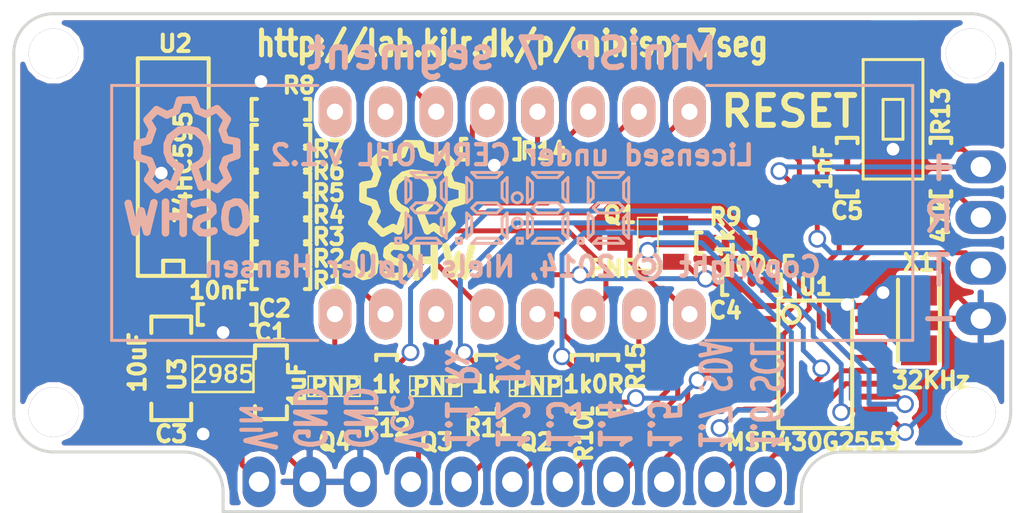
<source format=kicad_pcb>
(kicad_pcb (version 3) (host pcbnew "(2013-12-28 BZR 4579)-product")

  (general
    (links 77)
    (no_connects 0)
    (area 76.12123 96.37882 174.07689 127.884708)
    (thickness 1.6)
    (drawings 35)
    (tracks 398)
    (zones 0)
    (modules 38)
    (nets 52)
  )

  (page A4)
  (layers
    (15 F.Cu signal)
    (0 B.Cu signal)
    (16 B.Adhes user)
    (17 F.Adhes user)
    (18 B.Paste user hide)
    (19 F.Paste user hide)
    (20 B.SilkS user)
    (21 F.SilkS user)
    (22 B.Mask user)
    (23 F.Mask user)
    (24 Dwgs.User user)
    (25 Cmts.User user)
    (26 Eco1.User user)
    (27 Eco2.User user)
    (28 Edge.Cuts user)
  )

  (setup
    (last_trace_width 0.25)
    (trace_clearance 0.248)
    (zone_clearance 0.254)
    (zone_45_only no)
    (trace_min 0.25)
    (segment_width 0.2)
    (edge_width 0.15)
    (via_size 0.889)
    (via_drill 0.635)
    (via_min_size 0.889)
    (via_min_drill 0.508)
    (uvia_size 0.508)
    (uvia_drill 0.127)
    (uvias_allowed no)
    (uvia_min_size 0.508)
    (uvia_min_drill 0.127)
    (pcb_text_width 0.3)
    (pcb_text_size 1 1)
    (mod_edge_width 0.15)
    (mod_text_size 1 1)
    (mod_text_width 0.15)
    (pad_size 1.651 2.54)
    (pad_drill 1.016)
    (pad_to_mask_clearance 0)
    (aux_axis_origin 0 0)
    (visible_elements FFFFFF7F)
    (pcbplotparams
      (layerselection 284196865)
      (usegerberextensions true)
      (excludeedgelayer true)
      (linewidth 0.150000)
      (plotframeref false)
      (viasonmask false)
      (mode 1)
      (useauxorigin false)
      (hpglpennumber 1)
      (hpglpenspeed 20)
      (hpglpendiameter 15)
      (hpglpenoverlay 2)
      (psnegative false)
      (psa4output false)
      (plotreference true)
      (plotvalue true)
      (plotothertext true)
      (plotinvisibletext false)
      (padsonsilk false)
      (subtractmaskfromsilk true)
      (outputformat 1)
      (mirror false)
      (drillshape 0)
      (scaleselection 1)
      (outputdirectory Gerber/))
  )

  (net 0 "")
  (net 1 /A)
  (net 2 /B)
  (net 3 /C)
  (net 4 /D)
  (net 5 /DP)
  (net 6 /Digit1)
  (net 7 /Digit2)
  (net 8 /Digit3)
  (net 9 /Digit4)
  (net 10 /E)
  (net 11 /F)
  (net 12 /G)
  (net 13 /P1.1)
  (net 14 /P1.2)
  (net 15 /P1.3)
  (net 16 /P1.4)
  (net 17 /P1.5)
  (net 18 /P1.6)
  (net 19 /P1.7)
  (net 20 /RESET)
  (net 21 /SerialClock)
  (net 22 /SerialData)
  (net 23 /SerialLatch)
  (net 24 /TEST)
  (net 25 /Vin)
  (net 26 /XIN)
  (net 27 /XOUT)
  (net 28 GND)
  (net 29 "Net-(C2-Pad1)")
  (net 30 "Net-(D1-Pad10)")
  (net 31 "Net-(D1-Pad12)")
  (net 32 "Net-(D1-Pad4)")
  (net 33 "Net-(D1-Pad9)")
  (net 34 "Net-(Q1-Pad2)")
  (net 35 "Net-(Q2-Pad2)")
  (net 36 "Net-(Q3-Pad2)")
  (net 37 "Net-(Q4-Pad2)")
  (net 38 "Net-(R1-Pad2)")
  (net 39 "Net-(R10-Pad2)")
  (net 40 "Net-(R11-Pad1)")
  (net 41 "Net-(R12-Pad1)")
  (net 42 "Net-(R2-Pad2)")
  (net 43 "Net-(R3-Pad2)")
  (net 44 "Net-(R4-Pad2)")
  (net 45 "Net-(R5-Pad2)")
  (net 46 "Net-(R6-Pad2)")
  (net 47 "Net-(R7-Pad2)")
  (net 48 "Net-(R8-Pad2)")
  (net 49 "Net-(R9-Pad2)")
  (net 50 "Net-(U2-Pad9)")
  (net 51 VCC)

  (net_class Default "This is the default net class."
    (clearance 0.248)
    (trace_width 0.25)
    (via_dia 0.889)
    (via_drill 0.635)
    (uvia_dia 0.508)
    (uvia_drill 0.127)
    (add_net "")
    (add_net /A)
    (add_net /B)
    (add_net /C)
    (add_net /D)
    (add_net /DP)
    (add_net /Digit1)
    (add_net /Digit2)
    (add_net /Digit3)
    (add_net /Digit4)
    (add_net /E)
    (add_net /F)
    (add_net /G)
    (add_net /P1.1)
    (add_net /P1.2)
    (add_net /P1.3)
    (add_net /P1.4)
    (add_net /P1.5)
    (add_net /P1.6)
    (add_net /P1.7)
    (add_net /RESET)
    (add_net /SerialClock)
    (add_net /SerialData)
    (add_net /SerialLatch)
    (add_net /TEST)
    (add_net /Vin)
    (add_net /XIN)
    (add_net /XOUT)
    (add_net GND)
    (add_net "Net-(C2-Pad1)")
    (add_net "Net-(D1-Pad10)")
    (add_net "Net-(D1-Pad12)")
    (add_net "Net-(D1-Pad4)")
    (add_net "Net-(D1-Pad9)")
    (add_net "Net-(Q1-Pad2)")
    (add_net "Net-(Q2-Pad2)")
    (add_net "Net-(Q3-Pad2)")
    (add_net "Net-(Q4-Pad2)")
    (add_net "Net-(R1-Pad2)")
    (add_net "Net-(R10-Pad2)")
    (add_net "Net-(R11-Pad1)")
    (add_net "Net-(R12-Pad1)")
    (add_net "Net-(R2-Pad2)")
    (add_net "Net-(R3-Pad2)")
    (add_net "Net-(R4-Pad2)")
    (add_net "Net-(R5-Pad2)")
    (add_net "Net-(R6-Pad2)")
    (add_net "Net-(R7-Pad2)")
    (add_net "Net-(R8-Pad2)")
    (add_net "Net-(R9-Pad2)")
    (add_net "Net-(U2-Pad9)")
    (add_net VCC)
  )

  (net_class Big ""
    (clearance 0.498)
    (trace_width 0.5)
    (via_dia 0.889)
    (via_drill 0.635)
    (uvia_dia 0.508)
    (uvia_drill 0.127)
  )

  (module Footprint_Symbols:Symbol_OSHW-Logo_SilkScreen (layer F.Cu) (tedit 52FF64F2) (tstamp 530E5F94)
    (at 120 109)
    (descr "Symbol, OSHW-Logo, Silk Screen,")
    (tags "Symbol, OSHW-Logo, Silk Screen,")
    (fp_text reference SYM (at 0.09906 -4.38912) (layer F.SilkS) hide
      (effects (font (thickness 0.3048)))
    )
    (fp_text value Symbol_OSHW-Logo_SilkScreen_07Jul2012 (at 0.30988 6.56082) (layer F.SilkS) hide
      (effects (font (thickness 0.3048)))
    )
    (fp_line (start 1.66878 2.68986) (end 2.02946 4.16052) (layer F.SilkS) (width 0.381))
    (fp_line (start 2.02946 4.16052) (end 2.30886 3.0988) (layer F.SilkS) (width 0.381))
    (fp_line (start 2.30886 3.0988) (end 2.61874 4.17068) (layer F.SilkS) (width 0.381))
    (fp_line (start 2.61874 4.17068) (end 2.9591 2.72034) (layer F.SilkS) (width 0.381))
    (fp_line (start 0.24892 3.38074) (end 1.03886 3.37058) (layer F.SilkS) (width 0.381))
    (fp_line (start 1.03886 3.37058) (end 1.04902 3.38074) (layer F.SilkS) (width 0.381))
    (fp_line (start 1.04902 3.38074) (end 1.04902 3.37058) (layer F.SilkS) (width 0.381))
    (fp_line (start 1.08966 2.65938) (end 1.08966 4.20116) (layer F.SilkS) (width 0.381))
    (fp_line (start 0.20066 2.64922) (end 0.20066 4.21894) (layer F.SilkS) (width 0.381))
    (fp_line (start 0.20066 4.21894) (end 0.21082 4.20878) (layer F.SilkS) (width 0.381))
    (fp_line (start -0.35052 2.75082) (end -0.70104 2.66954) (layer F.SilkS) (width 0.381))
    (fp_line (start -0.70104 2.66954) (end -1.02108 2.65938) (layer F.SilkS) (width 0.381))
    (fp_line (start -1.02108 2.65938) (end -1.25984 2.86004) (layer F.SilkS) (width 0.381))
    (fp_line (start -1.25984 2.86004) (end -1.29032 3.12928) (layer F.SilkS) (width 0.381))
    (fp_line (start -1.29032 3.12928) (end -1.04902 3.37058) (layer F.SilkS) (width 0.381))
    (fp_line (start -1.04902 3.37058) (end -0.6604 3.50012) (layer F.SilkS) (width 0.381))
    (fp_line (start -0.6604 3.50012) (end -0.48006 3.66014) (layer F.SilkS) (width 0.381))
    (fp_line (start -0.48006 3.66014) (end -0.43942 3.95986) (layer F.SilkS) (width 0.381))
    (fp_line (start -0.43942 3.95986) (end -0.67056 4.18084) (layer F.SilkS) (width 0.381))
    (fp_line (start -0.67056 4.18084) (end -0.9906 4.20878) (layer F.SilkS) (width 0.381))
    (fp_line (start -0.9906 4.20878) (end -1.34112 4.09956) (layer F.SilkS) (width 0.381))
    (fp_line (start -2.37998 2.64922) (end -2.6289 2.66954) (layer F.SilkS) (width 0.381))
    (fp_line (start -2.6289 2.66954) (end -2.8702 2.91084) (layer F.SilkS) (width 0.381))
    (fp_line (start -2.8702 2.91084) (end -2.9591 3.40106) (layer F.SilkS) (width 0.381))
    (fp_line (start -2.9591 3.40106) (end -2.93116 3.74904) (layer F.SilkS) (width 0.381))
    (fp_line (start -2.93116 3.74904) (end -2.7305 4.06908) (layer F.SilkS) (width 0.381))
    (fp_line (start -2.7305 4.06908) (end -2.47904 4.191) (layer F.SilkS) (width 0.381))
    (fp_line (start -2.47904 4.191) (end -2.16916 4.11988) (layer F.SilkS) (width 0.381))
    (fp_line (start -2.16916 4.11988) (end -1.95072 3.93954) (layer F.SilkS) (width 0.381))
    (fp_line (start -1.95072 3.93954) (end -1.8796 3.4798) (layer F.SilkS) (width 0.381))
    (fp_line (start -1.8796 3.4798) (end -1.9304 3.07086) (layer F.SilkS) (width 0.381))
    (fp_line (start -1.9304 3.07086) (end -2.03962 2.78892) (layer F.SilkS) (width 0.381))
    (fp_line (start -2.03962 2.78892) (end -2.4003 2.65938) (layer F.SilkS) (width 0.381))
    (fp_line (start -1.78054 0.92964) (end -2.03962 1.49098) (layer F.SilkS) (width 0.381))
    (fp_line (start -2.03962 1.49098) (end -1.50114 2.00914) (layer F.SilkS) (width 0.381))
    (fp_line (start -1.50114 2.00914) (end -0.98044 1.7399) (layer F.SilkS) (width 0.381))
    (fp_line (start -0.98044 1.7399) (end -0.70104 1.89992) (layer F.SilkS) (width 0.381))
    (fp_line (start 0.73914 1.8796) (end 1.06934 1.6891) (layer F.SilkS) (width 0.381))
    (fp_line (start 1.06934 1.6891) (end 1.50876 2.0193) (layer F.SilkS) (width 0.381))
    (fp_line (start 1.50876 2.0193) (end 1.9812 1.52908) (layer F.SilkS) (width 0.381))
    (fp_line (start 1.9812 1.52908) (end 1.69926 1.04902) (layer F.SilkS) (width 0.381))
    (fp_line (start 1.69926 1.04902) (end 1.88976 0.57912) (layer F.SilkS) (width 0.381))
    (fp_line (start 1.88976 0.57912) (end 2.49936 0.39116) (layer F.SilkS) (width 0.381))
    (fp_line (start 2.49936 0.39116) (end 2.49936 -0.28956) (layer F.SilkS) (width 0.381))
    (fp_line (start 2.49936 -0.28956) (end 1.94056 -0.42926) (layer F.SilkS) (width 0.381))
    (fp_line (start 1.94056 -0.42926) (end 1.7399 -1.00076) (layer F.SilkS) (width 0.381))
    (fp_line (start 1.7399 -1.00076) (end 2.00914 -1.47066) (layer F.SilkS) (width 0.381))
    (fp_line (start 2.00914 -1.47066) (end 1.53924 -1.9812) (layer F.SilkS) (width 0.381))
    (fp_line (start 1.53924 -1.9812) (end 1.02108 -1.71958) (layer F.SilkS) (width 0.381))
    (fp_line (start 1.02108 -1.71958) (end 0.55118 -1.92024) (layer F.SilkS) (width 0.381))
    (fp_line (start 0.55118 -1.92024) (end 0.381 -2.46126) (layer F.SilkS) (width 0.381))
    (fp_line (start 0.381 -2.46126) (end -0.30988 -2.47904) (layer F.SilkS) (width 0.381))
    (fp_line (start -0.30988 -2.47904) (end -0.5207 -1.9304) (layer F.SilkS) (width 0.381))
    (fp_line (start -0.5207 -1.9304) (end -0.9398 -1.76022) (layer F.SilkS) (width 0.381))
    (fp_line (start -0.9398 -1.76022) (end -1.49098 -2.02946) (layer F.SilkS) (width 0.381))
    (fp_line (start -1.49098 -2.02946) (end -2.00914 -1.50114) (layer F.SilkS) (width 0.381))
    (fp_line (start -2.00914 -1.50114) (end -1.76022 -0.96012) (layer F.SilkS) (width 0.381))
    (fp_line (start -1.76022 -0.96012) (end -1.9304 -0.48006) (layer F.SilkS) (width 0.381))
    (fp_line (start -1.9304 -0.48006) (end -2.47904 -0.381) (layer F.SilkS) (width 0.381))
    (fp_line (start -2.47904 -0.381) (end -2.4892 0.32004) (layer F.SilkS) (width 0.381))
    (fp_line (start -2.4892 0.32004) (end -1.9304 0.5207) (layer F.SilkS) (width 0.381))
    (fp_line (start -1.9304 0.5207) (end -1.7907 0.91948) (layer F.SilkS) (width 0.381))
    (fp_line (start 0.35052 0.89916) (end 0.65024 0.7493) (layer F.SilkS) (width 0.381))
    (fp_line (start 0.65024 0.7493) (end 0.8509 0.55118) (layer F.SilkS) (width 0.381))
    (fp_line (start 0.8509 0.55118) (end 1.00076 0.14986) (layer F.SilkS) (width 0.381))
    (fp_line (start 1.00076 0.14986) (end 1.00076 -0.24892) (layer F.SilkS) (width 0.381))
    (fp_line (start 1.00076 -0.24892) (end 0.8509 -0.59944) (layer F.SilkS) (width 0.381))
    (fp_line (start 0.8509 -0.59944) (end 0.39878 -0.94996) (layer F.SilkS) (width 0.381))
    (fp_line (start 0.39878 -0.94996) (end -0.0508 -1.00076) (layer F.SilkS) (width 0.381))
    (fp_line (start -0.0508 -1.00076) (end -0.44958 -0.89916) (layer F.SilkS) (width 0.381))
    (fp_line (start -0.44958 -0.89916) (end -0.8509 -0.55118) (layer F.SilkS) (width 0.381))
    (fp_line (start -0.8509 -0.55118) (end -1.00076 -0.09906) (layer F.SilkS) (width 0.381))
    (fp_line (start -1.00076 -0.09906) (end -0.94996 0.39878) (layer F.SilkS) (width 0.381))
    (fp_line (start -0.94996 0.39878) (end -0.70104 0.70104) (layer F.SilkS) (width 0.381))
    (fp_line (start -0.70104 0.70104) (end -0.35052 0.89916) (layer F.SilkS) (width 0.381))
    (fp_line (start -0.35052 0.89916) (end -0.70104 1.89992) (layer F.SilkS) (width 0.381))
    (fp_line (start 0.35052 0.89916) (end 0.7493 1.89992) (layer F.SilkS) (width 0.381))
  )

  (module 7Segment:7SEGMENT-4DIGIT-YOUNGSUN (layer B.Cu) (tedit 5309C607) (tstamp 52FF3868)
    (at 125 110 180)
    (path /52FF1D6E)
    (fp_text reference D1 (at 0 -3.048 180) (layer B.SilkS) hide
      (effects (font (size 1 1) (thickness 0.15)) (justify mirror))
    )
    (fp_text value 7-SEGMENT-4DIGIT-YOUNGSUN (at 0 2.794 180) (layer B.SilkS) hide
      (effects (font (size 1 1) (thickness 0.15)) (justify mirror))
    )
    (fp_circle (center -0.254 -0.508) (end -0.508 -0.508) (layer B.SilkS) (width 0.15))
    (fp_circle (center -0.254 0.762) (end 0 0.762) (layer B.SilkS) (width 0.15))
    (fp_line (start 5.588 -1.27) (end 5.588 -1.524) (layer B.SilkS) (width 0.15))
    (fp_line (start 5.588 -1.524) (end 5.842 -1.524) (layer B.SilkS) (width 0.15))
    (fp_line (start 5.842 -1.524) (end 5.842 -1.27) (layer B.SilkS) (width 0.15))
    (fp_line (start 5.842 -1.27) (end 5.588 -1.27) (layer B.SilkS) (width 0.15))
    (fp_line (start 5.08 -1.016) (end 5.334 -1.27) (layer B.SilkS) (width 0.15))
    (fp_line (start 5.334 -1.27) (end 5.334 -0.254) (layer B.SilkS) (width 0.15))
    (fp_line (start 5.334 -0.254) (end 5.334 0) (layer B.SilkS) (width 0.15))
    (fp_line (start 5.334 0) (end 5.08 -0.254) (layer B.SilkS) (width 0.15))
    (fp_line (start 5.08 -0.254) (end 5.08 -1.016) (layer B.SilkS) (width 0.15))
    (fp_line (start 3.556 -1.524) (end 3.81 -1.27) (layer B.SilkS) (width 0.15))
    (fp_line (start 3.81 -1.27) (end 4.826 -1.27) (layer B.SilkS) (width 0.15))
    (fp_line (start 4.826 -1.27) (end 5.08 -1.524) (layer B.SilkS) (width 0.15))
    (fp_line (start 5.08 -1.524) (end 3.556 -1.524) (layer B.SilkS) (width 0.15))
    (fp_line (start 3.556 -0.254) (end 3.302 0) (layer B.SilkS) (width 0.15))
    (fp_line (start 3.302 0) (end 3.302 -1.27) (layer B.SilkS) (width 0.15))
    (fp_line (start 3.302 -1.27) (end 3.556 -1.016) (layer B.SilkS) (width 0.15))
    (fp_line (start 3.556 -1.016) (end 3.556 -0.254) (layer B.SilkS) (width 0.15))
    (fp_line (start 3.81 0.508) (end 3.556 0.254) (layer B.SilkS) (width 0.15))
    (fp_line (start 3.556 0.254) (end 3.81 0) (layer B.SilkS) (width 0.15))
    (fp_line (start 3.81 0) (end 4.826 0) (layer B.SilkS) (width 0.15))
    (fp_line (start 4.826 0) (end 5.08 0.254) (layer B.SilkS) (width 0.15))
    (fp_line (start 5.08 0.254) (end 4.826 0.508) (layer B.SilkS) (width 0.15))
    (fp_line (start 4.826 0.508) (end 3.81 0.508) (layer B.SilkS) (width 0.15))
    (fp_line (start 5.08 1.524) (end 5.334 1.778) (layer B.SilkS) (width 0.15))
    (fp_line (start 5.334 1.778) (end 5.334 0.508) (layer B.SilkS) (width 0.15))
    (fp_line (start 5.334 0.508) (end 5.08 0.762) (layer B.SilkS) (width 0.15))
    (fp_line (start 5.08 0.762) (end 5.08 1.524) (layer B.SilkS) (width 0.15))
    (fp_line (start 3.556 1.524) (end 3.302 1.778) (layer B.SilkS) (width 0.15))
    (fp_line (start 3.302 1.778) (end 3.302 0.508) (layer B.SilkS) (width 0.15))
    (fp_line (start 3.302 0.508) (end 3.556 0.762) (layer B.SilkS) (width 0.15))
    (fp_line (start 3.556 0.762) (end 3.556 1.524) (layer B.SilkS) (width 0.15))
    (fp_line (start 3.556 2.032) (end 5.08 2.032) (layer B.SilkS) (width 0.15))
    (fp_line (start 5.08 2.032) (end 4.826 1.778) (layer B.SilkS) (width 0.15))
    (fp_line (start 4.826 1.778) (end 3.81 1.778) (layer B.SilkS) (width 0.15))
    (fp_line (start 3.81 1.778) (end 3.556 2.032) (layer B.SilkS) (width 0.15))
    (fp_line (start -0.508 -1.27) (end -0.508 -1.524) (layer B.SilkS) (width 0.15))
    (fp_line (start -0.508 -1.524) (end -0.254 -1.524) (layer B.SilkS) (width 0.15))
    (fp_line (start -0.254 -1.524) (end -0.254 -1.27) (layer B.SilkS) (width 0.15))
    (fp_line (start -0.254 -1.27) (end -0.508 -1.27) (layer B.SilkS) (width 0.15))
    (fp_line (start -1.016 -1.016) (end -0.762 -1.27) (layer B.SilkS) (width 0.15))
    (fp_line (start -0.762 -1.27) (end -0.762 -0.254) (layer B.SilkS) (width 0.15))
    (fp_line (start -0.762 -0.254) (end -0.762 0) (layer B.SilkS) (width 0.15))
    (fp_line (start -0.762 0) (end -1.016 -0.254) (layer B.SilkS) (width 0.15))
    (fp_line (start -1.016 -0.254) (end -1.016 -1.016) (layer B.SilkS) (width 0.15))
    (fp_line (start -2.54 -1.524) (end -2.286 -1.27) (layer B.SilkS) (width 0.15))
    (fp_line (start -2.286 -1.27) (end -1.27 -1.27) (layer B.SilkS) (width 0.15))
    (fp_line (start -1.27 -1.27) (end -1.016 -1.524) (layer B.SilkS) (width 0.15))
    (fp_line (start -1.016 -1.524) (end -2.54 -1.524) (layer B.SilkS) (width 0.15))
    (fp_line (start -2.54 -0.254) (end -2.794 0) (layer B.SilkS) (width 0.15))
    (fp_line (start -2.794 0) (end -2.794 -1.27) (layer B.SilkS) (width 0.15))
    (fp_line (start -2.794 -1.27) (end -2.54 -1.016) (layer B.SilkS) (width 0.15))
    (fp_line (start -2.54 -1.016) (end -2.54 -0.254) (layer B.SilkS) (width 0.15))
    (fp_line (start -2.286 0.508) (end -2.54 0.254) (layer B.SilkS) (width 0.15))
    (fp_line (start -2.54 0.254) (end -2.286 0) (layer B.SilkS) (width 0.15))
    (fp_line (start -2.286 0) (end -1.27 0) (layer B.SilkS) (width 0.15))
    (fp_line (start -1.27 0) (end -1.016 0.254) (layer B.SilkS) (width 0.15))
    (fp_line (start -1.016 0.254) (end -1.27 0.508) (layer B.SilkS) (width 0.15))
    (fp_line (start -1.27 0.508) (end -2.286 0.508) (layer B.SilkS) (width 0.15))
    (fp_line (start -1.016 1.524) (end -0.762 1.778) (layer B.SilkS) (width 0.15))
    (fp_line (start -0.762 1.778) (end -0.762 0.508) (layer B.SilkS) (width 0.15))
    (fp_line (start -0.762 0.508) (end -1.016 0.762) (layer B.SilkS) (width 0.15))
    (fp_line (start -1.016 0.762) (end -1.016 1.524) (layer B.SilkS) (width 0.15))
    (fp_line (start -2.54 1.524) (end -2.794 1.778) (layer B.SilkS) (width 0.15))
    (fp_line (start -2.794 1.778) (end -2.794 0.508) (layer B.SilkS) (width 0.15))
    (fp_line (start -2.794 0.508) (end -2.54 0.762) (layer B.SilkS) (width 0.15))
    (fp_line (start -2.54 0.762) (end -2.54 1.524) (layer B.SilkS) (width 0.15))
    (fp_line (start -2.54 2.032) (end -1.016 2.032) (layer B.SilkS) (width 0.15))
    (fp_line (start -1.016 2.032) (end -1.27 1.778) (layer B.SilkS) (width 0.15))
    (fp_line (start -1.27 1.778) (end -2.286 1.778) (layer B.SilkS) (width 0.15))
    (fp_line (start -2.286 1.778) (end -2.54 2.032) (layer B.SilkS) (width 0.15))
    (fp_line (start 0.762 1.778) (end 0.508 2.032) (layer B.SilkS) (width 0.15))
    (fp_line (start 1.778 1.778) (end 0.762 1.778) (layer B.SilkS) (width 0.15))
    (fp_line (start 2.032 2.032) (end 1.778 1.778) (layer B.SilkS) (width 0.15))
    (fp_line (start 0.508 2.032) (end 2.032 2.032) (layer B.SilkS) (width 0.15))
    (fp_line (start 0.508 0.762) (end 0.508 1.524) (layer B.SilkS) (width 0.15))
    (fp_line (start 0.254 0.508) (end 0.508 0.762) (layer B.SilkS) (width 0.15))
    (fp_line (start 0.254 1.778) (end 0.254 0.508) (layer B.SilkS) (width 0.15))
    (fp_line (start 0.508 1.524) (end 0.254 1.778) (layer B.SilkS) (width 0.15))
    (fp_line (start 2.032 0.762) (end 2.032 1.524) (layer B.SilkS) (width 0.15))
    (fp_line (start 2.286 0.508) (end 2.032 0.762) (layer B.SilkS) (width 0.15))
    (fp_line (start 2.286 1.778) (end 2.286 0.508) (layer B.SilkS) (width 0.15))
    (fp_line (start 2.032 1.524) (end 2.286 1.778) (layer B.SilkS) (width 0.15))
    (fp_line (start 1.778 0.508) (end 0.762 0.508) (layer B.SilkS) (width 0.15))
    (fp_line (start 2.032 0.254) (end 1.778 0.508) (layer B.SilkS) (width 0.15))
    (fp_line (start 1.778 0) (end 2.032 0.254) (layer B.SilkS) (width 0.15))
    (fp_line (start 0.762 0) (end 1.778 0) (layer B.SilkS) (width 0.15))
    (fp_line (start 0.508 0.254) (end 0.762 0) (layer B.SilkS) (width 0.15))
    (fp_line (start 0.762 0.508) (end 0.508 0.254) (layer B.SilkS) (width 0.15))
    (fp_line (start 0.508 -1.016) (end 0.508 -0.254) (layer B.SilkS) (width 0.15))
    (fp_line (start 0.254 -1.27) (end 0.508 -1.016) (layer B.SilkS) (width 0.15))
    (fp_line (start 0.254 0) (end 0.254 -1.27) (layer B.SilkS) (width 0.15))
    (fp_line (start 0.508 -0.254) (end 0.254 0) (layer B.SilkS) (width 0.15))
    (fp_line (start 2.032 -1.524) (end 0.508 -1.524) (layer B.SilkS) (width 0.15))
    (fp_line (start 1.778 -1.27) (end 2.032 -1.524) (layer B.SilkS) (width 0.15))
    (fp_line (start 0.762 -1.27) (end 1.778 -1.27) (layer B.SilkS) (width 0.15))
    (fp_line (start 0.508 -1.524) (end 0.762 -1.27) (layer B.SilkS) (width 0.15))
    (fp_line (start 2.032 -0.254) (end 2.032 -1.016) (layer B.SilkS) (width 0.15))
    (fp_line (start 2.286 0) (end 2.032 -0.254) (layer B.SilkS) (width 0.15))
    (fp_line (start 2.286 -0.254) (end 2.286 0) (layer B.SilkS) (width 0.15))
    (fp_line (start 2.286 -1.27) (end 2.286 -0.254) (layer B.SilkS) (width 0.15))
    (fp_line (start 2.032 -1.016) (end 2.286 -1.27) (layer B.SilkS) (width 0.15))
    (fp_line (start 2.794 -1.27) (end 2.54 -1.27) (layer B.SilkS) (width 0.15))
    (fp_line (start 2.794 -1.524) (end 2.794 -1.27) (layer B.SilkS) (width 0.15))
    (fp_line (start 2.54 -1.524) (end 2.794 -1.524) (layer B.SilkS) (width 0.15))
    (fp_line (start 2.54 -1.27) (end 2.54 -1.524) (layer B.SilkS) (width 0.15))
    (fp_line (start -3.556 -1.27) (end -3.556 -1.524) (layer B.SilkS) (width 0.15))
    (fp_line (start -3.556 -1.524) (end -3.302 -1.524) (layer B.SilkS) (width 0.15))
    (fp_line (start -3.302 -1.524) (end -3.302 -1.27) (layer B.SilkS) (width 0.15))
    (fp_line (start -3.302 -1.27) (end -3.556 -1.27) (layer B.SilkS) (width 0.15))
    (fp_line (start -4.064 -1.016) (end -3.81 -1.27) (layer B.SilkS) (width 0.15))
    (fp_line (start -3.81 -1.27) (end -3.81 -0.254) (layer B.SilkS) (width 0.15))
    (fp_line (start -3.81 -0.254) (end -3.81 0) (layer B.SilkS) (width 0.15))
    (fp_line (start -3.81 0) (end -4.064 -0.254) (layer B.SilkS) (width 0.15))
    (fp_line (start -4.064 -0.254) (end -4.064 -1.016) (layer B.SilkS) (width 0.15))
    (fp_line (start -5.588 -1.524) (end -5.334 -1.27) (layer B.SilkS) (width 0.15))
    (fp_line (start -5.334 -1.27) (end -4.318 -1.27) (layer B.SilkS) (width 0.15))
    (fp_line (start -4.318 -1.27) (end -4.064 -1.524) (layer B.SilkS) (width 0.15))
    (fp_line (start -4.064 -1.524) (end -5.588 -1.524) (layer B.SilkS) (width 0.15))
    (fp_line (start -5.588 -0.254) (end -5.842 0) (layer B.SilkS) (width 0.15))
    (fp_line (start -5.842 0) (end -5.842 -1.27) (layer B.SilkS) (width 0.15))
    (fp_line (start -5.842 -1.27) (end -5.588 -1.016) (layer B.SilkS) (width 0.15))
    (fp_line (start -5.588 -1.016) (end -5.588 -0.254) (layer B.SilkS) (width 0.15))
    (fp_line (start -5.334 0.508) (end -5.588 0.254) (layer B.SilkS) (width 0.15))
    (fp_line (start -5.588 0.254) (end -5.334 0) (layer B.SilkS) (width 0.15))
    (fp_line (start -5.334 0) (end -4.318 0) (layer B.SilkS) (width 0.15))
    (fp_line (start -4.318 0) (end -4.064 0.254) (layer B.SilkS) (width 0.15))
    (fp_line (start -4.064 0.254) (end -4.318 0.508) (layer B.SilkS) (width 0.15))
    (fp_line (start -4.318 0.508) (end -5.334 0.508) (layer B.SilkS) (width 0.15))
    (fp_line (start -4.064 1.524) (end -3.81 1.778) (layer B.SilkS) (width 0.15))
    (fp_line (start -3.81 1.778) (end -3.81 0.508) (layer B.SilkS) (width 0.15))
    (fp_line (start -3.81 0.508) (end -4.064 0.762) (layer B.SilkS) (width 0.15))
    (fp_line (start -4.064 0.762) (end -4.064 1.524) (layer B.SilkS) (width 0.15))
    (fp_line (start -5.588 1.524) (end -5.842 1.778) (layer B.SilkS) (width 0.15))
    (fp_line (start -5.842 1.778) (end -5.842 0.508) (layer B.SilkS) (width 0.15))
    (fp_line (start -5.842 0.508) (end -5.588 0.762) (layer B.SilkS) (width 0.15))
    (fp_line (start -5.588 0.762) (end -5.588 1.524) (layer B.SilkS) (width 0.15))
    (fp_line (start -5.588 2.032) (end -4.064 2.032) (layer B.SilkS) (width 0.15))
    (fp_line (start -4.064 2.032) (end -4.318 1.778) (layer B.SilkS) (width 0.15))
    (fp_line (start -4.318 1.778) (end -5.334 1.778) (layer B.SilkS) (width 0.15))
    (fp_line (start -5.334 1.778) (end -5.588 2.032) (layer B.SilkS) (width 0.15))
    (fp_line (start -9.75 6.4) (end -20.09 6.4) (layer B.SilkS) (width 0.15))
    (fp_line (start 9.75 -6.4) (end 20.09 -6.4) (layer B.SilkS) (width 0.15))
    (fp_line (start 20.09 -6.4) (end 20.09 6.4) (layer B.SilkS) (width 0.15))
    (fp_line (start 20.09 6.4) (end 9.75 6.4) (layer B.SilkS) (width 0.15))
    (fp_line (start -20.09 6.4) (end -20.09 -6.4) (layer B.SilkS) (width 0.15))
    (fp_line (start -20.09 -6.4) (end -9.7 -6.4) (layer B.SilkS) (width 0.15))
    (pad 1 thru_hole oval (at -8.89 -5.08 180) (size 1.65 2.54) (drill 0.8128) (layers *.Cu *.Mask B.SilkS)
      (net 6 /Digit1))
    (pad 2 thru_hole oval (at -6.35 -5.08 180) (size 1.65 2.54) (drill 0.8128) (layers *.Cu *.Mask B.SilkS)
      (net 7 /Digit2))
    (pad 3 thru_hole oval (at -3.81 -5.08 180) (size 1.65 2.54) (drill 0.8128) (layers *.Cu *.Mask B.SilkS)
      (net 4 /D))
    (pad 4 thru_hole oval (at -1.27 -5.08 180) (size 1.65 2.54) (drill 0.8128) (layers *.Cu *.Mask B.SilkS)
      (net 32 "Net-(D1-Pad4)"))
    (pad 5 thru_hole oval (at 1.27 -5.08 180) (size 1.65 2.54) (drill 0.8128) (layers *.Cu *.Mask B.SilkS)
      (net 10 /E))
    (pad 6 thru_hole oval (at 3.81 -5.08 180) (size 1.65 2.54) (drill 0.8128) (layers *.Cu *.Mask B.SilkS)
      (net 8 /Digit3))
    (pad 7 thru_hole oval (at 6.35 -5.08 180) (size 1.65 2.54) (drill 0.8128) (layers *.Cu *.Mask B.SilkS)
      (net 5 /DP))
    (pad 8 thru_hole oval (at 8.89 -5.08 180) (size 1.65 2.54) (drill 0.8128) (layers *.Cu *.Mask B.SilkS)
      (net 9 /Digit4))
    (pad 9 thru_hole oval (at 8.89 5.08 180) (size 1.65 2.54) (drill 0.8128) (layers *.Cu *.Mask B.SilkS)
      (net 33 "Net-(D1-Pad9)"))
    (pad 10 thru_hole oval (at 6.35 5.08 180) (size 1.65 2.54) (drill 0.8128) (layers *.Cu *.Mask B.SilkS)
      (net 30 "Net-(D1-Pad10)"))
    (pad 11 thru_hole oval (at 3.81 5.08 180) (size 1.65 2.54) (drill 0.8128) (layers *.Cu *.Mask B.SilkS)
      (net 11 /F))
    (pad 12 thru_hole oval (at 1.27 5.08 180) (size 1.65 2.54) (drill 0.8128) (layers *.Cu *.Mask B.SilkS)
      (net 31 "Net-(D1-Pad12)"))
    (pad 13 thru_hole oval (at -1.27 5.08 180) (size 1.65 2.54) (drill 0.8128) (layers *.Cu *.Mask B.SilkS)
      (net 3 /C))
    (pad 14 thru_hole oval (at -3.81 5.08 180) (size 1.65 2.54) (drill 0.8128) (layers *.Cu *.Mask B.SilkS)
      (net 1 /A))
    (pad 15 thru_hole oval (at -6.35 5.08 180) (size 1.65 2.54) (drill 0.8128) (layers *.Cu *.Mask B.SilkS)
      (net 12 /G))
    (pad 16 thru_hole oval (at -8.89 5.08 180) (size 1.65 2.54) (drill 0.8128) (layers *.Cu *.Mask B.SilkS)
      (net 2 /B))
  )

  (module Footprint_Symbols:Symbol_OSHW-Logo_SilkScreen (layer B.Cu) (tedit 52FF64F2) (tstamp 5303AC47)
    (at 108.7 106.8 180)
    (descr "Symbol, OSHW-Logo, Silk Screen,")
    (tags "Symbol, OSHW-Logo, Silk Screen,")
    (fp_text reference SYM (at 0.09906 4.38912 180) (layer B.SilkS) hide
      (effects (font (thickness 0.3048)) (justify mirror))
    )
    (fp_text value Symbol_OSHW-Logo_SilkScreen_07Jul2012 (at 0.30988 -6.56082 180) (layer B.SilkS) hide
      (effects (font (thickness 0.3048)) (justify mirror))
    )
    (fp_line (start 1.66878 -2.68986) (end 2.02946 -4.16052) (layer B.SilkS) (width 0.381))
    (fp_line (start 2.02946 -4.16052) (end 2.30886 -3.0988) (layer B.SilkS) (width 0.381))
    (fp_line (start 2.30886 -3.0988) (end 2.61874 -4.17068) (layer B.SilkS) (width 0.381))
    (fp_line (start 2.61874 -4.17068) (end 2.9591 -2.72034) (layer B.SilkS) (width 0.381))
    (fp_line (start 0.24892 -3.38074) (end 1.03886 -3.37058) (layer B.SilkS) (width 0.381))
    (fp_line (start 1.03886 -3.37058) (end 1.04902 -3.38074) (layer B.SilkS) (width 0.381))
    (fp_line (start 1.04902 -3.38074) (end 1.04902 -3.37058) (layer B.SilkS) (width 0.381))
    (fp_line (start 1.08966 -2.65938) (end 1.08966 -4.20116) (layer B.SilkS) (width 0.381))
    (fp_line (start 0.20066 -2.64922) (end 0.20066 -4.21894) (layer B.SilkS) (width 0.381))
    (fp_line (start 0.20066 -4.21894) (end 0.21082 -4.20878) (layer B.SilkS) (width 0.381))
    (fp_line (start -0.35052 -2.75082) (end -0.70104 -2.66954) (layer B.SilkS) (width 0.381))
    (fp_line (start -0.70104 -2.66954) (end -1.02108 -2.65938) (layer B.SilkS) (width 0.381))
    (fp_line (start -1.02108 -2.65938) (end -1.25984 -2.86004) (layer B.SilkS) (width 0.381))
    (fp_line (start -1.25984 -2.86004) (end -1.29032 -3.12928) (layer B.SilkS) (width 0.381))
    (fp_line (start -1.29032 -3.12928) (end -1.04902 -3.37058) (layer B.SilkS) (width 0.381))
    (fp_line (start -1.04902 -3.37058) (end -0.6604 -3.50012) (layer B.SilkS) (width 0.381))
    (fp_line (start -0.6604 -3.50012) (end -0.48006 -3.66014) (layer B.SilkS) (width 0.381))
    (fp_line (start -0.48006 -3.66014) (end -0.43942 -3.95986) (layer B.SilkS) (width 0.381))
    (fp_line (start -0.43942 -3.95986) (end -0.67056 -4.18084) (layer B.SilkS) (width 0.381))
    (fp_line (start -0.67056 -4.18084) (end -0.9906 -4.20878) (layer B.SilkS) (width 0.381))
    (fp_line (start -0.9906 -4.20878) (end -1.34112 -4.09956) (layer B.SilkS) (width 0.381))
    (fp_line (start -2.37998 -2.64922) (end -2.6289 -2.66954) (layer B.SilkS) (width 0.381))
    (fp_line (start -2.6289 -2.66954) (end -2.8702 -2.91084) (layer B.SilkS) (width 0.381))
    (fp_line (start -2.8702 -2.91084) (end -2.9591 -3.40106) (layer B.SilkS) (width 0.381))
    (fp_line (start -2.9591 -3.40106) (end -2.93116 -3.74904) (layer B.SilkS) (width 0.381))
    (fp_line (start -2.93116 -3.74904) (end -2.7305 -4.06908) (layer B.SilkS) (width 0.381))
    (fp_line (start -2.7305 -4.06908) (end -2.47904 -4.191) (layer B.SilkS) (width 0.381))
    (fp_line (start -2.47904 -4.191) (end -2.16916 -4.11988) (layer B.SilkS) (width 0.381))
    (fp_line (start -2.16916 -4.11988) (end -1.95072 -3.93954) (layer B.SilkS) (width 0.381))
    (fp_line (start -1.95072 -3.93954) (end -1.8796 -3.4798) (layer B.SilkS) (width 0.381))
    (fp_line (start -1.8796 -3.4798) (end -1.9304 -3.07086) (layer B.SilkS) (width 0.381))
    (fp_line (start -1.9304 -3.07086) (end -2.03962 -2.78892) (layer B.SilkS) (width 0.381))
    (fp_line (start -2.03962 -2.78892) (end -2.4003 -2.65938) (layer B.SilkS) (width 0.381))
    (fp_line (start -1.78054 -0.92964) (end -2.03962 -1.49098) (layer B.SilkS) (width 0.381))
    (fp_line (start -2.03962 -1.49098) (end -1.50114 -2.00914) (layer B.SilkS) (width 0.381))
    (fp_line (start -1.50114 -2.00914) (end -0.98044 -1.7399) (layer B.SilkS) (width 0.381))
    (fp_line (start -0.98044 -1.7399) (end -0.70104 -1.89992) (layer B.SilkS) (width 0.381))
    (fp_line (start 0.73914 -1.8796) (end 1.06934 -1.6891) (layer B.SilkS) (width 0.381))
    (fp_line (start 1.06934 -1.6891) (end 1.50876 -2.0193) (layer B.SilkS) (width 0.381))
    (fp_line (start 1.50876 -2.0193) (end 1.9812 -1.52908) (layer B.SilkS) (width 0.381))
    (fp_line (start 1.9812 -1.52908) (end 1.69926 -1.04902) (layer B.SilkS) (width 0.381))
    (fp_line (start 1.69926 -1.04902) (end 1.88976 -0.57912) (layer B.SilkS) (width 0.381))
    (fp_line (start 1.88976 -0.57912) (end 2.49936 -0.39116) (layer B.SilkS) (width 0.381))
    (fp_line (start 2.49936 -0.39116) (end 2.49936 0.28956) (layer B.SilkS) (width 0.381))
    (fp_line (start 2.49936 0.28956) (end 1.94056 0.42926) (layer B.SilkS) (width 0.381))
    (fp_line (start 1.94056 0.42926) (end 1.7399 1.00076) (layer B.SilkS) (width 0.381))
    (fp_line (start 1.7399 1.00076) (end 2.00914 1.47066) (layer B.SilkS) (width 0.381))
    (fp_line (start 2.00914 1.47066) (end 1.53924 1.9812) (layer B.SilkS) (width 0.381))
    (fp_line (start 1.53924 1.9812) (end 1.02108 1.71958) (layer B.SilkS) (width 0.381))
    (fp_line (start 1.02108 1.71958) (end 0.55118 1.92024) (layer B.SilkS) (width 0.381))
    (fp_line (start 0.55118 1.92024) (end 0.381 2.46126) (layer B.SilkS) (width 0.381))
    (fp_line (start 0.381 2.46126) (end -0.30988 2.47904) (layer B.SilkS) (width 0.381))
    (fp_line (start -0.30988 2.47904) (end -0.5207 1.9304) (layer B.SilkS) (width 0.381))
    (fp_line (start -0.5207 1.9304) (end -0.9398 1.76022) (layer B.SilkS) (width 0.381))
    (fp_line (start -0.9398 1.76022) (end -1.49098 2.02946) (layer B.SilkS) (width 0.381))
    (fp_line (start -1.49098 2.02946) (end -2.00914 1.50114) (layer B.SilkS) (width 0.381))
    (fp_line (start -2.00914 1.50114) (end -1.76022 0.96012) (layer B.SilkS) (width 0.381))
    (fp_line (start -1.76022 0.96012) (end -1.9304 0.48006) (layer B.SilkS) (width 0.381))
    (fp_line (start -1.9304 0.48006) (end -2.47904 0.381) (layer B.SilkS) (width 0.381))
    (fp_line (start -2.47904 0.381) (end -2.4892 -0.32004) (layer B.SilkS) (width 0.381))
    (fp_line (start -2.4892 -0.32004) (end -1.9304 -0.5207) (layer B.SilkS) (width 0.381))
    (fp_line (start -1.9304 -0.5207) (end -1.7907 -0.91948) (layer B.SilkS) (width 0.381))
    (fp_line (start 0.35052 -0.89916) (end 0.65024 -0.7493) (layer B.SilkS) (width 0.381))
    (fp_line (start 0.65024 -0.7493) (end 0.8509 -0.55118) (layer B.SilkS) (width 0.381))
    (fp_line (start 0.8509 -0.55118) (end 1.00076 -0.14986) (layer B.SilkS) (width 0.381))
    (fp_line (start 1.00076 -0.14986) (end 1.00076 0.24892) (layer B.SilkS) (width 0.381))
    (fp_line (start 1.00076 0.24892) (end 0.8509 0.59944) (layer B.SilkS) (width 0.381))
    (fp_line (start 0.8509 0.59944) (end 0.39878 0.94996) (layer B.SilkS) (width 0.381))
    (fp_line (start 0.39878 0.94996) (end -0.0508 1.00076) (layer B.SilkS) (width 0.381))
    (fp_line (start -0.0508 1.00076) (end -0.44958 0.89916) (layer B.SilkS) (width 0.381))
    (fp_line (start -0.44958 0.89916) (end -0.8509 0.55118) (layer B.SilkS) (width 0.381))
    (fp_line (start -0.8509 0.55118) (end -1.00076 0.09906) (layer B.SilkS) (width 0.381))
    (fp_line (start -1.00076 0.09906) (end -0.94996 -0.39878) (layer B.SilkS) (width 0.381))
    (fp_line (start -0.94996 -0.39878) (end -0.70104 -0.70104) (layer B.SilkS) (width 0.381))
    (fp_line (start -0.70104 -0.70104) (end -0.35052 -0.89916) (layer B.SilkS) (width 0.381))
    (fp_line (start -0.35052 -0.89916) (end -0.70104 -1.89992) (layer B.SilkS) (width 0.381))
    (fp_line (start 0.35052 -0.89916) (end 0.7493 -1.89992) (layer B.SilkS) (width 0.381))
  )

  (module Custom_pinheaders:Pinrow_4p_oval (layer B.Cu) (tedit 530E582C) (tstamp 5304FCFF)
    (at 148.5 111.5 270)
    (descr "Connector 4 pins")
    (tags "CONN DEV")
    (path /5303C34F)
    (fp_text reference P3 (at 0 2.54 270) (layer B.SilkS) hide
      (effects (font (size 1.73482 1.08712) (thickness 0.27178)) (justify mirror))
    )
    (fp_text value I2C (at 0 2.54 270) (layer B.SilkS) hide
      (effects (font (size 1.524 1.016) (thickness 0.2032)) (justify mirror))
    )
    (pad 1 thru_hole oval (at -3.81 0 270) (size 1.651 2.54) (drill 1.016) (layers *.Cu *.Mask)
      (net 51 VCC))
    (pad 2 thru_hole oval (at -1.27 0 270) (size 1.651 2.54) (drill 1.016) (layers *.Cu *.Mask)
      (net 20 /RESET))
    (pad 3 thru_hole oval (at 1.27 0 270) (size 1.651 2.54) (drill 1.016) (layers *.Cu *.Mask)
      (net 24 /TEST))
    (pad 4 thru_hole oval (at 3.81 0 270) (size 1.651 2.54) (drill 1.016) (layers *.Cu *.Mask)
      (net 28 GND))
  )

  (module Custom_SMD:SMD_0603 (layer F.Cu) (tedit 530E54CB) (tstamp 53089E63)
    (at 110.7 115.1 180)
    (path /52FF8853)
    (fp_text reference C2 (at -2.4 0.3 360) (layer F.SilkS)
      (effects (font (size 0.8128 0.8128) (thickness 0.2032)))
    )
    (fp_text value 10nF (at 0.4 1.2 360) (layer F.SilkS)
      (effects (font (size 0.8128 0.8128) (thickness 0.2032)))
    )
    (fp_line (start 1.2 0.52) (end 1.47 0.52) (layer F.SilkS) (width 0.2032))
    (fp_line (start 1.47 0.52) (end 1.47 -0.52) (layer F.SilkS) (width 0.2032))
    (fp_line (start 1.47 -0.52) (end 1.2 -0.52) (layer F.SilkS) (width 0.2032))
    (fp_line (start -1.2 -0.52) (end -1.47 -0.52) (layer F.SilkS) (width 0.2032))
    (fp_line (start -1.47 -0.52) (end -1.47 0.52) (layer F.SilkS) (width 0.2032))
    (fp_line (start -1.47 0.52) (end -1.2 0.52) (layer F.SilkS) (width 0.2032))
    (pad 1 smd rect (at -0.9 0 180) (size 0.9 0.8) (layers F.Cu F.Paste F.Mask)
      (net 29 "Net-(C2-Pad1)"))
    (pad 2 smd rect (at 0.9 0 180) (size 0.9 0.8) (layers F.Cu F.Paste F.Mask)
      (net 28 GND))
  )

  (module Custom_SMD:SMD_0603 (layer F.Cu) (tedit 530E540F) (tstamp 53089E7B)
    (at 137 113.6)
    (path /5304EB1E)
    (fp_text reference C4 (at -1.3 1.3 180) (layer F.SilkS)
      (effects (font (size 0.8128 0.8128) (thickness 0.2032)))
    )
    (fp_text value 100nF (at 0.3 -1 180) (layer F.SilkS)
      (effects (font (size 0.8128 0.8128) (thickness 0.2032)))
    )
    (fp_line (start 1.2 0.52) (end 1.47 0.52) (layer F.SilkS) (width 0.2032))
    (fp_line (start 1.47 0.52) (end 1.47 -0.52) (layer F.SilkS) (width 0.2032))
    (fp_line (start 1.47 -0.52) (end 1.2 -0.52) (layer F.SilkS) (width 0.2032))
    (fp_line (start -1.2 -0.52) (end -1.47 -0.52) (layer F.SilkS) (width 0.2032))
    (fp_line (start -1.47 -0.52) (end -1.47 0.52) (layer F.SilkS) (width 0.2032))
    (fp_line (start -1.47 0.52) (end -1.2 0.52) (layer F.SilkS) (width 0.2032))
    (pad 1 smd rect (at -0.9 0) (size 0.9 0.8) (layers F.Cu F.Paste F.Mask)
      (net 51 VCC))
    (pad 2 smd rect (at 0.9 0) (size 0.9 0.8) (layers F.Cu F.Paste F.Mask)
      (net 28 GND))
  )

  (module Custom_SMD:SOT23 (layer F.Cu) (tedit 530E5545) (tstamp 53089EAB)
    (at 131.8 111.5 90)
    (tags SOT23)
    (path /52FF3506)
    (fp_text reference Q1 (at 1.4 -1.4 180) (layer F.SilkS)
      (effects (font (size 0.8128 0.8128) (thickness 0.2032)))
    )
    (fp_text value PNP (at -1.3 -1.7 180) (layer F.SilkS)
      (effects (font (size 0.8128 0.8128) (thickness 0.2032)))
    )
    (fp_circle (center -1.17602 0.35052) (end -1.30048 0.44958) (layer F.SilkS) (width 0.07874))
    (fp_line (start 1.27 -0.508) (end 1.27 0.508) (layer F.SilkS) (width 0.07874))
    (fp_line (start -1.3335 -0.508) (end -1.3335 0.508) (layer F.SilkS) (width 0.07874))
    (fp_line (start 1.27 0.508) (end -1.3335 0.508) (layer F.SilkS) (width 0.07874))
    (fp_line (start -1.3335 -0.508) (end 1.27 -0.508) (layer F.SilkS) (width 0.07874))
    (pad 3 smd rect (at 0 -1.395 90) (size 0.8 1.27) (layers F.Cu F.Paste F.Mask)
      (net 6 /Digit1))
    (pad 2 smd rect (at 0.9525 1.395 90) (size 0.8 1.27) (layers F.Cu F.Paste F.Mask)
      (net 34 "Net-(Q1-Pad2)"))
    (pad 1 smd rect (at -0.9525 1.395 90) (size 0.8 1.27) (layers F.Cu F.Paste F.Mask)
      (net 51 VCC))
    (model smd\SOT23_3.wrl
      (at (xyz 0 0 0))
      (scale (xyz 0.4 0.4 0.4))
      (rotate (xyz 0 0 180))
    )
  )

  (module Custom_SMD:SOT23 (layer F.Cu) (tedit 530E544B) (tstamp 53089EB7)
    (at 126.2 118.7)
    (tags SOT23)
    (path /52FF3518)
    (fp_text reference Q2 (at 0 2.8 180) (layer F.SilkS)
      (effects (font (size 0.8128 0.8128) (thickness 0.2032)))
    )
    (fp_text value PNP (at 0.0635 0) (layer F.SilkS)
      (effects (font (size 0.8128 0.8128) (thickness 0.2032)))
    )
    (fp_circle (center -1.17602 0.35052) (end -1.30048 0.44958) (layer F.SilkS) (width 0.07874))
    (fp_line (start 1.27 -0.508) (end 1.27 0.508) (layer F.SilkS) (width 0.07874))
    (fp_line (start -1.3335 -0.508) (end -1.3335 0.508) (layer F.SilkS) (width 0.07874))
    (fp_line (start 1.27 0.508) (end -1.3335 0.508) (layer F.SilkS) (width 0.07874))
    (fp_line (start -1.3335 -0.508) (end 1.27 -0.508) (layer F.SilkS) (width 0.07874))
    (pad 3 smd rect (at 0 -1.395) (size 0.8 1.27) (layers F.Cu F.Paste F.Mask)
      (net 7 /Digit2))
    (pad 2 smd rect (at 0.9525 1.395) (size 0.8 1.27) (layers F.Cu F.Paste F.Mask)
      (net 35 "Net-(Q2-Pad2)"))
    (pad 1 smd rect (at -0.9525 1.395) (size 0.8 1.27) (layers F.Cu F.Paste F.Mask)
      (net 51 VCC))
    (model smd\SOT23_3.wrl
      (at (xyz 0 0 0))
      (scale (xyz 0.4 0.4 0.4))
      (rotate (xyz 0 0 180))
    )
  )

  (module Custom_SMD:SOT23 (layer F.Cu) (tedit 530E544F) (tstamp 53089EC3)
    (at 121.2 118.7)
    (tags SOT23)
    (path /52FF355B)
    (fp_text reference Q3 (at 0 2.8 180) (layer F.SilkS)
      (effects (font (size 0.8128 0.8128) (thickness 0.2032)))
    )
    (fp_text value PNP (at 0.0635 0) (layer F.SilkS)
      (effects (font (size 0.8128 0.8128) (thickness 0.2032)))
    )
    (fp_circle (center -1.17602 0.35052) (end -1.30048 0.44958) (layer F.SilkS) (width 0.07874))
    (fp_line (start 1.27 -0.508) (end 1.27 0.508) (layer F.SilkS) (width 0.07874))
    (fp_line (start -1.3335 -0.508) (end -1.3335 0.508) (layer F.SilkS) (width 0.07874))
    (fp_line (start 1.27 0.508) (end -1.3335 0.508) (layer F.SilkS) (width 0.07874))
    (fp_line (start -1.3335 -0.508) (end 1.27 -0.508) (layer F.SilkS) (width 0.07874))
    (pad 3 smd rect (at 0 -1.395) (size 0.8 1.27) (layers F.Cu F.Paste F.Mask)
      (net 8 /Digit3))
    (pad 2 smd rect (at 0.9525 1.395) (size 0.8 1.27) (layers F.Cu F.Paste F.Mask)
      (net 36 "Net-(Q3-Pad2)"))
    (pad 1 smd rect (at -0.9525 1.395) (size 0.8 1.27) (layers F.Cu F.Paste F.Mask)
      (net 51 VCC))
    (model smd\SOT23_3.wrl
      (at (xyz 0 0 0))
      (scale (xyz 0.4 0.4 0.4))
      (rotate (xyz 0 0 180))
    )
  )

  (module Custom_SMD:SOT23 (layer F.Cu) (tedit 530E545F) (tstamp 53089ECF)
    (at 116.1 118.7)
    (tags SOT23)
    (path /52FF365B)
    (fp_text reference Q4 (at 0 2.8 180) (layer F.SilkS)
      (effects (font (size 0.8128 0.8128) (thickness 0.2032)))
    )
    (fp_text value PNP (at 0.0635 0) (layer F.SilkS)
      (effects (font (size 0.8128 0.8128) (thickness 0.2032)))
    )
    (fp_circle (center -1.17602 0.35052) (end -1.30048 0.44958) (layer F.SilkS) (width 0.07874))
    (fp_line (start 1.27 -0.508) (end 1.27 0.508) (layer F.SilkS) (width 0.07874))
    (fp_line (start -1.3335 -0.508) (end -1.3335 0.508) (layer F.SilkS) (width 0.07874))
    (fp_line (start 1.27 0.508) (end -1.3335 0.508) (layer F.SilkS) (width 0.07874))
    (fp_line (start -1.3335 -0.508) (end 1.27 -0.508) (layer F.SilkS) (width 0.07874))
    (pad 3 smd rect (at 0 -1.395) (size 0.8 1.27) (layers F.Cu F.Paste F.Mask)
      (net 9 /Digit4))
    (pad 2 smd rect (at 0.9525 1.395) (size 0.8 1.27) (layers F.Cu F.Paste F.Mask)
      (net 37 "Net-(Q4-Pad2)"))
    (pad 1 smd rect (at -0.9525 1.395) (size 0.8 1.27) (layers F.Cu F.Paste F.Mask)
      (net 51 VCC))
    (model smd\SOT23_3.wrl
      (at (xyz 0 0 0))
      (scale (xyz 0.4 0.4 0.4))
      (rotate (xyz 0 0 180))
    )
  )

  (module Custom_SMD:SMD_0603 (layer F.Cu) (tedit 530E5575) (tstamp 53089EDB)
    (at 113.4 113.3 180)
    (path /52FF1EB7)
    (fp_text reference R1 (at -2.4 -0.1 360) (layer F.SilkS)
      (effects (font (size 0.8128 0.8128) (thickness 0.2032)))
    )
    (fp_text value 150 (at 2.1 0 270) (layer F.SilkS) hide
      (effects (font (size 0.8128 0.8128) (thickness 0.2032)))
    )
    (fp_line (start 1.2 0.52) (end 1.47 0.52) (layer F.SilkS) (width 0.2032))
    (fp_line (start 1.47 0.52) (end 1.47 -0.52) (layer F.SilkS) (width 0.2032))
    (fp_line (start 1.47 -0.52) (end 1.2 -0.52) (layer F.SilkS) (width 0.2032))
    (fp_line (start -1.2 -0.52) (end -1.47 -0.52) (layer F.SilkS) (width 0.2032))
    (fp_line (start -1.47 -0.52) (end -1.47 0.52) (layer F.SilkS) (width 0.2032))
    (fp_line (start -1.47 0.52) (end -1.2 0.52) (layer F.SilkS) (width 0.2032))
    (pad 1 smd rect (at -0.9 0 180) (size 0.9 0.8) (layers F.Cu F.Paste F.Mask)
      (net 5 /DP))
    (pad 2 smd rect (at 0.9 0 180) (size 0.9 0.7) (layers F.Cu F.Paste F.Mask)
      (net 38 "Net-(R1-Pad2)"))
  )

  (module Custom_SMD:SMD_0603 (layer F.Cu) (tedit 530E55D7) (tstamp 53089EE7)
    (at 113.4 112.1 180)
    (path /52FF1EAC)
    (fp_text reference R2 (at -2.4 -0.2 360) (layer F.SilkS)
      (effects (font (size 0.8128 0.8128) (thickness 0.2032)))
    )
    (fp_text value 150 (at 2.1 0 270) (layer F.SilkS) hide
      (effects (font (size 0.8128 0.8128) (thickness 0.2032)))
    )
    (fp_line (start 1.2 0.52) (end 1.47 0.52) (layer F.SilkS) (width 0.2032))
    (fp_line (start 1.47 0.52) (end 1.47 -0.52) (layer F.SilkS) (width 0.2032))
    (fp_line (start 1.47 -0.52) (end 1.2 -0.52) (layer F.SilkS) (width 0.2032))
    (fp_line (start -1.2 -0.52) (end -1.47 -0.52) (layer F.SilkS) (width 0.2032))
    (fp_line (start -1.47 -0.52) (end -1.47 0.52) (layer F.SilkS) (width 0.2032))
    (fp_line (start -1.47 0.52) (end -1.2 0.52) (layer F.SilkS) (width 0.2032))
    (pad 1 smd rect (at -0.9 0 180) (size 0.9 0.8) (layers F.Cu F.Paste F.Mask)
      (net 10 /E))
    (pad 2 smd rect (at 0.9 0 180) (size 0.9 0.8) (layers F.Cu F.Paste F.Mask)
      (net 42 "Net-(R2-Pad2)"))
  )

  (module Custom_SMD:SMD_0603 (layer F.Cu) (tedit 530E55DA) (tstamp 53089EF3)
    (at 113.4 110.9 180)
    (path /52FF1EA1)
    (fp_text reference R3 (at -2.4 -0.3 360) (layer F.SilkS)
      (effects (font (size 0.8128 0.8128) (thickness 0.2032)))
    )
    (fp_text value 150 (at 2.1 0 270) (layer F.SilkS) hide
      (effects (font (size 0.8128 0.8128) (thickness 0.2032)))
    )
    (fp_line (start 1.2 0.52) (end 1.47 0.52) (layer F.SilkS) (width 0.2032))
    (fp_line (start 1.47 0.52) (end 1.47 -0.52) (layer F.SilkS) (width 0.2032))
    (fp_line (start 1.47 -0.52) (end 1.2 -0.52) (layer F.SilkS) (width 0.2032))
    (fp_line (start -1.2 -0.52) (end -1.47 -0.52) (layer F.SilkS) (width 0.2032))
    (fp_line (start -1.47 -0.52) (end -1.47 0.52) (layer F.SilkS) (width 0.2032))
    (fp_line (start -1.47 0.52) (end -1.2 0.52) (layer F.SilkS) (width 0.2032))
    (pad 1 smd rect (at -0.9 0 180) (size 0.9 0.8) (layers F.Cu F.Paste F.Mask)
      (net 4 /D))
    (pad 2 smd rect (at 0.9 0 180) (size 0.9 0.8) (layers F.Cu F.Paste F.Mask)
      (net 43 "Net-(R3-Pad2)"))
  )

  (module Custom_SMD:SMD_0603 (layer F.Cu) (tedit 530E55DC) (tstamp 53089EFF)
    (at 113.4 109.7 180)
    (path /52FF1E5A)
    (fp_text reference R4 (at -2.4 -0.4 360) (layer F.SilkS)
      (effects (font (size 0.8128 0.8128) (thickness 0.2032)))
    )
    (fp_text value 150 (at 2.1 0 270) (layer F.SilkS) hide
      (effects (font (size 0.8128 0.8128) (thickness 0.2032)))
    )
    (fp_line (start 1.2 0.52) (end 1.47 0.52) (layer F.SilkS) (width 0.2032))
    (fp_line (start 1.47 0.52) (end 1.47 -0.52) (layer F.SilkS) (width 0.2032))
    (fp_line (start 1.47 -0.52) (end 1.2 -0.52) (layer F.SilkS) (width 0.2032))
    (fp_line (start -1.2 -0.52) (end -1.47 -0.52) (layer F.SilkS) (width 0.2032))
    (fp_line (start -1.47 -0.52) (end -1.47 0.52) (layer F.SilkS) (width 0.2032))
    (fp_line (start -1.47 0.52) (end -1.2 0.52) (layer F.SilkS) (width 0.2032))
    (pad 1 smd rect (at -0.9 0 180) (size 0.9 0.8) (layers F.Cu F.Paste F.Mask)
      (net 2 /B))
    (pad 2 smd rect (at 0.9 0 180) (size 0.9 0.8) (layers F.Cu F.Paste F.Mask)
      (net 44 "Net-(R4-Pad2)"))
  )

  (module Custom_SMD:SMD_0603 (layer F.Cu) (tedit 530E55DE) (tstamp 53089F0B)
    (at 113.4 108.5 180)
    (path /52FF2144)
    (fp_text reference R5 (at -2.4 -0.5 360) (layer F.SilkS)
      (effects (font (size 0.8128 0.8128) (thickness 0.2032)))
    )
    (fp_text value 150 (at 2.1 0 270) (layer F.SilkS) hide
      (effects (font (size 0.8128 0.8128) (thickness 0.2032)))
    )
    (fp_line (start 1.2 0.52) (end 1.47 0.52) (layer F.SilkS) (width 0.2032))
    (fp_line (start 1.47 0.52) (end 1.47 -0.52) (layer F.SilkS) (width 0.2032))
    (fp_line (start 1.47 -0.52) (end 1.2 -0.52) (layer F.SilkS) (width 0.2032))
    (fp_line (start -1.2 -0.52) (end -1.47 -0.52) (layer F.SilkS) (width 0.2032))
    (fp_line (start -1.47 -0.52) (end -1.47 0.52) (layer F.SilkS) (width 0.2032))
    (fp_line (start -1.47 0.52) (end -1.2 0.52) (layer F.SilkS) (width 0.2032))
    (pad 1 smd rect (at -0.9 0 180) (size 0.9 0.8) (layers F.Cu F.Paste F.Mask)
      (net 12 /G))
    (pad 2 smd rect (at 0.9 0 180) (size 0.9 0.8) (layers F.Cu F.Paste F.Mask)
      (net 45 "Net-(R5-Pad2)"))
  )

  (module Custom_SMD:SMD_0603 (layer F.Cu) (tedit 530E55E3) (tstamp 53089F17)
    (at 113.4 107.3 180)
    (path /52FF214F)
    (fp_text reference R6 (at -2.4 -0.6 360) (layer F.SilkS)
      (effects (font (size 0.8128 0.8128) (thickness 0.2032)))
    )
    (fp_text value 150 (at 2.1 0 270) (layer F.SilkS) hide
      (effects (font (size 0.8128 0.8128) (thickness 0.2032)))
    )
    (fp_line (start 1.2 0.52) (end 1.47 0.52) (layer F.SilkS) (width 0.2032))
    (fp_line (start 1.47 0.52) (end 1.47 -0.52) (layer F.SilkS) (width 0.2032))
    (fp_line (start 1.47 -0.52) (end 1.2 -0.52) (layer F.SilkS) (width 0.2032))
    (fp_line (start -1.2 -0.52) (end -1.47 -0.52) (layer F.SilkS) (width 0.2032))
    (fp_line (start -1.47 -0.52) (end -1.47 0.52) (layer F.SilkS) (width 0.2032))
    (fp_line (start -1.47 0.52) (end -1.2 0.52) (layer F.SilkS) (width 0.2032))
    (pad 1 smd rect (at -0.9 0 180) (size 0.9 0.8) (layers F.Cu F.Paste F.Mask)
      (net 1 /A))
    (pad 2 smd rect (at 0.9 0 180) (size 0.9 0.8) (layers F.Cu F.Paste F.Mask)
      (net 46 "Net-(R6-Pad2)"))
  )

  (module Custom_SMD:SMD_0603 (layer F.Cu) (tedit 530E55CA) (tstamp 53089F23)
    (at 113.4 106.1 180)
    (path /52FF215A)
    (fp_text reference R7 (at -2.4 -0.7 360) (layer F.SilkS)
      (effects (font (size 0.8128 0.8128) (thickness 0.2032)))
    )
    (fp_text value 150 (at 2.1 0 270) (layer F.SilkS) hide
      (effects (font (size 0.8128 0.8128) (thickness 0.2032)))
    )
    (fp_line (start 1.2 0.52) (end 1.47 0.52) (layer F.SilkS) (width 0.2032))
    (fp_line (start 1.47 0.52) (end 1.47 -0.52) (layer F.SilkS) (width 0.2032))
    (fp_line (start 1.47 -0.52) (end 1.2 -0.52) (layer F.SilkS) (width 0.2032))
    (fp_line (start -1.2 -0.52) (end -1.47 -0.52) (layer F.SilkS) (width 0.2032))
    (fp_line (start -1.47 -0.52) (end -1.47 0.52) (layer F.SilkS) (width 0.2032))
    (fp_line (start -1.47 0.52) (end -1.2 0.52) (layer F.SilkS) (width 0.2032))
    (pad 1 smd rect (at -0.9 0 180) (size 0.9 0.8) (layers F.Cu F.Paste F.Mask)
      (net 3 /C))
    (pad 2 smd rect (at 0.9 0 180) (size 0.9 0.8) (layers F.Cu F.Paste F.Mask)
      (net 47 "Net-(R7-Pad2)"))
  )

  (module Custom_SMD:SMD_0603 (layer F.Cu) (tedit 530E55B4) (tstamp 53089F2F)
    (at 113.4 104.8 180)
    (path /52FF2165)
    (fp_text reference R8 (at -0.9 1.2 360) (layer F.SilkS)
      (effects (font (size 0.8128 0.8128) (thickness 0.2032)))
    )
    (fp_text value 150 (at 2.1 0 270) (layer F.SilkS) hide
      (effects (font (size 0.8128 0.8128) (thickness 0.2032)))
    )
    (fp_line (start 1.2 0.52) (end 1.47 0.52) (layer F.SilkS) (width 0.2032))
    (fp_line (start 1.47 0.52) (end 1.47 -0.52) (layer F.SilkS) (width 0.2032))
    (fp_line (start 1.47 -0.52) (end 1.2 -0.52) (layer F.SilkS) (width 0.2032))
    (fp_line (start -1.2 -0.52) (end -1.47 -0.52) (layer F.SilkS) (width 0.2032))
    (fp_line (start -1.47 -0.52) (end -1.47 0.52) (layer F.SilkS) (width 0.2032))
    (fp_line (start -1.47 0.52) (end -1.2 0.52) (layer F.SilkS) (width 0.2032))
    (pad 1 smd rect (at -0.9 0 180) (size 0.9 0.8) (layers F.Cu F.Paste F.Mask)
      (net 11 /F))
    (pad 2 smd rect (at 0.9 0 180) (size 0.9 0.8) (layers F.Cu F.Paste F.Mask)
      (net 48 "Net-(R8-Pad2)"))
  )

  (module Custom_SMD:SMD_0603 (layer F.Cu) (tedit 530E542B) (tstamp 53089F3B)
    (at 135.7 111.5 180)
    (path /5300729E)
    (fp_text reference R9 (at 0 1.3 360) (layer F.SilkS)
      (effects (font (size 0.8128 0.8128) (thickness 0.2032)))
    )
    (fp_text value 1k (at 0 0 450) (layer F.SilkS)
      (effects (font (size 0.8128 0.8128) (thickness 0.2032)))
    )
    (fp_line (start 1.2 0.52) (end 1.47 0.52) (layer F.SilkS) (width 0.2032))
    (fp_line (start 1.47 0.52) (end 1.47 -0.52) (layer F.SilkS) (width 0.2032))
    (fp_line (start 1.47 -0.52) (end 1.2 -0.52) (layer F.SilkS) (width 0.2032))
    (fp_line (start -1.2 -0.52) (end -1.47 -0.52) (layer F.SilkS) (width 0.2032))
    (fp_line (start -1.47 -0.52) (end -1.47 0.52) (layer F.SilkS) (width 0.2032))
    (fp_line (start -1.47 0.52) (end -1.2 0.52) (layer F.SilkS) (width 0.2032))
    (pad 1 smd rect (at -0.9 0 180) (size 0.9 0.8) (layers F.Cu F.Paste F.Mask)
      (net 34 "Net-(Q1-Pad2)"))
    (pad 2 smd rect (at 0.9 0 180) (size 0.9 0.8) (layers F.Cu F.Paste F.Mask)
      (net 49 "Net-(R9-Pad2)"))
  )

  (module Custom_SMD:SMD_0603 (layer F.Cu) (tedit 530E54A5) (tstamp 53089F47)
    (at 128.5 118.6 90)
    (path /530072C1)
    (fp_text reference R10 (at -2.7 0.1 90) (layer F.SilkS)
      (effects (font (size 0.8128 0.8128) (thickness 0.2032)))
    )
    (fp_text value 1k (at 0 -0.2 180) (layer F.SilkS)
      (effects (font (size 0.8128 0.8128) (thickness 0.2032)))
    )
    (fp_line (start 1.2 0.52) (end 1.47 0.52) (layer F.SilkS) (width 0.2032))
    (fp_line (start 1.47 0.52) (end 1.47 -0.52) (layer F.SilkS) (width 0.2032))
    (fp_line (start 1.47 -0.52) (end 1.2 -0.52) (layer F.SilkS) (width 0.2032))
    (fp_line (start -1.2 -0.52) (end -1.47 -0.52) (layer F.SilkS) (width 0.2032))
    (fp_line (start -1.47 -0.52) (end -1.47 0.52) (layer F.SilkS) (width 0.2032))
    (fp_line (start -1.47 0.52) (end -1.2 0.52) (layer F.SilkS) (width 0.2032))
    (pad 1 smd rect (at -0.9 0 90) (size 0.9 0.8) (layers F.Cu F.Paste F.Mask)
      (net 35 "Net-(Q2-Pad2)"))
    (pad 2 smd rect (at 0.9 0 90) (size 0.9 0.8) (layers F.Cu F.Paste F.Mask)
      (net 39 "Net-(R10-Pad2)"))
  )

  (module Custom_SMD:SMD_0603 (layer F.Cu) (tedit 530E546F) (tstamp 53089F53)
    (at 123.7 118.6 270)
    (path /5300739E)
    (fp_text reference R11 (at 2.2 -0.1 360) (layer F.SilkS)
      (effects (font (size 0.8128 0.8128) (thickness 0.2032)))
    )
    (fp_text value 1k (at 0 0 360) (layer F.SilkS)
      (effects (font (size 0.8128 0.8128) (thickness 0.2032)))
    )
    (fp_line (start 1.2 0.52) (end 1.47 0.52) (layer F.SilkS) (width 0.2032))
    (fp_line (start 1.47 0.52) (end 1.47 -0.52) (layer F.SilkS) (width 0.2032))
    (fp_line (start 1.47 -0.52) (end 1.2 -0.52) (layer F.SilkS) (width 0.2032))
    (fp_line (start -1.2 -0.52) (end -1.47 -0.52) (layer F.SilkS) (width 0.2032))
    (fp_line (start -1.47 -0.52) (end -1.47 0.52) (layer F.SilkS) (width 0.2032))
    (fp_line (start -1.47 0.52) (end -1.2 0.52) (layer F.SilkS) (width 0.2032))
    (pad 1 smd rect (at -0.9 0 270) (size 0.9 0.8) (layers F.Cu F.Paste F.Mask)
      (net 40 "Net-(R11-Pad1)"))
    (pad 2 smd rect (at 0.9 0 270) (size 0.9 0.8) (layers F.Cu F.Paste F.Mask)
      (net 36 "Net-(Q3-Pad2)"))
  )

  (module Custom_SMD:SMD_0603 (layer F.Cu) (tedit 530E5478) (tstamp 53089F5F)
    (at 118.7 118.6 270)
    (path /5300738E)
    (fp_text reference R12 (at 2.2 0 360) (layer F.SilkS)
      (effects (font (size 0.8128 0.8128) (thickness 0.2032)))
    )
    (fp_text value 1k (at 0 0 360) (layer F.SilkS)
      (effects (font (size 0.8128 0.8128) (thickness 0.2032)))
    )
    (fp_line (start 1.2 0.52) (end 1.47 0.52) (layer F.SilkS) (width 0.2032))
    (fp_line (start 1.47 0.52) (end 1.47 -0.52) (layer F.SilkS) (width 0.2032))
    (fp_line (start 1.47 -0.52) (end 1.2 -0.52) (layer F.SilkS) (width 0.2032))
    (fp_line (start -1.2 -0.52) (end -1.47 -0.52) (layer F.SilkS) (width 0.2032))
    (fp_line (start -1.47 -0.52) (end -1.47 0.52) (layer F.SilkS) (width 0.2032))
    (fp_line (start -1.47 0.52) (end -1.2 0.52) (layer F.SilkS) (width 0.2032))
    (pad 1 smd rect (at -0.9 0 270) (size 0.9 0.8) (layers F.Cu F.Paste F.Mask)
      (net 41 "Net-(R12-Pad1)"))
    (pad 2 smd rect (at 0.9 0 270) (size 0.9 0.8) (layers F.Cu F.Paste F.Mask)
      (net 37 "Net-(Q4-Pad2)"))
  )

  (module Custom_SMD:SMD_0603 (layer F.Cu) (tedit 530E53F9) (tstamp 53089F6B)
    (at 146.5 107.7 270)
    (path /5304E798)
    (fp_text reference R13 (at -2.8 0 450) (layer F.SilkS)
      (effects (font (size 0.8128 0.8128) (thickness 0.2032)))
    )
    (fp_text value 47k (at 2.7 0 450) (layer F.SilkS)
      (effects (font (size 0.8128 0.8128) (thickness 0.2032)))
    )
    (fp_line (start 1.2 0.52) (end 1.47 0.52) (layer F.SilkS) (width 0.2032))
    (fp_line (start 1.47 0.52) (end 1.47 -0.52) (layer F.SilkS) (width 0.2032))
    (fp_line (start 1.47 -0.52) (end 1.2 -0.52) (layer F.SilkS) (width 0.2032))
    (fp_line (start -1.2 -0.52) (end -1.47 -0.52) (layer F.SilkS) (width 0.2032))
    (fp_line (start -1.47 -0.52) (end -1.47 0.52) (layer F.SilkS) (width 0.2032))
    (fp_line (start -1.47 0.52) (end -1.2 0.52) (layer F.SilkS) (width 0.2032))
    (pad 1 smd rect (at -0.9 0 270) (size 0.9 0.8) (layers F.Cu F.Paste F.Mask)
      (net 51 VCC))
    (pad 2 smd rect (at 0.9 0 270) (size 0.9 0.8) (layers F.Cu F.Paste F.Mask)
      (net 20 /RESET))
  )

  (module Custom_SMD:TSSOP20 (layer F.Cu) (tedit 530E5385) (tstamp 53089FD0)
    (at 140.2 117.6 270)
    (path /52FF14BC)
    (attr smd)
    (fp_text reference U1 (at -3.9 0 360) (layer F.SilkS)
      (effects (font (size 0.8128 0.8128) (thickness 0.2032)))
    )
    (fp_text value MSP430G2553 (at 3.9 0.1 360) (layer F.SilkS)
      (effects (font (size 0.8128 0.8128) (thickness 0.2032)))
    )
    (fp_line (start 3.2 1.85) (end -3.2 1.85) (layer F.SilkS) (width 0.2032))
    (fp_line (start -3.2 1.85) (end -3.2 -1.85) (layer F.SilkS) (width 0.2032))
    (fp_line (start -3.2 -1.85) (end 3.2 -1.85) (layer F.SilkS) (width 0.2032))
    (fp_line (start 3.2 -1.85) (end 3.2 1.85) (layer F.SilkS) (width 0.2032))
    (fp_circle (center -2.5 1.2) (end -2.8 1.5) (layer F.SilkS) (width 0.2032))
    (pad 1 smd rect (at -2.925 2.8 270) (size 0.3 1.6) (layers F.Cu F.Paste F.Mask)
      (net 51 VCC))
    (pad 2 smd rect (at -2.275 2.8 270) (size 0.3 1.6) (layers F.Cu F.Paste F.Mask)
      (net 22 /SerialData))
    (pad 3 smd rect (at -1.625 2.8 270) (size 0.3 1.6) (layers F.Cu F.Paste F.Mask)
      (net 13 /P1.1))
    (pad 4 smd rect (at -0.975 2.8 270) (size 0.3 1.6) (layers F.Cu F.Paste F.Mask)
      (net 14 /P1.2))
    (pad 5 smd rect (at -0.325 2.8 270) (size 0.3 1.6) (layers F.Cu F.Paste F.Mask)
      (net 15 /P1.3))
    (pad 6 smd rect (at 0.325 2.8 270) (size 0.3 1.6) (layers F.Cu F.Paste F.Mask)
      (net 16 /P1.4))
    (pad 7 smd rect (at 0.975 2.8 270) (size 0.3 1.6) (layers F.Cu F.Paste F.Mask)
      (net 17 /P1.5))
    (pad 8 smd rect (at 1.625 2.8 270) (size 0.3 1.6) (layers F.Cu F.Paste F.Mask)
      (net 21 /SerialClock))
    (pad 9 smd rect (at 2.275 2.8 270) (size 0.3 1.6) (layers F.Cu F.Paste F.Mask)
      (net 49 "Net-(R9-Pad2)"))
    (pad 10 smd rect (at 2.925 2.8 270) (size 0.3 1.6) (layers F.Cu F.Paste F.Mask)
      (net 39 "Net-(R10-Pad2)"))
    (pad 11 smd rect (at 2.925 -2.8 270) (size 0.3 1.6) (layers F.Cu F.Paste F.Mask)
      (net 23 /SerialLatch))
    (pad 12 smd rect (at 2.275 -2.8 270) (size 0.3 1.6) (layers F.Cu F.Paste F.Mask)
      (net 40 "Net-(R11-Pad1)"))
    (pad 13 smd rect (at 1.625 -2.8 270) (size 0.3 1.6) (layers F.Cu F.Paste F.Mask)
      (net 41 "Net-(R12-Pad1)"))
    (pad 14 smd rect (at 0.975 -2.8 270) (size 0.3 1.6) (layers F.Cu F.Paste F.Mask)
      (net 18 /P1.6))
    (pad 15 smd rect (at 0.325 -2.8 270) (size 0.3 1.6) (layers F.Cu F.Paste F.Mask)
      (net 19 /P1.7))
    (pad 16 smd rect (at -0.325 -2.8 270) (size 0.3 1.6) (layers F.Cu F.Paste F.Mask)
      (net 20 /RESET))
    (pad 17 smd rect (at -0.975 -2.8 270) (size 0.3 1.6) (layers F.Cu F.Paste F.Mask)
      (net 24 /TEST))
    (pad 18 smd rect (at -1.625 -2.8 270) (size 0.3 1.6) (layers F.Cu F.Paste F.Mask)
      (net 27 /XOUT))
    (pad 19 smd rect (at -2.275 -2.8 270) (size 0.3 1.6) (layers F.Cu F.Paste F.Mask)
      (net 26 /XIN))
    (pad 20 smd rect (at -2.925 -2.8 270) (size 0.3 1.6) (layers F.Cu F.Paste F.Mask)
      (net 28 GND))
  )

  (module Custom_SMD:SOT23-5 (layer F.Cu) (tedit 5308BB2B) (tstamp 53089FF8)
    (at 110.5 118.1)
    (path /52FF883D)
    (attr smd)
    (fp_text reference U3 (at -2.3 0 270) (layer F.SilkS)
      (effects (font (size 0.8128 0.8128) (thickness 0.2032)))
    )
    (fp_text value 2985 (at 0 0) (layer F.SilkS)
      (effects (font (size 0.8128 0.8128) (thickness 0.1524)))
    )
    (fp_line (start 1.524 -0.889) (end 1.524 0.889) (layer F.SilkS) (width 0.127))
    (fp_line (start 1.524 0.889) (end -1.524 0.889) (layer F.SilkS) (width 0.127))
    (fp_line (start -1.524 0.889) (end -1.524 -0.889) (layer F.SilkS) (width 0.127))
    (fp_line (start -1.524 -0.889) (end 1.524 -0.889) (layer F.SilkS) (width 0.127))
    (pad 1 smd rect (at -0.9525 1.395) (size 0.508 1.27) (layers F.Cu F.Paste F.Mask)
      (net 25 /Vin))
    (pad 3 smd rect (at 0.9525 1.395) (size 0.508 1.27) (layers F.Cu F.Paste F.Mask)
      (net 25 /Vin))
    (pad 5 smd rect (at -0.9525 -1.395) (size 0.508 1.27) (layers F.Cu F.Paste F.Mask)
      (net 51 VCC))
    (pad 2 smd rect (at 0 1.395) (size 0.508 1.27) (layers F.Cu F.Paste F.Mask)
      (net 28 GND))
    (pad 4 smd rect (at 0.9525 -1.395) (size 0.508 1.27) (layers F.Cu F.Paste F.Mask)
      (net 29 "Net-(C2-Pad1)"))
    (model smd/SOT23_5.wrl
      (at (xyz 0 0 0))
      (scale (xyz 0.1 0.1 0.1))
      (rotate (xyz 0 0 0))
    )
  )

  (module Custom_SMD:SMD_0805 (layer F.Cu) (tedit 530E54E9) (tstamp 5308BB11)
    (at 112.9 118.5 270)
    (path /52FF88FF)
    (fp_text reference C1 (at -2.5 0 360) (layer F.SilkS)
      (effects (font (size 0.8128 0.8128) (thickness 0.2032)))
    )
    (fp_text value 1uF (at 0.1 -1.3 270) (layer F.SilkS)
      (effects (font (size 0.8128 0.8128) (thickness 0.2032)))
    )
    (fp_line (start 1.2 0.8) (end 1.85 0.8) (layer F.SilkS) (width 0.2032))
    (fp_line (start 1.85 0.8) (end 1.85 -0.8) (layer F.SilkS) (width 0.2032))
    (fp_line (start 1.85 -0.8) (end 1.2 -0.8) (layer F.SilkS) (width 0.2032))
    (fp_line (start -1.2 -0.8) (end -1.85 -0.8) (layer F.SilkS) (width 0.2032))
    (fp_line (start -1.85 -0.8) (end -1.85 0.8) (layer F.SilkS) (width 0.2032))
    (fp_line (start -1.85 0.8) (end -1.2 0.8) (layer F.SilkS) (width 0.2032))
    (pad 1 smd rect (at -1.15 0 270) (size 1.1 1.3) (layers F.Cu F.Paste F.Mask)
      (net 25 /Vin))
    (pad 2 smd rect (at 1.15 0 270) (size 1.1 1.3) (layers F.Cu F.Paste F.Mask)
      (net 28 GND))
  )

  (module Custom_SMD:SMD_1206 (layer F.Cu) (tedit 530E54D9) (tstamp 5308BB1D)
    (at 107.9 117.8 270)
    (path /52FF89A3)
    (fp_text reference C3 (at 3.3 0 540) (layer F.SilkS)
      (effects (font (size 0.8128 0.8128) (thickness 0.2032)))
    )
    (fp_text value 10uF (at -0.3 1.7 450) (layer F.SilkS)
      (effects (font (size 0.8128 0.8128) (thickness 0.2032)))
    )
    (fp_line (start 1.775 1) (end 2.6 1) (layer F.SilkS) (width 0.2032))
    (fp_line (start 2.6 1) (end 2.6 -1) (layer F.SilkS) (width 0.2032))
    (fp_line (start 2.6 -1) (end 1.775 -1) (layer F.SilkS) (width 0.2032))
    (fp_line (start -1.775 -1) (end -2.6 -1) (layer F.SilkS) (width 0.2032))
    (fp_line (start -2.6 -1) (end -2.6 1) (layer F.SilkS) (width 0.2032))
    (fp_line (start -2.6 1) (end -1.775 1) (layer F.SilkS) (width 0.2032))
    (pad 1 smd rect (at -1.775 0 270) (size 1.3 1.7) (layers F.Cu F.Paste F.Mask)
      (net 51 VCC))
    (pad 2 smd rect (at 1.775 0 270) (size 1.3 1.7) (layers F.Cu F.Paste F.Mask)
      (net 28 GND))
  )

  (module Custom_SMD:SMD_0603 (layer F.Cu) (tedit 530E5B99) (tstamp 53092B53)
    (at 123.9 106.8)
    (path /5304CFFB)
    (fp_text reference R14 (at 2.7 0.1 180) (layer F.SilkS)
      (effects (font (size 0.8128 0.8128) (thickness 0.2032)))
    )
    (fp_text value 150 (at 1.8 1.3) (layer F.SilkS) hide
      (effects (font (size 0.8128 0.8128) (thickness 0.2032)))
    )
    (fp_line (start 1.2 0.52) (end 1.47 0.52) (layer F.SilkS) (width 0.2032))
    (fp_line (start 1.47 0.52) (end 1.47 -0.52) (layer F.SilkS) (width 0.2032))
    (fp_line (start 1.47 -0.52) (end 1.2 -0.52) (layer F.SilkS) (width 0.2032))
    (fp_line (start -1.2 -0.52) (end -1.47 -0.52) (layer F.SilkS) (width 0.2032))
    (fp_line (start -1.47 -0.52) (end -1.47 0.52) (layer F.SilkS) (width 0.2032))
    (fp_line (start -1.47 0.52) (end -1.2 0.52) (layer F.SilkS) (width 0.2032))
    (pad 1 smd rect (at -0.9 0) (size 0.9 0.8) (layers F.Cu F.Paste F.Mask)
      (net 31 "Net-(D1-Pad12)"))
    (pad 2 smd rect (at 0.9 0) (size 0.9 0.8) (layers F.Cu F.Paste F.Mask)
      (net 28 GND))
  )

  (module Custom_SMD:SMD_0603 (layer F.Cu) (tedit 530E54AF) (tstamp 53092B5F)
    (at 129.8 118.6 270)
    (path /5304CF69)
    (fp_text reference R15 (at -0.9 -1.4 450) (layer F.SilkS)
      (effects (font (size 0.8128 0.8128) (thickness 0.2032)))
    )
    (fp_text value 0R (at 0 0 360) (layer F.SilkS)
      (effects (font (size 0.8128 0.8128) (thickness 0.2032)))
    )
    (fp_line (start 1.2 0.52) (end 1.47 0.52) (layer F.SilkS) (width 0.2032))
    (fp_line (start 1.47 0.52) (end 1.47 -0.52) (layer F.SilkS) (width 0.2032))
    (fp_line (start 1.47 -0.52) (end 1.2 -0.52) (layer F.SilkS) (width 0.2032))
    (fp_line (start -1.2 -0.52) (end -1.47 -0.52) (layer F.SilkS) (width 0.2032))
    (fp_line (start -1.47 -0.52) (end -1.47 0.52) (layer F.SilkS) (width 0.2032))
    (fp_line (start -1.47 0.52) (end -1.2 0.52) (layer F.SilkS) (width 0.2032))
    (pad 1 smd rect (at -0.9 0 270) (size 0.9 0.8) (layers F.Cu F.Paste F.Mask)
      (net 32 "Net-(D1-Pad4)"))
    (pad 2 smd rect (at 0.9 0 270) (size 0.9 0.8) (layers F.Cu F.Paste F.Mask)
      (net 15 /P1.3))
  )

  (module Custom_pinheaders:Pinrow_11p_oval (layer B.Cu) (tedit 5309C5E7) (tstamp 5309C5E1)
    (at 125 123.5)
    (descr "Connector 11 pins, oval pads")
    (tags "CONN DEV")
    (path /530923A0)
    (fp_text reference P1 (at 0 2.54) (layer B.SilkS) hide
      (effects (font (size 1.72974 1.08712) (thickness 0.27178)) (justify mirror))
    )
    (fp_text value CONN_11 (at 0 2.54) (layer B.SilkS) hide
      (effects (font (size 1.524 1.016) (thickness 0.2032)) (justify mirror))
    )
    (pad 1 thru_hole oval (at -12.7 0) (size 1.651 2.54) (drill 1.016) (layers *.Cu *.Mask)
      (net 25 /Vin))
    (pad 2 thru_hole oval (at -10.16 0) (size 1.651 2.54) (drill 1.016) (layers *.Cu *.Mask)
      (net 28 GND))
    (pad 3 thru_hole oval (at -7.62 0) (size 1.651 2.54) (drill 1.016) (layers *.Cu *.Mask)
      (net 28 GND))
    (pad 4 thru_hole oval (at -5.08 0) (size 1.651 2.54) (drill 1.016) (layers *.Cu *.Mask)
      (net 51 VCC))
    (pad 5 thru_hole oval (at -2.54 0) (size 1.651 2.54) (drill 1.016) (layers *.Cu *.Mask)
      (net 13 /P1.1))
    (pad 6 thru_hole oval (at 0 0) (size 1.651 2.54) (drill 1.016) (layers *.Cu *.Mask)
      (net 14 /P1.2))
    (pad 7 thru_hole oval (at 2.54 0) (size 1.651 2.54) (drill 1.016) (layers *.Cu *.Mask)
      (net 15 /P1.3))
    (pad 8 thru_hole oval (at 5.08 0) (size 1.651 2.54) (drill 1.016) (layers *.Cu *.Mask)
      (net 16 /P1.4))
    (pad 9 thru_hole oval (at 7.62 0) (size 1.651 2.54) (drill 1.016) (layers *.Cu *.Mask)
      (net 17 /P1.5))
    (pad 10 thru_hole oval (at 10.16 0) (size 1.651 2.54) (drill 1.016) (layers *.Cu *.Mask)
      (net 19 /P1.7))
    (pad 11 thru_hole oval (at 12.7 0) (size 1.651 2.54) (drill 1.016) (layers *.Cu *.Mask)
      (net 18 /P1.6))
  )

  (module Mounting_Holes:MountingHole_2-5mm (layer B.Cu) (tedit 5309C620) (tstamp 5303B33A)
    (at 102 102)
    (descr "Mounting hole, Befestigungsbohrung, 2,5mm, No Annular, Kein Restring,")
    (tags "Mounting hole, Befestigungsbohrung, 2,5mm, No Annular, Kein Restring,")
    (fp_text reference MH (at 0 3.50012) (layer B.SilkS) hide
      (effects (font (thickness 0.3048)) (justify mirror))
    )
    (fp_text value MountingHole_2-7mm_RevA_Date21Jun2010 (at 0.09906 -3.59918) (layer B.SilkS) hide
      (effects (font (thickness 0.3048)) (justify mirror))
    )
    (fp_circle (center 0 0) (end 2.49936 0) (layer Cmts.User) (width 0.381))
    (pad 1 thru_hole circle (at 0 0) (size 2.49936 2.49936) (drill 2.49936) (layers))
  )

  (module Mounting_Holes:MountingHole_2-5mm (layer B.Cu) (tedit 5309C631) (tstamp 52FF5DC2)
    (at 148 102)
    (descr "Mounting hole, Befestigungsbohrung, 2,5mm, No Annular, Kein Restring,")
    (tags "Mounting hole, Befestigungsbohrung, 2,5mm, No Annular, Kein Restring,")
    (fp_text reference MH (at 0 3.50012) (layer B.SilkS) hide
      (effects (font (thickness 0.3048)) (justify mirror))
    )
    (fp_text value MountingHole_2-7mm_RevA_Date21Jun2010 (at 0.09906 -3.59918) (layer B.SilkS) hide
      (effects (font (thickness 0.3048)) (justify mirror))
    )
    (fp_circle (center 0 0) (end 2.49936 0) (layer Cmts.User) (width 0.381))
    (pad 1 thru_hole circle (at 0 0) (size 2.49936 2.49936) (drill 2.49936) (layers))
  )

  (module Mounting_Holes:MountingHole_2-5mm (layer B.Cu) (tedit 5309C628) (tstamp 5303C05F)
    (at 102 120)
    (descr "Mounting hole, Befestigungsbohrung, 2,5mm, No Annular, Kein Restring,")
    (tags "Mounting hole, Befestigungsbohrung, 2,5mm, No Annular, Kein Restring,")
    (fp_text reference MH (at 0 3.50012) (layer B.SilkS) hide
      (effects (font (thickness 0.3048)) (justify mirror))
    )
    (fp_text value MountingHole_2-7mm_RevA_Date21Jun2010 (at 0.09906 -3.59918) (layer B.SilkS) hide
      (effects (font (thickness 0.3048)) (justify mirror))
    )
    (fp_circle (center 0 0) (end 2.49936 0) (layer Cmts.User) (width 0.381))
    (pad 1 thru_hole circle (at 0 0) (size 2.49936 2.49936) (drill 2.49936) (layers))
  )

  (module Mounting_Holes:MountingHole_2-5mm (layer B.Cu) (tedit 5309C62C) (tstamp 53088F3E)
    (at 148 120)
    (descr "Mounting hole, Befestigungsbohrung, 2,5mm, No Annular, Kein Restring,")
    (tags "Mounting hole, Befestigungsbohrung, 2,5mm, No Annular, Kein Restring,")
    (fp_text reference MH (at 0 3.50012) (layer B.SilkS) hide
      (effects (font (thickness 0.3048)) (justify mirror))
    )
    (fp_text value MountingHole_2-7mm_RevA_Date21Jun2010 (at 0.09906 -3.59918) (layer B.SilkS) hide
      (effects (font (thickness 0.3048)) (justify mirror))
    )
    (fp_circle (center 0 0) (end 2.49936 0) (layer Cmts.User) (width 0.381))
    (pad 1 thru_hole circle (at 0 0) (size 2.49936 2.49936) (drill 2.49936) (layers))
  )

  (module Custom_SMD:SO16 (layer F.Cu) (tedit 530E5810) (tstamp 530A15AA)
    (at 108 107.7 90)
    (descr "SO16 narrow")
    (tags "CMS SOJ")
    (path /52FF14FA)
    (attr smd)
    (fp_text reference U2 (at 6.2 0.1 180) (layer F.SilkS)
      (effects (font (size 0.8196 0.8196) (thickness 0.2032)))
    )
    (fp_text value 74HC595 (at 0 0.5 90) (layer F.SilkS)
      (effects (font (size 0.8196 0.8196) (thickness 0.2032)))
    )
    (fp_line (start -5.461 -1.778) (end 5.461 -1.778) (layer F.SilkS) (width 0.2032))
    (fp_line (start 5.461 -1.778) (end 5.461 1.778) (layer F.SilkS) (width 0.2032))
    (fp_line (start 5.461 1.778) (end -5.461 1.778) (layer F.SilkS) (width 0.2032))
    (fp_line (start -5.461 1.778) (end -5.461 -1.778) (layer F.SilkS) (width 0.2032))
    (fp_line (start -5.461 -0.508) (end -4.699 -0.508) (layer F.SilkS) (width 0.2032))
    (fp_line (start -4.699 -0.508) (end -4.699 0.508) (layer F.SilkS) (width 0.2032))
    (fp_line (start -4.699 0.508) (end -5.461 0.508) (layer F.SilkS) (width 0.2032))
    (pad 1 smd rect (at -4.445 2.325 90) (size 0.558 2.38) (layers F.Cu F.Paste F.Mask)
      (net 42 "Net-(R2-Pad2)"))
    (pad 2 smd rect (at -3.175 2.325 90) (size 0.558 2.38) (layers F.Cu F.Paste F.Mask)
      (net 43 "Net-(R3-Pad2)"))
    (pad 3 smd rect (at -1.905 2.325 90) (size 0.558 2.38) (layers F.Cu F.Paste F.Mask)
      (net 44 "Net-(R4-Pad2)"))
    (pad 4 smd rect (at -0.635 2.325 90) (size 0.558 2.38) (layers F.Cu F.Paste F.Mask)
      (net 45 "Net-(R5-Pad2)"))
    (pad 5 smd rect (at 0.635 2.325 90) (size 0.558 2.38) (layers F.Cu F.Paste F.Mask)
      (net 46 "Net-(R6-Pad2)"))
    (pad 6 smd rect (at 1.905 2.325 90) (size 0.558 2.38) (layers F.Cu F.Paste F.Mask)
      (net 47 "Net-(R7-Pad2)"))
    (pad 7 smd rect (at 3.175 2.325 90) (size 0.558 2.38) (layers F.Cu F.Paste F.Mask)
      (net 48 "Net-(R8-Pad2)"))
    (pad 8 smd rect (at 4.445 2.325 90) (size 0.558 2.38) (layers F.Cu F.Paste F.Mask)
      (net 28 GND))
    (pad 9 smd rect (at 4.445 -2.325 90) (size 0.558 2.38) (layers F.Cu F.Paste F.Mask)
      (net 50 "Net-(U2-Pad9)"))
    (pad 10 smd rect (at 3.175 -2.325 90) (size 0.558 2.38) (layers F.Cu F.Paste F.Mask)
      (net 51 VCC))
    (pad 11 smd rect (at 1.905 -2.325 90) (size 0.558 2.38) (layers F.Cu F.Paste F.Mask)
      (net 21 /SerialClock))
    (pad 12 smd rect (at 0.635 -2.325 90) (size 0.558 2.38) (layers F.Cu F.Paste F.Mask)
      (net 23 /SerialLatch))
    (pad 13 smd rect (at -0.635 -2.325 90) (size 0.558 2.38) (layers F.Cu F.Paste F.Mask)
      (net 28 GND))
    (pad 14 smd rect (at -1.905 -2.325 90) (size 0.558 2.38) (layers F.Cu F.Paste F.Mask)
      (net 22 /SerialData))
    (pad 15 smd rect (at -3.175 -2.325 90) (size 0.558 2.38) (layers F.Cu F.Paste F.Mask)
      (net 38 "Net-(R1-Pad2)"))
    (pad 16 smd rect (at -4.445 -2.325 90) (size 0.558 2.38) (layers F.Cu F.Paste F.Mask)
      (net 51 VCC))
    (model smd/cms_so16.wrl
      (at (xyz 0 0 0))
      (scale (xyz 0.5 0.3 0.5))
      (rotate (xyz 0 0 0))
    )
  )

  (module Custom_SMD:Crystal_SMD_FC135 (layer F.Cu) (tedit 530E53AC) (tstamp 530A15B2)
    (at 145.4 115.4 270)
    (path /52FF84C1)
    (fp_text reference X1 (at -2.9 0 360) (layer F.SilkS)
      (effects (font (size 0.8128 0.8128) (thickness 0.2032)))
    )
    (fp_text value 32KHz (at 3 -0.6 540) (layer F.SilkS)
      (effects (font (size 0.8128 0.8128) (thickness 0.2032)))
    )
    (fp_line (start 2.05 1.05) (end -2.05 1.05) (layer F.SilkS) (width 0.2032))
    (fp_line (start 2.05 -1.05) (end -2.05 -1.05) (layer F.SilkS) (width 0.2032))
    (pad 1 smd rect (at -1.5 0 270) (size 1.5 1.8) (layers F.Cu F.Paste F.Mask)
      (net 26 /XIN))
    (pad 2 smd rect (at 1.5 0 270) (size 1.5 1.8) (layers F.Cu F.Paste F.Mask)
      (net 27 /XOUT))
  )

  (module Custom_SMD:SMD_0603 (layer F.Cu) (tedit 530E53ED) (tstamp 530E49B0)
    (at 141.8 107.7 90)
    (path /5304E7AC)
    (fp_text reference C5 (at -2.2 0 180) (layer F.SilkS)
      (effects (font (size 0.8128 0.8128) (thickness 0.2032)))
    )
    (fp_text value 1nF (at 0 -1.2 270) (layer F.SilkS)
      (effects (font (size 0.8128 0.8128) (thickness 0.2032)))
    )
    (fp_line (start 1.2 0.52) (end 1.47 0.52) (layer F.SilkS) (width 0.2032))
    (fp_line (start 1.47 0.52) (end 1.47 -0.52) (layer F.SilkS) (width 0.2032))
    (fp_line (start 1.47 -0.52) (end 1.2 -0.52) (layer F.SilkS) (width 0.2032))
    (fp_line (start -1.2 -0.52) (end -1.47 -0.52) (layer F.SilkS) (width 0.2032))
    (fp_line (start -1.47 -0.52) (end -1.47 0.52) (layer F.SilkS) (width 0.2032))
    (fp_line (start -1.47 0.52) (end -1.2 0.52) (layer F.SilkS) (width 0.2032))
    (pad 1 smd rect (at -0.9 0 90) (size 0.9 0.8) (layers F.Cu F.Paste F.Mask)
      (net 20 /RESET))
    (pad 2 smd rect (at 0.9 0 90) (size 0.9 0.8) (layers F.Cu F.Paste F.Mask)
      (net 28 GND))
  )

  (module Custom_SMD:3x6_smd_button (layer F.Cu) (tedit 530E57D2) (tstamp 530E58DF)
    (at 144.1 105.3 270)
    (path /530E48AE)
    (fp_text reference SW1 (at 0 2.85 270) (layer F.SilkS) hide
      (effects (font (size 1 1) (thickness 0.15)))
    )
    (fp_text value RESET (at -0.4 5.2 360) (layer F.SilkS)
      (effects (font (size 1.5 1.5) (thickness 0.3)))
    )
    (fp_line (start -1 -0.5) (end -1 0.5) (layer F.SilkS) (width 0.15))
    (fp_line (start -1 0.5) (end 1 0.5) (layer F.SilkS) (width 0.15))
    (fp_line (start 1 0.5) (end 1 -0.5) (layer F.SilkS) (width 0.15))
    (fp_line (start 1 -0.5) (end -1 -0.5) (layer F.SilkS) (width 0.15))
    (fp_line (start -3 1.5) (end 3 1.5) (layer F.SilkS) (width 0.15))
    (fp_line (start 3 1.5) (end 3 -1.5) (layer F.SilkS) (width 0.15))
    (fp_line (start 3 -1.5) (end -3 -1.5) (layer F.SilkS) (width 0.15))
    (fp_line (start -3 -1.5) (end -3 1.5) (layer F.SilkS) (width 0.15))
    (pad 1 smd rect (at -3.8 0 270) (size 1.5 1.6) (layers F.Cu F.Paste F.Mask)
      (net 28 GND))
    (pad 2 smd rect (at 3.8 0 270) (size 1.5 1.6) (layers F.Cu F.Paste F.Mask)
      (net 20 /RESET))
  )

  (gr_text "Licensed under CERN OHL v.1.2" (at 125 107.1) (layer B.SilkS)
    (effects (font (size 1 1) (thickness 0.225)) (justify mirror))
  )
  (gr_text "MiniSP 7 segment" (at 125 102) (layer B.SilkS)
    (effects (font (size 1.5 1.5) (thickness 0.3)) (justify mirror))
  )
  (gr_text http://lab.kjlr.dk/p/minisp-7seg (at 125 101.5) (layer F.SilkS)
    (effects (font (size 1.25 1) (thickness 0.25)))
  )
  (gr_text "Copyright © 2014, Niels Kjøller Hansen" (at 125 112.7) (layer B.SilkS)
    (effects (font (size 1 1) (thickness 0.225)) (justify mirror))
  )
  (gr_text T (at 146.4 112.9) (layer B.SilkS)
    (effects (font (size 1.5 1.5) (thickness 0.25)) (justify mirror))
  )
  (gr_text R (at 146.4 110.2) (layer B.SilkS)
    (effects (font (size 1.5 1.5) (thickness 0.25)) (justify mirror))
  )
  (gr_text - (at 146.4 115.2) (layer B.SilkS)
    (effects (font (size 1.5 1.5) (thickness 0.25)))
  )
  (gr_text + (at 146.4 107.6) (layer B.SilkS)
    (effects (font (size 1.5 1.5) (thickness 0.25)))
  )
  (gr_text CC (at 119.4308 121.2088 270) (layer B.SilkS)
    (effects (font (size 1 1) (thickness 0.2032)) (justify left mirror))
  )
  (gr_text V (at 119.888 121.9708 270) (layer B.SilkS)
    (effects (font (size 1.5 1) (thickness 0.25)) (justify left mirror))
  )
  (gr_text "1.6 SCL" (at 137.7188 121.9708 270) (layer B.SilkS)
    (effects (font (size 1.5 0.9) (thickness 0.225)) (justify left mirror))
  )
  (gr_text "1.7 SDA" (at 135.128 121.9708 270) (layer B.SilkS)
    (effects (font (size 1.5 0.9) (thickness 0.225)) (justify left mirror))
  )
  (gr_text 1.5 (at 132.588 121.9708 270) (layer B.SilkS)
    (effects (font (size 1.5 1) (thickness 0.25)) (justify left mirror))
  )
  (gr_text 1.4 (at 130.0988 121.9708 270) (layer B.SilkS)
    (effects (font (size 1.5 1) (thickness 0.25)) (justify left mirror))
  )
  (gr_text 1.3 (at 127.508 121.9708 270) (layer B.SilkS)
    (effects (font (size 1.5 1) (thickness 0.25)) (justify left mirror))
  )
  (gr_text "1.2 Tx" (at 124.968 121.9708 270) (layer B.SilkS)
    (effects (font (size 1.5 1) (thickness 0.25)) (justify left mirror))
  )
  (gr_text "1.1 Rx" (at 122.428 121.9708 270) (layer B.SilkS)
    (effects (font (size 1.5 1) (thickness 0.25)) (justify left mirror))
  )
  (gr_text GND (at 117.348 121.9708 270) (layer B.SilkS)
    (effects (font (size 1.5 1) (thickness 0.25)) (justify left mirror))
  )
  (gr_text IN (at 111.8616 121.2596 270) (layer B.SilkS)
    (effects (font (size 1 1) (thickness 0.2032)) (justify left mirror))
  )
  (gr_text GND (at 114.808 121.9708 270) (layer B.SilkS)
    (effects (font (size 1.5 1) (thickness 0.25)) (justify left mirror))
  )
  (gr_text V (at 112.3188 122.0216 270) (layer B.SilkS) (tstamp 530E0AC9)
    (effects (font (size 1.5 1) (thickness 0.25)) (justify left mirror))
  )
  (gr_line (start 110.5 125) (end 110.5 124) (angle 90) (layer Edge.Cuts) (width 0.15))
  (gr_line (start 139.5 125) (end 110.5 125) (angle 90) (layer Edge.Cuts) (width 0.15))
  (gr_line (start 139.5 124) (end 139.5 125) (angle 90) (layer Edge.Cuts) (width 0.15))
  (gr_line (start 148 122) (end 141.5 122) (angle 90) (layer Edge.Cuts) (width 0.15))
  (gr_line (start 150 102) (end 150 120) (angle 90) (layer Edge.Cuts) (width 0.15))
  (gr_arc (start 148 120) (end 150 120) (angle 90) (layer Edge.Cuts) (width 0.15))
  (gr_line (start 108.5 122) (end 102 122) (angle 90) (layer Edge.Cuts) (width 0.15))
  (gr_arc (start 102 102) (end 100 102) (angle 90) (layer Edge.Cuts) (width 0.15) (tstamp 5309C2EA))
  (gr_arc (start 108.5 124) (end 108.5 122) (angle 90) (layer Edge.Cuts) (width 0.15))
  (gr_arc (start 102 120) (end 102 122) (angle 90) (layer Edge.Cuts) (width 0.15))
  (gr_line (start 100 102) (end 100 120) (angle 90) (layer Edge.Cuts) (width 0.15))
  (gr_line (start 148 100) (end 102 100) (angle 90) (layer Edge.Cuts) (width 0.15))
  (gr_arc (start 148 102) (end 148 100) (angle 90) (layer Edge.Cuts) (width 0.15))
  (gr_arc (start 141.5 124) (end 139.5 124) (angle 90) (layer Edge.Cuts) (width 0.15))

  (segment (start 114.3 107.3) (end 121.2 107.3) (width 0.25) (layer F.Cu) (net 1))
  (segment (start 128.81 105.19) (end 128.81 104.92) (width 0.25) (layer F.Cu) (net 1) (tstamp 530E4AB3))
  (segment (start 125 109) (end 128.81 105.19) (width 0.25) (layer F.Cu) (net 1) (tstamp 530E4AAF))
  (segment (start 122.9 109) (end 125 109) (width 0.25) (layer F.Cu) (net 1) (tstamp 530E4AAB))
  (segment (start 121.2 107.3) (end 122.9 109) (width 0.25) (layer F.Cu) (net 1) (tstamp 530E4AA6))
  (segment (start 114.3 109.7) (end 122 109.7) (width 0.25) (layer F.Cu) (net 2))
  (segment (start 128.81 110) (end 133.89 104.92) (width 0.25) (layer F.Cu) (net 2) (tstamp 530E4AE9))
  (segment (start 122.3 110) (end 128.81 110) (width 0.25) (layer F.Cu) (net 2) (tstamp 530E4AD9))
  (segment (start 122 109.7) (end 122.3 110) (width 0.25) (layer F.Cu) (net 2) (tstamp 530E4AD7))
  (segment (start 114.3 106.1) (end 115.1 106.1) (width 0.25) (layer F.Cu) (net 3))
  (segment (start 126.27 106.93) (end 126.27 104.92) (width 0.25) (layer F.Cu) (net 3) (tstamp 530E4AA2))
  (segment (start 124.7 108.5) (end 126.27 106.93) (width 0.25) (layer F.Cu) (net 3) (tstamp 530E4A9E))
  (segment (start 123.2 108.5) (end 124.7 108.5) (width 0.25) (layer F.Cu) (net 3) (tstamp 530E4A9A))
  (segment (start 121.3 106.6) (end 123.2 108.5) (width 0.25) (layer F.Cu) (net 3) (tstamp 530E4A93))
  (segment (start 115.6 106.6) (end 121.3 106.6) (width 0.25) (layer F.Cu) (net 3) (tstamp 530E4A8D))
  (segment (start 115.1 106.1) (end 115.6 106.6) (width 0.25) (layer F.Cu) (net 3) (tstamp 530E4A8B))
  (segment (start 114.3 110.9) (end 127.8 110.9) (width 0.25) (layer F.Cu) (net 4))
  (segment (start 129.7 114.19) (end 128.81 115.08) (width 0.25) (layer F.Cu) (net 4) (tstamp 530E4B23))
  (segment (start 129.7 112.8) (end 129.7 114.19) (width 0.25) (layer F.Cu) (net 4) (tstamp 530E4B22))
  (segment (start 127.8 110.9) (end 129.7 112.8) (width 0.25) (layer F.Cu) (net 4) (tstamp 530E4B1E))
  (segment (start 114.3 113.3) (end 116.87 113.3) (width 0.25) (layer F.Cu) (net 5))
  (segment (start 116.87 113.3) (end 118.65 115.08) (width 0.25) (layer F.Cu) (net 5) (tstamp 530E4AF5))
  (segment (start 132.6 113.79) (end 132.29 113.79) (width 0.25) (layer F.Cu) (net 6))
  (segment (start 133.89 115.08) (end 132.6 113.79) (width 0.25) (layer F.Cu) (net 6) (tstamp 530E1C8D))
  (segment (start 130.905 112.405) (end 130.905 111.6) (width 0.25) (layer F.Cu) (net 6) (tstamp 530E2DED))
  (segment (start 132.29 113.79) (end 130.905 112.405) (width 0.25) (layer F.Cu) (net 6) (tstamp 530E2DEA))
  (segment (start 126.2 117.305) (end 126.2 118.2) (width 0.25) (layer F.Cu) (net 7))
  (segment (start 126.6 118.6) (end 127.9 118.6) (width 0.25) (layer F.Cu) (net 7) (tstamp 530E2D15))
  (segment (start 126.2 118.2) (end 126.6 118.6) (width 0.25) (layer F.Cu) (net 7) (tstamp 530E2D13))
  (segment (start 131.35 117.85) (end 131.35 115.08) (width 0.25) (layer F.Cu) (net 7) (tstamp 530E1C0C))
  (segment (start 127.9 118.6) (end 130.6 118.6) (width 0.25) (layer F.Cu) (net 7) (tstamp 530E1BFF))
  (segment (start 130.6 118.6) (end 131.35 117.85) (width 0.25) (layer F.Cu) (net 7) (tstamp 530E1C07))
  (segment (start 121.2 117.305) (end 121.2 115.09) (width 0.25) (layer F.Cu) (net 8))
  (segment (start 121.2 115.09) (end 121.19 115.08) (width 0.25) (layer F.Cu) (net 8) (tstamp 530E1C2A))
  (segment (start 116.1 117.305) (end 116.1 115.09) (width 0.25) (layer F.Cu) (net 9))
  (segment (start 116.1 115.09) (end 116.11 115.08) (width 0.25) (layer F.Cu) (net 9) (tstamp 530E1C2D))
  (segment (start 114.3 112.1) (end 120.75 112.1) (width 0.25) (layer F.Cu) (net 10))
  (segment (start 120.75 112.1) (end 123.73 115.08) (width 0.25) (layer F.Cu) (net 10) (tstamp 530E4B18))
  (segment (start 114.3 104.8) (end 114.3 104.5) (width 0.25) (layer F.Cu) (net 11))
  (segment (start 119.47 103.2) (end 121.19 104.92) (width 0.25) (layer F.Cu) (net 11) (tstamp 530E4A87))
  (segment (start 115.6 103.2) (end 119.47 103.2) (width 0.25) (layer F.Cu) (net 11) (tstamp 530E4A82))
  (segment (start 114.3 104.5) (end 115.6 103.2) (width 0.25) (layer F.Cu) (net 11) (tstamp 530E4A80))
  (segment (start 114.3 108.5) (end 121.6 108.5) (width 0.25) (layer F.Cu) (net 12))
  (segment (start 126.77 109.5) (end 131.35 104.92) (width 0.25) (layer F.Cu) (net 12) (tstamp 530E4AD0))
  (segment (start 122.6 109.5) (end 126.77 109.5) (width 0.25) (layer F.Cu) (net 12) (tstamp 530E4ACC))
  (segment (start 121.6 108.5) (end 122.6 109.5) (width 0.25) (layer F.Cu) (net 12) (tstamp 530E4AC6))
  (segment (start 131.1 120.2) (end 131.501998 120.2) (width 0.25) (layer F.Cu) (net 13))
  (segment (start 132.801998 118.5) (end 132.801998 118.498002) (width 0.25) (layer F.Cu) (net 13) (tstamp 530E1B9D))
  (segment (start 132.801998 118.9) (end 132.801998 118.5) (width 0.25) (layer F.Cu) (net 13) (tstamp 530E1B9B))
  (segment (start 131.501998 120.2) (end 132.801998 118.9) (width 0.25) (layer F.Cu) (net 13) (tstamp 530E1B96))
  (segment (start 133.25 117.35) (end 132.8 117.8) (width 0.25) (layer F.Cu) (net 13))
  (segment (start 135.726998 115.975) (end 134.9 116.801998) (width 0.25) (layer F.Cu) (net 13) (tstamp 530E04F8))
  (segment (start 137.4 115.975) (end 135.726998 115.975) (width 0.25) (layer F.Cu) (net 13) (status 10))
  (segment (start 134.5 116.8) (end 134.901998 116.8) (width 0.25) (layer F.Cu) (net 13) (tstamp 530E1B39))
  (segment (start 134.901998 116.8) (end 134.9 116.8) (width 0.25) (layer F.Cu) (net 13) (tstamp 530E1B40))
  (segment (start 134.9 116.8) (end 134.9 116.801998) (width 0.25) (layer F.Cu) (net 13) (tstamp 530E1B43))
  (segment (start 124.8 121.3) (end 122.6 123.5) (width 0.25) (layer F.Cu) (net 13) (tstamp 530E121E) (status 20))
  (segment (start 122.6 123.5) (end 122.46 123.5) (width 0.25) (layer F.Cu) (net 13) (tstamp 530E04FE) (status 30))
  (segment (start 128.2 121.3) (end 128.698002 120.801998) (width 0.25) (layer F.Cu) (net 13) (tstamp 530E1220))
  (segment (start 128.698002 120.801998) (end 130.498002 120.801998) (width 0.25) (layer F.Cu) (net 13) (tstamp 530E1222))
  (segment (start 130.498002 120.801998) (end 131.1 120.2) (width 0.25) (layer F.Cu) (net 13) (tstamp 530E1227))
  (segment (start 124.8 121.3) (end 128.2 121.3) (width 0.25) (layer F.Cu) (net 13))
  (segment (start 132.801998 118.498002) (end 132.8 118.5) (width 0.25) (layer F.Cu) (net 13) (tstamp 530E1B9E))
  (segment (start 133.25 117.35) (end 133.8 116.8) (width 0.25) (layer F.Cu) (net 13) (tstamp 530E1B4D))
  (segment (start 133.8 116.8) (end 134.5 116.8) (width 0.25) (layer F.Cu) (net 13) (tstamp 530E1B4E))
  (segment (start 132.8 117.8) (end 132.8 118.5) (width 0.25) (layer F.Cu) (net 13) (tstamp 530E1B5F))
  (segment (start 135.200999 117.300999) (end 134.099001 117.300999) (width 0.25) (layer F.Cu) (net 14))
  (segment (start 133.3 118.1) (end 133.3 119.201998) (width 0.25) (layer F.Cu) (net 14) (tstamp 530E1B7D))
  (segment (start 134.099001 117.300999) (end 133.3 118.1) (width 0.25) (layer F.Cu) (net 14) (tstamp 530E1B7C))
  (segment (start 130.721998 121.3) (end 130.7696 121.3) (width 0.25) (layer F.Cu) (net 14))
  (segment (start 128.5 121.8) (end 126.7 121.8) (width 0.25) (layer F.Cu) (net 14) (tstamp 530E05B9))
  (segment (start 129 121.3) (end 128.5 121.8) (width 0.25) (layer F.Cu) (net 14) (tstamp 530E05B5))
  (segment (start 125 123.5) (end 126.7 121.8) (width 0.25) (layer F.Cu) (net 14) (tstamp 530E05BE) (status 20))
  (segment (start 130.721998 121.3) (end 129 121.3) (width 0.25) (layer F.Cu) (net 14) (tstamp 530E05B0))
  (segment (start 131.801998 120.701998) (end 131.801998 120.7) (width 0.25) (layer F.Cu) (net 14) (tstamp 530E1200))
  (segment (start 131.367602 120.701998) (end 131.801998 120.701998) (width 0.25) (layer F.Cu) (net 14) (tstamp 530E11FE))
  (segment (start 130.7696 121.3) (end 131.367602 120.701998) (width 0.25) (layer F.Cu) (net 14) (tstamp 530E11F9))
  (segment (start 135.876998 116.625) (end 135.200999 117.300999) (width 0.25) (layer F.Cu) (net 14) (tstamp 530E04F0))
  (segment (start 133.3 119.201998) (end 131.801998 120.7) (width 0.25) (layer F.Cu) (net 14) (tstamp 530E1B81))
  (segment (start 131.801998 120.7) (end 131.801998 120.7) (width 0.25) (layer F.Cu) (net 14) (tstamp 530E1201))
  (segment (start 137.4 116.625) (end 135.876998 116.625) (width 0.25) (layer F.Cu) (net 14) (status 10))
  (segment (start 134.3 118.4) (end 133.8 118.9) (width 0.25) (layer F.Cu) (net 15))
  (segment (start 133.8 118.9) (end 133.8 119.5) (width 0.25) (layer F.Cu) (net 15) (tstamp 530E1BBB))
  (segment (start 135.25 118.05) (end 134.65 118.05) (width 0.25) (layer F.Cu) (net 15))
  (segment (start 131 119.5) (end 129.8 119.5) (width 0.25) (layer F.Cu) (net 15) (tstamp 530E1BB3))
  (segment (start 131.2 119.3) (end 131 119.5) (width 0.25) (layer F.Cu) (net 15) (tstamp 530E1BB2))
  (via (at 131.2 119.3) (size 0.889) (layers F.Cu B.Cu) (net 15))
  (segment (start 133.4 119.3) (end 131.2 119.3) (width 0.25) (layer B.Cu) (net 15) (tstamp 530E1BAA))
  (segment (start 134.3 118.4) (end 133.4 119.3) (width 0.25) (layer B.Cu) (net 15) (tstamp 530E1BA9))
  (via (at 134.3 118.4) (size 0.889) (layers F.Cu B.Cu) (net 15))
  (segment (start 134.65 118.05) (end 134.3 118.4) (width 0.25) (layer F.Cu) (net 15) (tstamp 530E1BA5))
  (segment (start 129.22 121.82) (end 130.98 121.82) (width 0.25) (layer F.Cu) (net 15))
  (segment (start 129.22 121.82) (end 127.54 123.5) (width 0.25) (layer F.Cu) (net 15) (tstamp 530E05A2) (status 20))
  (segment (start 133.8 119.5) (end 132.1 121.2) (width 0.25) (layer F.Cu) (net 15) (tstamp 530E1BC5))
  (segment (start 132.1 121.2) (end 131.6 121.2) (width 0.25) (layer F.Cu) (net 15) (tstamp 530E04EA))
  (segment (start 130.98 121.82) (end 131.6 121.2) (width 0.25) (layer F.Cu) (net 15) (tstamp 530E05A4))
  (segment (start 137.4 117.275) (end 136.025 117.275) (width 0.25) (layer F.Cu) (net 15) (status 10))
  (segment (start 136.025 117.275) (end 135.25 118.05) (width 0.25) (layer F.Cu) (net 15) (tstamp 530E04E8))
  (segment (start 137.4 117.925) (end 136.275 117.925) (width 0.25) (layer F.Cu) (net 16) (status 10))
  (segment (start 131.88 121.7) (end 130.08 123.5) (width 0.25) (layer F.Cu) (net 16) (tstamp 530E04E4) (status 20))
  (segment (start 132.5 121.7) (end 131.88 121.7) (width 0.25) (layer F.Cu) (net 16) (tstamp 530E04E2))
  (segment (start 136.275 117.925) (end 132.5 121.7) (width 0.25) (layer F.Cu) (net 16) (tstamp 530E04E0))
  (segment (start 137.4 118.575) (end 136.425 118.575) (width 0.25) (layer F.Cu) (net 17) (status 10))
  (segment (start 132.62 122.38) (end 132.62 123.5) (width 0.25) (layer F.Cu) (net 17) (tstamp 530E04DC) (status 30))
  (segment (start 136.425 118.575) (end 132.62 122.38) (width 0.25) (layer F.Cu) (net 17) (tstamp 530E04DB) (status 20))
  (segment (start 138.2 122.1) (end 139.8 122.1) (width 0.25) (layer F.Cu) (net 18))
  (segment (start 140.6 121.3) (end 140.6 119.7) (width 0.25) (layer F.Cu) (net 18) (tstamp 530E28A2))
  (segment (start 139.8 122.1) (end 140.6 121.3) (width 0.25) (layer F.Cu) (net 18) (tstamp 530E289F))
  (segment (start 143 118.575) (end 141.725 118.575) (width 0.25) (layer F.Cu) (net 18) (status 10))
  (segment (start 141.725 118.575) (end 140.6 119.7) (width 0.25) (layer F.Cu) (net 18) (tstamp 530E0924) (status 20))
  (segment (start 137.7 122.6) (end 137.7 123.5) (width 0.25) (layer F.Cu) (net 18) (tstamp 530E092F) (status 30))
  (segment (start 138.2 122.1) (end 137.7 122.6) (width 0.25) (layer F.Cu) (net 18) (tstamp 530E289D) (status 20))
  (segment (start 137.9 121.6) (end 139.5 121.6) (width 0.25) (layer F.Cu) (net 19))
  (segment (start 140.1 121) (end 140.1 119.4) (width 0.25) (layer F.Cu) (net 19) (tstamp 530E28AD))
  (segment (start 139.5 121.6) (end 140.1 121) (width 0.25) (layer F.Cu) (net 19) (tstamp 530E28AB))
  (segment (start 143 117.925) (end 141.575 117.925) (width 0.25) (layer F.Cu) (net 19) (status 10))
  (segment (start 141.575 117.925) (end 140.1 119.4) (width 0.25) (layer F.Cu) (net 19) (tstamp 530E0914))
  (segment (start 137.06 121.6) (end 135.16 123.5) (width 0.25) (layer F.Cu) (net 19) (tstamp 530E0921) (status 20))
  (segment (start 137.9 121.6) (end 137.06 121.6) (width 0.25) (layer F.Cu) (net 19) (tstamp 530E091D))
  (segment (start 141.8 108.6) (end 143.7 108.6) (width 0.25) (layer F.Cu) (net 20))
  (segment (start 146.5 108.6) (end 146.87 108.6) (width 0.25) (layer F.Cu) (net 20))
  (segment (start 146.87 108.6) (end 148.5 110.23) (width 0.25) (layer F.Cu) (net 20) (tstamp 530E4FB0))
  (segment (start 143 117.275) (end 141.975 117.275) (width 0.25) (layer F.Cu) (net 20))
  (segment (start 141.975 117.275) (end 141.3 116.6) (width 0.25) (layer F.Cu) (net 20) (tstamp 530E3B56))
  (segment (start 141.3 116.6) (end 140.4 115.7) (width 0.25) (layer F.Cu) (net 20))
  (segment (start 140.4 113.7) (end 141.3 112.8) (width 0.25) (layer F.Cu) (net 20) (tstamp 530E3BA6))
  (segment (start 140.4 115.7) (end 140.4 113.7) (width 0.25) (layer F.Cu) (net 20) (tstamp 530E3BA3))
  (segment (start 141.3 112.8) (end 142.55 111.55) (width 0.25) (layer F.Cu) (net 20) (tstamp 530E3B61))
  (segment (start 144.2 109.1) (end 144.2 109.9) (width 0.25) (layer F.Cu) (net 20))
  (segment (start 144.2 109.9) (end 143.6 110.5) (width 0.25) (layer F.Cu) (net 20) (tstamp 530E4FCD))
  (segment (start 146.5 108.6) (end 144.7 108.6) (width 0.25) (layer F.Cu) (net 20))
  (segment (start 144.7 108.6) (end 144.2 109.1) (width 0.25) (layer F.Cu) (net 20) (tstamp 530E4FBE))
  (segment (start 143.7 108.6) (end 144.2 109.1) (width 0.25) (layer F.Cu) (net 20) (tstamp 530E4FBB))
  (segment (start 142.6 111.5) (end 143.6 110.5) (width 0.25) (layer F.Cu) (net 20))
  (segment (start 142.55 111.55) (end 142.6 111.5) (width 0.25) (layer F.Cu) (net 20) (tstamp 530E4297))
  (segment (start 141.4 111) (end 141.4 110.801998) (width 0.25) (layer F.Cu) (net 21))
  (segment (start 140.8 110.201998) (end 140.8 107) (width 0.25) (layer F.Cu) (net 21) (tstamp 530E4F70))
  (segment (start 141.4 110.801998) (end 140.8 110.201998) (width 0.25) (layer F.Cu) (net 21) (tstamp 530E4F6F))
  (segment (start 141.4 111.9) (end 141.4 111) (width 0.25) (layer F.Cu) (net 21) (tstamp 530E4D52))
  (segment (start 139.9 113.4) (end 141.4 111.9) (width 0.25) (layer F.Cu) (net 21))
  (segment (start 107.005 105.795) (end 105.675 105.795) (width 0.25) (layer F.Cu) (net 21) (tstamp 530E4DEF))
  (segment (start 107.7 105.1) (end 107.005 105.795) (width 0.25) (layer F.Cu) (net 21) (tstamp 530E4DEC))
  (segment (start 107.7 102.2) (end 107.7 105.1) (width 0.25) (layer F.Cu) (net 21) (tstamp 530E4DE6))
  (segment (start 108.4 101.5) (end 107.7 102.2) (width 0.25) (layer F.Cu) (net 21) (tstamp 530E4DE4))
  (segment (start 135.3 101.5) (end 108.4 101.5) (width 0.25) (layer F.Cu) (net 21) (tstamp 530E4DDD))
  (segment (start 140.8 107) (end 135.3 101.5) (width 0.25) (layer F.Cu) (net 21) (tstamp 530E4F77))
  (segment (start 139.9 114.8) (end 139.9 113.4) (width 0.25) (layer F.Cu) (net 21))
  (segment (start 137.4 119.225) (end 138.375 119.225) (width 0.25) (layer F.Cu) (net 21))
  (segment (start 138.6 116.1) (end 138.7 116) (width 0.25) (layer F.Cu) (net 21) (tstamp 530E28D6))
  (segment (start 138.6 119) (end 138.6 116.1) (width 0.25) (layer F.Cu) (net 21) (tstamp 530E28D0))
  (segment (start 138.375 119.225) (end 138.6 119) (width 0.25) (layer F.Cu) (net 21) (tstamp 530E28CA))
  (segment (start 138.7 116) (end 139.9 114.8) (width 0.25) (layer F.Cu) (net 21) (tstamp 530E1462))
  (segment (start 139.4 112.201998) (end 139.4 107.4) (width 0.25) (layer F.Cu) (net 22))
  (segment (start 138.475 115.325) (end 139.4 114.4) (width 0.25) (layer F.Cu) (net 22) (tstamp 530E13F5))
  (segment (start 137.4 115.325) (end 138.475 115.325) (width 0.25) (layer F.Cu) (net 22))
  (segment (start 139.4 114.4) (end 139.4 112.201998) (width 0.25) (layer F.Cu) (net 22))
  (segment (start 107.195 109.605) (end 105.675 109.605) (width 0.25) (layer F.Cu) (net 22) (tstamp 530E4CFB))
  (segment (start 108.7 108.1) (end 107.195 109.605) (width 0.25) (layer F.Cu) (net 22) (tstamp 530E4CF5))
  (segment (start 108.7 102.8) (end 108.7 108.1) (width 0.25) (layer F.Cu) (net 22) (tstamp 530E4CEB))
  (segment (start 109 102.5) (end 108.7 102.8) (width 0.25) (layer F.Cu) (net 22) (tstamp 530E4CE3))
  (segment (start 134.5 102.5) (end 109 102.5) (width 0.25) (layer F.Cu) (net 22) (tstamp 530E4CCF))
  (segment (start 139.4 107.4) (end 134.5 102.5) (width 0.25) (layer F.Cu) (net 22) (tstamp 530E4CC6))
  (segment (start 140.3 111.3) (end 140.3 107.4) (width 0.25) (layer F.Cu) (net 23))
  (segment (start 141 112) (end 140.3 111.3) (width 0.25) (layer B.Cu) (net 23) (tstamp 530E4D43))
  (segment (start 143 120.525) (end 144.225 120.525) (width 0.25) (layer F.Cu) (net 23))
  (via (at 140.3 111.3) (size 0.889) (layers F.Cu B.Cu) (net 23))
  (segment (start 146.8 112.5) (end 146.3 112) (width 0.25) (layer B.Cu) (net 23) (tstamp 530E4C3B))
  (segment (start 146.8 117.7) (end 146.8 112.5) (width 0.25) (layer B.Cu) (net 23) (tstamp 530E4C2D))
  (segment (start 145.7 118.8) (end 146.8 117.7) (width 0.25) (layer B.Cu) (net 23) (tstamp 530E4C28))
  (segment (start 145.7 120) (end 145.7 118.8) (width 0.25) (layer B.Cu) (net 23) (tstamp 530E4BE9))
  (segment (start 144.7 121) (end 145.7 120) (width 0.25) (layer B.Cu) (net 23) (tstamp 530E4BE8))
  (via (at 144.7 121) (size 0.889) (layers F.Cu B.Cu) (net 23))
  (segment (start 144.225 120.525) (end 144.7 121) (width 0.25) (layer F.Cu) (net 23) (tstamp 530E4BE3))
  (segment (start 146.3 112) (end 141 112) (width 0.25) (layer B.Cu) (net 23))
  (segment (start 107.035 107.065) (end 105.675 107.065) (width 0.25) (layer F.Cu) (net 23) (tstamp 530E4D82))
  (segment (start 108.201998 105.898002) (end 107.035 107.065) (width 0.25) (layer F.Cu) (net 23) (tstamp 530E4D7D))
  (segment (start 108.201998 102.498002) (end 108.201998 105.898002) (width 0.25) (layer F.Cu) (net 23) (tstamp 530E4D75))
  (segment (start 108.7 102) (end 108.201998 102.498002) (width 0.25) (layer F.Cu) (net 23) (tstamp 530E4D72))
  (segment (start 134.9 102) (end 108.7 102) (width 0.25) (layer F.Cu) (net 23) (tstamp 530E4D69))
  (segment (start 140.3 107.4) (end 134.9 102) (width 0.25) (layer F.Cu) (net 23) (tstamp 530E4D5D))
  (segment (start 142.9 112) (end 147.73 112) (width 0.25) (layer F.Cu) (net 24))
  (segment (start 147.73 112) (end 148.5 112.77) (width 0.25) (layer F.Cu) (net 24) (tstamp 530E4CAD))
  (segment (start 147.73 112) (end 148.5 112.77) (width 0.25) (layer F.Cu) (net 24) (tstamp 530E4C8C))
  (segment (start 142.6 112.3) (end 142.9 112) (width 0.25) (layer F.Cu) (net 24))
  (segment (start 142.125 116.625) (end 140.9 115.4) (width 0.25) (layer F.Cu) (net 24) (tstamp 530E3BB3))
  (segment (start 140.9 115.4) (end 140.9 114) (width 0.25) (layer F.Cu) (net 24) (tstamp 530E3BB9))
  (segment (start 140.9 114) (end 142.6 112.3) (width 0.25) (layer F.Cu) (net 24) (tstamp 530E3BBF))
  (segment (start 143 116.625) (end 142.125 116.625) (width 0.25) (layer F.Cu) (net 24))
  (segment (start 147.73 112) (end 148.5 112.77) (width 0.25) (layer F.Cu) (net 24) (tstamp 530E42A6))
  (segment (start 111.4525 119.495) (end 111.4525 118.9525) (width 0.25) (layer F.Cu) (net 25) (status 30))
  (segment (start 109.5475 118.7525) (end 109.5475 119.495) (width 0.25) (layer F.Cu) (net 25) (tstamp 530DFF34) (status 20))
  (segment (start 110.1 118.2) (end 109.5475 118.7525) (width 0.25) (layer F.Cu) (net 25) (tstamp 530DFF2F))
  (segment (start 110.7 118.2) (end 110.1 118.2) (width 0.25) (layer F.Cu) (net 25) (tstamp 530DFF2E))
  (segment (start 111.4525 118.9525) (end 110.7 118.2) (width 0.25) (layer F.Cu) (net 25) (tstamp 530DFF2A) (status 10))
  (segment (start 111.4525 119.495) (end 111.4525 118.7975) (width 0.25) (layer F.Cu) (net 25) (status 10))
  (segment (start 111.4525 118.7975) (end 112.9 117.35) (width 0.25) (layer F.Cu) (net 25) (tstamp 530DFF27) (status 20))
  (segment (start 111.4525 119.495) (end 111.4525 122.6525) (width 0.25) (layer F.Cu) (net 25) (status 10))
  (segment (start 111.4525 122.6525) (end 112.3 123.5) (width 0.25) (layer F.Cu) (net 25) (tstamp 530DFF24) (status 20))
  (segment (start 143 115.325) (end 144.075 115.325) (width 0.25) (layer F.Cu) (net 26) (status 10))
  (segment (start 145.2 114.2) (end 145.2 113.9) (width 0.25) (layer F.Cu) (net 26) (tstamp 530E028E) (status 30))
  (segment (start 144.075 115.325) (end 145.2 114.2) (width 0.25) (layer F.Cu) (net 26) (tstamp 530E028A) (status 20))
  (segment (start 143 115.975) (end 144.275 115.975) (width 0.25) (layer F.Cu) (net 27) (status 10))
  (segment (start 144.275 115.975) (end 145.2 116.9) (width 0.25) (layer F.Cu) (net 27) (tstamp 530E0287) (status 20))
  (segment (start 144.1 106.8) (end 144.1 101.6) (width 0.25) (layer F.Cu) (net 28))
  (via (at 144.1 106.8) (size 0.889) (layers F.Cu B.Cu) (net 28))
  (segment (start 144.1 101.6) (end 144.2 101.5) (width 0.25) (layer F.Cu) (net 28) (tstamp 530E5034))
  (segment (start 141.8 106.8) (end 144.1 106.8) (width 0.25) (layer F.Cu) (net 28))
  (segment (start 105.675 108.335) (end 107.265 108.335) (width 0.25) (layer F.Cu) (net 28))
  (via (at 107.4 108) (size 0.889) (layers F.Cu B.Cu) (net 28))
  (segment (start 107.265 108.335) (end 107.4 108) (width 0.25) (layer F.Cu) (net 28) (tstamp 530E4DBE))
  (segment (start 110.325 103.255) (end 112.255 103.255) (width 0.25) (layer F.Cu) (net 28))
  (via (at 112.4 103.4) (size 0.889) (layers F.Cu B.Cu) (net 28))
  (segment (start 112.255 103.255) (end 112.4 103.4) (width 0.25) (layer F.Cu) (net 28) (tstamp 530E4D9C))
  (segment (start 141.8 114.6) (end 141.8 114.3) (width 0.25) (layer F.Cu) (net 28))
  (segment (start 141.875 114.675) (end 141.8 114.6) (width 0.25) (layer F.Cu) (net 28) (tstamp 530E3BCE))
  (via (at 141.8 114.6) (size 0.889) (layers F.Cu B.Cu) (net 28))
  (segment (start 143 114.675) (end 141.875 114.675) (width 0.25) (layer F.Cu) (net 28))
  (segment (start 146.8 113.61) (end 148.5 115.31) (width 0.25) (layer F.Cu) (net 28) (tstamp 530E4CA0))
  (segment (start 146.8 112.8) (end 146.8 113.61) (width 0.25) (layer F.Cu) (net 28) (tstamp 530E4C9D))
  (segment (start 146.6 112.6) (end 146.8 112.8) (width 0.25) (layer F.Cu) (net 28) (tstamp 530E4C9C))
  (segment (start 143.5 112.6) (end 146.6 112.6) (width 0.25) (layer F.Cu) (net 28) (tstamp 530E4C96))
  (segment (start 141.8 114.3) (end 143.5 112.6) (width 0.25) (layer F.Cu) (net 28) (tstamp 530E4C93))
  (segment (start 124.8 106.8) (end 124.8 106.9) (width 0.25) (layer F.Cu) (net 28))
  (via (at 124.1 107.6) (size 0.889) (layers F.Cu B.Cu) (net 28))
  (segment (start 124.8 106.9) (end 124.1 107.6) (width 0.25) (layer F.Cu) (net 28) (tstamp 530E4A62))
  (segment (start 137.9 113.6) (end 137.9 111.2) (width 0.25) (layer F.Cu) (net 28))
  (segment (start 137.145 110.445) (end 137.1 110.4) (width 0.25) (layer F.Cu) (net 28) (tstamp 530E2923))
  (via (at 137.1 110.4) (size 0.889) (layers F.Cu B.Cu) (net 28))
  (segment (start 137.9 111.2) (end 137.1 110.4) (width 0.25) (layer F.Cu) (net 28) (tstamp 530E292F))
  (segment (start 143 114.675) (end 143 114.6) (width 0.25) (layer F.Cu) (net 28) (status 30))
  (via (at 143.6 114) (size 0.889) (layers F.Cu B.Cu) (net 28))
  (segment (start 143 114.6) (end 143.6 114) (width 0.25) (layer F.Cu) (net 28) (tstamp 530E019C) (status 10))
  (segment (start 109.5 121.1) (end 109.6 121.1) (width 0.25) (layer F.Cu) (net 28))
  (segment (start 107.975 119.575) (end 109.5 121.1) (width 0.25) (layer F.Cu) (net 28) (tstamp 530DFF3C) (status 10))
  (via (at 109.5 121.1) (size 0.889) (layers F.Cu B.Cu) (net 28))
  (segment (start 107.9 119.575) (end 107.975 119.575) (width 0.25) (layer F.Cu) (net 28) (status 30))
  (segment (start 110.5 120.2) (end 110.5 119.495) (width 0.25) (layer F.Cu) (net 28) (tstamp 530DFF52) (status 20))
  (segment (start 109.6 121.1) (end 110.5 120.2) (width 0.25) (layer F.Cu) (net 28) (tstamp 530DFF4D))
  (segment (start 109.8 115.1) (end 109.8 115.3) (width 0.25) (layer F.Cu) (net 28) (status 30))
  (via (at 110.5 116) (size 0.889) (layers F.Cu B.Cu) (net 28))
  (segment (start 109.8 115.3) (end 110.5 116) (width 0.25) (layer F.Cu) (net 28) (tstamp 530DFF05) (status 10))
  (segment (start 114.84 123.5) (end 114.84 123.34) (width 0.25) (layer F.Cu) (net 28) (status 30))
  (segment (start 112.9 121.4) (end 112.9 119.65) (width 0.25) (layer F.Cu) (net 28) (tstamp 530DFEEE) (status 20))
  (segment (start 114.84 123.34) (end 112.9 121.4) (width 0.25) (layer F.Cu) (net 28) (tstamp 530DFEEB) (status 10))
  (segment (start 111.4525 116.705) (end 111.4525 115.2475) (width 0.25) (layer F.Cu) (net 29) (status 30))
  (segment (start 111.4525 115.2475) (end 111.6 115.1) (width 0.25) (layer F.Cu) (net 29) (tstamp 530DFF16) (status 30))
  (segment (start 123 106.8) (end 123 105.65) (width 0.25) (layer F.Cu) (net 31))
  (segment (start 123 105.65) (end 123.73 104.92) (width 0.25) (layer F.Cu) (net 31) (tstamp 530E4D94))
  (segment (start 128.3 116.8) (end 127.6 116.1) (width 0.25) (layer F.Cu) (net 32))
  (segment (start 127.28 115.08) (end 126.27 115.08) (width 0.25) (layer F.Cu) (net 32) (tstamp 530E2D34))
  (segment (start 127.6 115.4) (end 127.28 115.08) (width 0.25) (layer F.Cu) (net 32) (tstamp 530E2D2E))
  (segment (start 127.6 116.1) (end 127.6 115.4) (width 0.25) (layer F.Cu) (net 32) (tstamp 530E2D28))
  (segment (start 129.8 117.7) (end 129.8 117.2) (width 0.25) (layer F.Cu) (net 32))
  (segment (start 129.4 116.8) (end 128.3 116.8) (width 0.25) (layer F.Cu) (net 32) (tstamp 530E1BF4))
  (segment (start 129.8 117.2) (end 129.4 116.8) (width 0.25) (layer F.Cu) (net 32) (tstamp 530E1BF1))
  (segment (start 136.6 111.5) (end 135.5 110.4) (width 0.25) (layer F.Cu) (net 34))
  (segment (start 133.3425 110.4) (end 133.195 110.5475) (width 0.25) (layer F.Cu) (net 34) (tstamp 530E2F5E))
  (segment (start 135.5 110.4) (end 133.3425 110.4) (width 0.25) (layer F.Cu) (net 34) (tstamp 530E2F5D))
  (segment (start 127.1525 120.095) (end 127.905 120.095) (width 0.25) (layer F.Cu) (net 35))
  (segment (start 127.905 120.095) (end 128.5 119.5) (width 0.25) (layer F.Cu) (net 35) (tstamp 530E1C71))
  (segment (start 122.1525 120.095) (end 123.105 120.095) (width 0.25) (layer F.Cu) (net 36))
  (segment (start 123.105 120.095) (end 123.7 119.5) (width 0.25) (layer F.Cu) (net 36) (tstamp 530E1C68))
  (segment (start 117.0525 120.095) (end 118.105 120.095) (width 0.25) (layer F.Cu) (net 37))
  (segment (start 118.105 120.095) (end 118.7 119.5) (width 0.25) (layer F.Cu) (net 37) (tstamp 530E1C65))
  (segment (start 105.675 110.875) (end 106.775 110.875) (width 0.25) (layer F.Cu) (net 38))
  (segment (start 109.2 113.3) (end 112.5 113.3) (width 0.25) (layer F.Cu) (net 38) (tstamp 530E4E1C))
  (segment (start 106.775 110.875) (end 109.2 113.3) (width 0.25) (layer F.Cu) (net 38) (tstamp 530E4E19))
  (segment (start 127.5 117.1) (end 127.5 117.2) (width 0.25) (layer B.Cu) (net 39))
  (via (at 127.5 117.2) (size 0.889) (layers F.Cu B.Cu) (net 39))
  (segment (start 128 117.7) (end 128.5 117.7) (width 0.25) (layer F.Cu) (net 39) (tstamp 530E2D47))
  (segment (start 127.5 117.2) (end 128 117.7) (width 0.25) (layer F.Cu) (net 39) (tstamp 530E2D46))
  (segment (start 128.6 110.998002) (end 128.6 111) (width 0.25) (layer B.Cu) (net 39))
  (segment (start 127.5 112.1) (end 127.5 117.1) (width 0.25) (layer B.Cu) (net 39) (tstamp 530E2D08))
  (segment (start 128.6 111) (end 127.5 112.1) (width 0.25) (layer B.Cu) (net 39) (tstamp 530E2D06))
  (segment (start 139.6 119.2) (end 139.6 119.1) (width 0.25) (layer F.Cu) (net 39))
  (segment (start 134.798002 110.998002) (end 128.6 110.998002) (width 0.25) (layer B.Cu) (net 39) (tstamp 530E2CCA))
  (segment (start 139.6 115.8) (end 134.798002 110.998002) (width 0.25) (layer B.Cu) (net 39) (tstamp 530E2CB3))
  (segment (start 139.6 116.9) (end 139.6 115.8) (width 0.25) (layer B.Cu) (net 39) (tstamp 530E2CAD))
  (segment (start 140.5 117.8) (end 139.6 116.9) (width 0.25) (layer B.Cu) (net 39) (tstamp 530E2CAC))
  (via (at 140.5 117.8) (size 0.889) (layers F.Cu B.Cu) (net 39))
  (segment (start 140.5 118.2) (end 140.5 117.8) (width 0.25) (layer F.Cu) (net 39) (tstamp 530E2CA7))
  (segment (start 139.6 119.1) (end 140.5 118.2) (width 0.25) (layer F.Cu) (net 39) (tstamp 530E2CA1))
  (segment (start 139.6 119) (end 139.6 119.2) (width 0.25) (layer F.Cu) (net 39))
  (segment (start 139.6 119.2) (end 139.6 119.901998) (width 0.25) (layer F.Cu) (net 39) (tstamp 530E2C9F))
  (segment (start 139.6 119.901998) (end 139.5 120.001998) (width 0.25) (layer F.Cu) (net 39) (tstamp 530E28EF))
  (segment (start 137.4 120.525) (end 138.976998 120.525) (width 0.25) (layer F.Cu) (net 39))
  (segment (start 138.976998 120.525) (end 139.5 120.001998) (width 0.25) (layer F.Cu) (net 39) (tstamp 530E28B7))
  (segment (start 141.5 120) (end 141.5 117.6) (width 0.25) (layer B.Cu) (net 40))
  (segment (start 141.5 117.6) (end 140.1 116.2) (width 0.25) (layer B.Cu) (net 40) (tstamp 530E2C7A))
  (segment (start 141.625 119.875) (end 141.5 120) (width 0.25) (layer F.Cu) (net 40) (tstamp 530E1339))
  (via (at 141.5 120) (size 0.889) (layers F.Cu B.Cu) (net 40))
  (segment (start 143 119.875) (end 141.625 119.875) (width 0.25) (layer F.Cu) (net 40))
  (segment (start 123.3 117.7) (end 123.7 117.7) (width 0.25) (layer F.Cu) (net 40) (tstamp 530E2BB6))
  (segment (start 122.6 117) (end 123.3 117.7) (width 0.25) (layer F.Cu) (net 40) (tstamp 530E2BB5))
  (via (at 122.6 117) (size 0.889) (layers F.Cu B.Cu) (net 40))
  (segment (start 122.4 116.8) (end 122.6 117) (width 0.25) (layer B.Cu) (net 40) (tstamp 530E2BAE))
  (segment (start 122.4 113.3) (end 122.4 116.8) (width 0.25) (layer B.Cu) (net 40) (tstamp 530E2BA3))
  (segment (start 125.2 110.5) (end 122.4 113.3) (width 0.25) (layer B.Cu) (net 40) (tstamp 530E2B9A))
  (segment (start 135.096004 110.5) (end 125.2 110.5) (width 0.25) (layer B.Cu) (net 40) (tstamp 530E2B8D))
  (segment (start 135.098002 110.498002) (end 135.096004 110.5) (width 0.25) (layer B.Cu) (net 40) (tstamp 530E2B85))
  (segment (start 135.098002 110.5) (end 135.098002 110.498002) (width 0.25) (layer B.Cu) (net 40) (tstamp 530E2B79))
  (segment (start 140.1 115.501998) (end 135.098002 110.5) (width 0.25) (layer B.Cu) (net 40) (tstamp 530E2B77))
  (segment (start 140.1 116.2) (end 140.1 115.501998) (width 0.25) (layer B.Cu) (net 40) (tstamp 530E2C82))
  (segment (start 119.9 113.9) (end 119.9 113.8) (width 0.25) (layer B.Cu) (net 41))
  (segment (start 119.9 113.8) (end 123.8 109.9) (width 0.25) (layer B.Cu) (net 41) (tstamp 530E4A6C))
  (segment (start 142.9 119.6) (end 142.9 118) (width 0.25) (layer B.Cu) (net 41))
  (segment (start 140.598002 115.9) (end 140.6 115.9) (width 0.25) (layer B.Cu) (net 41) (tstamp 530E2C6E))
  (segment (start 141.898002 117.2) (end 140.598002 115.9) (width 0.25) (layer B.Cu) (net 41) (tstamp 530E2C67))
  (segment (start 142.1 117.2) (end 141.898002 117.2) (width 0.25) (layer B.Cu) (net 41) (tstamp 530E2C64))
  (segment (start 142.9 118) (end 142.1 117.2) (width 0.25) (layer B.Cu) (net 41) (tstamp 530E2C5A))
  (segment (start 133.2 109.9) (end 135.4 109.9) (width 0.25) (layer B.Cu) (net 41))
  (segment (start 140.6 115.1) (end 140.6 115.9) (width 0.25) (layer B.Cu) (net 41) (tstamp 530E2B4A))
  (segment (start 135.4 109.9) (end 140.6 115.1) (width 0.25) (layer B.Cu) (net 41) (tstamp 530E2B41))
  (segment (start 133.2 109.9) (end 123.8 109.9) (width 0.25) (layer B.Cu) (net 41) (tstamp 530E2AFD))
  (segment (start 144.7 119.6) (end 142.9 119.6) (width 0.25) (layer B.Cu) (net 41))
  (segment (start 143 119.225) (end 144.325 119.225) (width 0.25) (layer F.Cu) (net 41))
  (via (at 144.7 119.6) (size 0.889) (layers F.Cu B.Cu) (net 41))
  (segment (start 144.325 119.225) (end 144.7 119.6) (width 0.25) (layer F.Cu) (net 41) (tstamp 530E132A))
  (segment (start 119.2 117.7) (end 118.7 117.7) (width 0.25) (layer F.Cu) (net 41) (tstamp 530E2B2D))
  (segment (start 119.9 117) (end 119.2 117.7) (width 0.25) (layer F.Cu) (net 41) (tstamp 530E2B2C))
  (via (at 119.9 117) (size 0.889) (layers F.Cu B.Cu) (net 41))
  (segment (start 119.9 113.9) (end 119.9 117) (width 0.25) (layer B.Cu) (net 41) (tstamp 530E4A6A))
  (segment (start 110.325 112.145) (end 112.455 112.145) (width 0.25) (layer F.Cu) (net 42))
  (segment (start 112.455 112.145) (end 112.5 112.1) (width 0.25) (layer F.Cu) (net 42) (tstamp 530E4E9F))
  (segment (start 110.325 110.875) (end 112.475 110.875) (width 0.25) (layer F.Cu) (net 43))
  (segment (start 112.475 110.875) (end 112.5 110.9) (width 0.25) (layer F.Cu) (net 43) (tstamp 530E4E9C))
  (segment (start 110.325 109.605) (end 112.405 109.605) (width 0.25) (layer F.Cu) (net 44))
  (segment (start 112.405 109.605) (end 112.5 109.7) (width 0.25) (layer F.Cu) (net 44) (tstamp 530E4E99))
  (segment (start 110.325 108.335) (end 112.335 108.335) (width 0.25) (layer F.Cu) (net 45))
  (segment (start 112.335 108.335) (end 112.5 108.5) (width 0.25) (layer F.Cu) (net 45) (tstamp 530E4E96))
  (segment (start 110.325 107.065) (end 112.265 107.065) (width 0.25) (layer F.Cu) (net 46))
  (segment (start 112.265 107.065) (end 112.5 107.3) (width 0.25) (layer F.Cu) (net 46) (tstamp 530E4E93))
  (segment (start 110.325 105.795) (end 112.195 105.795) (width 0.25) (layer F.Cu) (net 47))
  (segment (start 112.195 105.795) (end 112.5 106.1) (width 0.25) (layer F.Cu) (net 47) (tstamp 530E4E90))
  (segment (start 110.325 104.525) (end 112.225 104.525) (width 0.25) (layer F.Cu) (net 48))
  (segment (start 112.225 104.525) (end 112.5 104.8) (width 0.25) (layer F.Cu) (net 48) (tstamp 530E4E8D))
  (segment (start 137.4 119.875) (end 136.325 119.875) (width 0.25) (layer F.Cu) (net 49))
  (segment (start 134.7 111.6) (end 134.8 111.5) (width 0.25) (layer F.Cu) (net 49) (tstamp 530E2FBB))
  (segment (start 132.1 111.6) (end 134.7 111.6) (width 0.25) (layer F.Cu) (net 49) (tstamp 530E2FBA))
  (segment (start 131.8 111.9) (end 132.1 111.6) (width 0.25) (layer F.Cu) (net 49) (tstamp 530E2FB9))
  (via (at 131.8 111.9) (size 0.889) (layers F.Cu B.Cu) (net 49))
  (segment (start 132.203996 111.496004) (end 131.8 111.9) (width 0.25) (layer B.Cu) (net 49) (tstamp 530E2FB5))
  (segment (start 134.496004 111.496004) (end 132.203996 111.496004) (width 0.25) (layer B.Cu) (net 49) (tstamp 530E2FB1))
  (segment (start 139 116) (end 134.496004 111.496004) (width 0.25) (layer B.Cu) (net 49) (tstamp 530E2FA1))
  (segment (start 139 119) (end 139 116) (width 0.25) (layer B.Cu) (net 49) (tstamp 530E2F9E))
  (segment (start 138.1 119.9) (end 139 119) (width 0.25) (layer B.Cu) (net 49) (tstamp 530E2F9C))
  (segment (start 136.3 119.9) (end 138.1 119.9) (width 0.25) (layer B.Cu) (net 49) (tstamp 530E2F9B))
  (segment (start 135.4 120.8) (end 136.3 119.9) (width 0.25) (layer B.Cu) (net 49) (tstamp 530E2F9A))
  (via (at 135.4 120.8) (size 0.889) (layers F.Cu B.Cu) (net 49))
  (segment (start 136.325 119.875) (end 135.4 120.8) (width 0.25) (layer F.Cu) (net 49) (tstamp 530E2F95))
  (segment (start 146.5 106.8) (end 147.61 106.8) (width 0.25) (layer F.Cu) (net 51))
  (segment (start 147.61 106.8) (end 148.5 107.69) (width 0.25) (layer F.Cu) (net 51) (tstamp 530E4FAD))
  (segment (start 137.4 114.675) (end 138.326998 114.675) (width 0.25) (layer F.Cu) (net 51))
  (segment (start 138.61 107.69) (end 148.5 107.69) (width 0.25) (layer B.Cu) (net 51) (tstamp 530E4EF6))
  (segment (start 138.4 107.9) (end 138.61 107.69) (width 0.25) (layer B.Cu) (net 51) (tstamp 530E4EF5))
  (via (at 138.4 107.9) (size 0.889) (layers F.Cu B.Cu) (net 51))
  (segment (start 138.901998 108.401998) (end 138.4 107.9) (width 0.25) (layer F.Cu) (net 51) (tstamp 530E4EEB))
  (segment (start 138.901998 114.1) (end 138.901998 108.401998) (width 0.25) (layer F.Cu) (net 51) (tstamp 530E4EE1))
  (segment (start 138.326998 114.675) (end 138.901998 114.1) (width 0.25) (layer F.Cu) (net 51) (tstamp 530E4ED8))
  (segment (start 105.675 112.145) (end 104.445 112.145) (width 0.25) (layer F.Cu) (net 51))
  (segment (start 104.375 104.525) (end 105.675 104.525) (width 0.25) (layer F.Cu) (net 51) (tstamp 530E4E14))
  (segment (start 104.1 104.8) (end 104.375 104.525) (width 0.25) (layer F.Cu) (net 51) (tstamp 530E4E11))
  (segment (start 104.1 111.8) (end 104.1 104.8) (width 0.25) (layer F.Cu) (net 51) (tstamp 530E4E0A))
  (segment (start 104.445 112.145) (end 104.1 111.8) (width 0.25) (layer F.Cu) (net 51) (tstamp 530E4E08))
  (segment (start 105.675 112.145) (end 105.675 113.8) (width 0.25) (layer F.Cu) (net 51))
  (segment (start 105.675 113.8) (end 107.9 116.025) (width 0.25) (layer F.Cu) (net 51) (tstamp 530E4B30))
  (segment (start 134.7 113.3) (end 134.4425 113.3) (width 0.25) (layer F.Cu) (net 51))
  (segment (start 134.4425 113.3) (end 133.695 112.5525) (width 0.25) (layer F.Cu) (net 51) (tstamp 530E2DDD))
  (segment (start 134.7 113.3) (end 128.6 113.3) (width 0.25) (layer B.Cu) (net 51))
  (segment (start 128.6 113.3) (end 128.4 113.1) (width 0.25) (layer B.Cu) (net 51) (tstamp 530E2BFE))
  (segment (start 136.1 113.6) (end 136.325 113.6) (width 0.25) (layer F.Cu) (net 51))
  (segment (start 136.325 113.6) (end 137.4 114.675) (width 0.25) (layer F.Cu) (net 51) (tstamp 530E2933))
  (segment (start 125.2475 120.095) (end 125.2475 116.2475) (width 0.25) (layer F.Cu) (net 51))
  (segment (start 135.3 113.6) (end 136.1 113.6) (width 0.25) (layer F.Cu) (net 51) (tstamp 530E2851))
  (segment (start 134.7 113.3) (end 135.3 113.6) (width 0.25) (layer F.Cu) (net 51) (tstamp 530E2850))
  (via (at 134.7 113.3) (size 0.889) (layers F.Cu B.Cu) (net 51))
  (via (at 128.4 113.1) (size 0.889) (layers F.Cu B.Cu) (net 51))
  (segment (start 125.8 113.1) (end 128.4 113.1) (width 0.25) (layer F.Cu) (net 51) (tstamp 530E2847))
  (segment (start 125 113.9) (end 125.8 113.1) (width 0.25) (layer F.Cu) (net 51) (tstamp 530E2845))
  (segment (start 125 116) (end 125 113.9) (width 0.25) (layer F.Cu) (net 51) (tstamp 530E2826))
  (segment (start 125.2475 116.2475) (end 125 116) (width 0.25) (layer F.Cu) (net 51) (tstamp 530E2823))
  (segment (start 114.2 116.3) (end 114.2 119.1475) (width 0.25) (layer F.Cu) (net 51))
  (segment (start 107.9 115.5) (end 109.2 114.2) (width 0.25) (layer F.Cu) (net 51) (tstamp 530DFF6D) (status 10))
  (segment (start 109.2 114.2) (end 112.1 114.2) (width 0.25) (layer F.Cu) (net 51) (tstamp 530DFF70))
  (segment (start 112.1 114.2) (end 114.2 116.3) (width 0.25) (layer F.Cu) (net 51) (tstamp 530DFF75))
  (segment (start 107.9 116.025) (end 107.9 115.5) (width 0.25) (layer F.Cu) (net 51) (status 30))
  (segment (start 114.2 119.1475) (end 115.1475 120.095) (width 0.25) (layer F.Cu) (net 51) (tstamp 530E2793))
  (segment (start 120.3 121.297859) (end 120.3 123.12) (width 0.25) (layer F.Cu) (net 51))
  (segment (start 120.3 123.12) (end 119.92 123.5) (width 0.25) (layer F.Cu) (net 51) (tstamp 530E277F))
  (segment (start 120.3 121.297859) (end 120.3 120.1475) (width 0.25) (layer F.Cu) (net 51))
  (segment (start 120.3 120.1475) (end 120.2475 120.095) (width 0.25) (layer F.Cu) (net 51) (tstamp 530E277C))
  (segment (start 115.1475 120.095) (end 115.295 120.095) (width 0.25) (layer F.Cu) (net 51))
  (segment (start 115.295 120.095) (end 116.497859 121.297859) (width 0.25) (layer F.Cu) (net 51) (tstamp 530E2762))
  (segment (start 116.497859 121.297859) (end 120.3 121.297859) (width 0.25) (layer F.Cu) (net 51) (tstamp 530E2765))
  (segment (start 124.044641 121.297859) (end 125.2475 120.095) (width 0.25) (layer F.Cu) (net 51) (tstamp 530E2773))
  (segment (start 120.3 121.297859) (end 124.044641 121.297859) (width 0.25) (layer F.Cu) (net 51) (tstamp 530E277A))
  (segment (start 109.5475 116.705) (end 108.58 116.705) (width 0.25) (layer F.Cu) (net 51) (status 10))
  (segment (start 108.58 116.705) (end 107.9 116.025) (width 0.25) (layer F.Cu) (net 51) (tstamp 530DFF19) (status 20))

  (zone (net 28) (net_name GND) (layer B.Cu) (tstamp 530E50B2) (hatch edge 0.508)
    (connect_pads (clearance 0.254))
    (min_thickness 0.254)
    (fill (arc_segments 16) (thermal_gap 0.381) (thermal_bridge_width 0.3048))
    (polygon
      (pts
        (xy 100 125) (xy 100 102) (xy 100.7 100.5) (xy 102 100) (xy 148 100)
        (xy 149.6 100.8) (xy 149.9 102) (xy 150 102) (xy 150 125)
      )
    )
    (filled_polygon
      (pts
        (xy 145.846 117.346) (xy 144.554 117.346) (xy 144.554 116.79479) (xy 143.70521 115.946) (xy 142.454 115.946)
        (xy 142.454 114.854) (xy 142.454 114.754) (xy 142.50521 114.754) (xy 144.00521 113.254) (xy 145.846 113.254)
        (xy 145.846 117.346)
      )
    )
    (filled_polygon
      (pts
        (xy 149.544 111.725796) (xy 149.438553 111.655339) (xy 148.976845 111.5635) (xy 148.023155 111.5635) (xy 147.561447 111.655339)
        (xy 147.170031 111.916876) (xy 147.074876 112.059284) (xy 146.657796 111.642204) (xy 146.493638 111.532517) (xy 146.3 111.494)
        (xy 141.209592 111.494) (xy 141.125404 111.409812) (xy 141.125643 111.136518) (xy 141.000233 110.833002) (xy 140.768219 110.600583)
        (xy 140.464923 110.474643) (xy 140.136518 110.474357) (xy 139.833002 110.599767) (xy 139.600583 110.831781) (xy 139.474643 111.135077)
        (xy 139.474357 111.463482) (xy 139.599767 111.766998) (xy 139.831781 111.999417) (xy 140.135077 112.125357) (xy 140.410004 112.125596)
        (xy 140.642204 112.357796) (xy 140.806362 112.467483) (xy 141 112.506) (xy 146.090408 112.506) (xy 146.294 112.709592)
        (xy 146.294 112.73479) (xy 146.20521 112.646) (xy 143.79479 112.646) (xy 142.29479 114.146) (xy 141.846 114.146)
        (xy 141.846 114.446) (xy 141.846 114.854) (xy 141.846 116.30521) (xy 142.09479 116.554) (xy 143.49479 116.554)
        (xy 143.946 117.00521) (xy 143.946 117.70521) (xy 144.19479 117.954) (xy 145.830408 117.954) (xy 145.342204 118.442204)
        (xy 145.232517 118.606362) (xy 145.194 118.8) (xy 145.194 118.926409) (xy 145.168219 118.900583) (xy 144.864923 118.774643)
        (xy 144.536518 118.774357) (xy 144.233002 118.899767) (xy 144.038429 119.094) (xy 143.406 119.094) (xy 143.406 118)
        (xy 143.367483 117.806362) (xy 143.257796 117.642204) (xy 142.457796 116.842204) (xy 142.293638 116.732517) (xy 142.109479 116.695885)
        (xy 141.106 115.692406) (xy 141.106 115.1) (xy 141.067483 114.906363) (xy 141.067483 114.906362) (xy 140.957796 114.742204)
        (xy 135.757796 109.542204) (xy 135.593638 109.432517) (xy 135.4 109.394) (xy 135.096 109.394) (xy 135.096 105.397345)
        (xy 135.096 104.442655) (xy 135.004199 103.981139) (xy 134.742771 103.589884) (xy 134.351516 103.328456) (xy 133.89 103.236655)
        (xy 133.428484 103.328456) (xy 133.037229 103.589884) (xy 132.775801 103.981139) (xy 132.684 104.442655) (xy 132.684 105.397345)
        (xy 132.775801 105.858861) (xy 133.037229 106.250116) (xy 133.428484 106.511544) (xy 133.89 106.603345) (xy 134.351516 106.511544)
        (xy 134.742771 106.250116) (xy 135.004199 105.858861) (xy 135.096 105.397345) (xy 135.096 109.394) (xy 133.2 109.394)
        (xy 132.556 109.394) (xy 132.556 105.397345) (xy 132.556 104.442655) (xy 132.464199 103.981139) (xy 132.202771 103.589884)
        (xy 131.811516 103.328456) (xy 131.35 103.236655) (xy 130.888484 103.328456) (xy 130.497229 103.589884) (xy 130.235801 103.981139)
        (xy 130.144 104.442655) (xy 130.144 105.397345) (xy 130.235801 105.858861) (xy 130.497229 106.250116) (xy 130.888484 106.511544)
        (xy 131.35 106.603345) (xy 131.811516 106.511544) (xy 132.202771 106.250116) (xy 132.464199 105.858861) (xy 132.556 105.397345)
        (xy 132.556 109.394) (xy 130.016 109.394) (xy 130.016 105.397345) (xy 130.016 104.442655) (xy 129.924199 103.981139)
        (xy 129.662771 103.589884) (xy 129.271516 103.328456) (xy 128.81 103.236655) (xy 128.348484 103.328456) (xy 127.957229 103.589884)
        (xy 127.695801 103.981139) (xy 127.604 104.442655) (xy 127.604 105.397345) (xy 127.695801 105.858861) (xy 127.957229 106.250116)
        (xy 128.348484 106.511544) (xy 128.81 106.603345) (xy 129.271516 106.511544) (xy 129.662771 106.250116) (xy 129.924199 105.858861)
        (xy 130.016 105.397345) (xy 130.016 109.394) (xy 127.476 109.394) (xy 127.476 105.397345) (xy 127.476 104.442655)
        (xy 127.384199 103.981139) (xy 127.122771 103.589884) (xy 126.731516 103.328456) (xy 126.27 103.236655) (xy 125.808484 103.328456)
        (xy 125.417229 103.589884) (xy 125.155801 103.981139) (xy 125.064 104.442655) (xy 125.064 105.397345) (xy 125.155801 105.858861)
        (xy 125.417229 106.250116) (xy 125.808484 106.511544) (xy 126.27 106.603345) (xy 126.731516 106.511544) (xy 127.122771 106.250116)
        (xy 127.384199 105.858861) (xy 127.476 105.397345) (xy 127.476 109.394) (xy 124.936 109.394) (xy 124.936 105.397345)
        (xy 124.936 104.442655) (xy 124.844199 103.981139) (xy 124.582771 103.589884) (xy 124.191516 103.328456) (xy 123.73 103.236655)
        (xy 123.268484 103.328456) (xy 122.877229 103.589884) (xy 122.615801 103.981139) (xy 122.524 104.442655) (xy 122.524 105.397345)
        (xy 122.615801 105.858861) (xy 122.877229 106.250116) (xy 123.268484 106.511544) (xy 123.73 106.603345) (xy 124.191516 106.511544)
        (xy 124.582771 106.250116) (xy 124.844199 105.858861) (xy 124.936 105.397345) (xy 124.936 109.394) (xy 123.8 109.394)
        (xy 123.606362 109.432517) (xy 123.442204 109.542204) (xy 122.396 110.588408) (xy 122.396 105.397345) (xy 122.396 104.442655)
        (xy 122.304199 103.981139) (xy 122.042771 103.589884) (xy 121.651516 103.328456) (xy 121.19 103.236655) (xy 120.728484 103.328456)
        (xy 120.337229 103.589884) (xy 120.075801 103.981139) (xy 119.984 104.442655) (xy 119.984 105.397345) (xy 120.075801 105.858861)
        (xy 120.337229 106.250116) (xy 120.728484 106.511544) (xy 121.19 106.603345) (xy 121.651516 106.511544) (xy 122.042771 106.250116)
        (xy 122.304199 105.858861) (xy 122.396 105.397345) (xy 122.396 110.588408) (xy 119.856 113.128408) (xy 119.856 105.397345)
        (xy 119.856 104.442655) (xy 119.764199 103.981139) (xy 119.502771 103.589884) (xy 119.111516 103.328456) (xy 118.65 103.236655)
        (xy 118.188484 103.328456) (xy 117.797229 103.589884) (xy 117.535801 103.981139) (xy 117.444 104.442655) (xy 117.444 105.397345)
        (xy 117.535801 105.858861) (xy 117.797229 106.250116) (xy 118.188484 106.511544) (xy 118.65 106.603345) (xy 119.111516 106.511544)
        (xy 119.502771 106.250116) (xy 119.764199 105.858861) (xy 119.856 105.397345) (xy 119.856 113.128408) (xy 119.542204 113.442204)
        (xy 119.432517 113.606362) (xy 119.415559 113.691611) (xy 119.111516 113.488456) (xy 118.65 113.396655) (xy 118.188484 113.488456)
        (xy 117.797229 113.749884) (xy 117.535801 114.141139) (xy 117.444 114.602655) (xy 117.444 115.557345) (xy 117.535801 116.018861)
        (xy 117.797229 116.410116) (xy 118.188484 116.671544) (xy 118.65 116.763345) (xy 119.111516 116.671544) (xy 119.154464 116.642846)
        (xy 119.074643 116.835077) (xy 119.074357 117.163482) (xy 119.199767 117.466998) (xy 119.431781 117.699417) (xy 119.735077 117.825357)
        (xy 120.063482 117.825643) (xy 120.366998 117.700233) (xy 120.599417 117.468219) (xy 120.725357 117.164923) (xy 120.725643 116.836518)
        (xy 120.630396 116.606004) (xy 120.728484 116.671544) (xy 121.19 116.763345) (xy 121.651516 116.671544) (xy 121.894 116.509521)
        (xy 121.894 116.547634) (xy 121.774643 116.835077) (xy 121.774357 117.163482) (xy 121.899767 117.466998) (xy 122.131781 117.699417)
        (xy 122.435077 117.825357) (xy 122.763482 117.825643) (xy 123.066998 117.700233) (xy 123.299417 117.468219) (xy 123.425357 117.164923)
        (xy 123.425643 116.836518) (xy 123.365446 116.69083) (xy 123.73 116.763345) (xy 124.191516 116.671544) (xy 124.582771 116.410116)
        (xy 124.844199 116.018861) (xy 124.936 115.557345) (xy 124.936 114.602655) (xy 124.844199 114.141139) (xy 124.582771 113.749884)
        (xy 124.191516 113.488456) (xy 123.73 113.396655) (xy 123.268484 113.488456) (xy 122.906 113.730659) (xy 122.906 113.509592)
        (xy 125.409592 111.006) (xy 127.878408 111.006) (xy 127.142204 111.742204) (xy 127.032517 111.906362) (xy 126.994 112.1)
        (xy 126.994 113.663842) (xy 126.731516 113.488456) (xy 126.27 113.396655) (xy 125.808484 113.488456) (xy 125.417229 113.749884)
        (xy 125.155801 114.141139) (xy 125.064 114.602655) (xy 125.064 115.557345) (xy 125.155801 116.018861) (xy 125.417229 116.410116)
        (xy 125.808484 116.671544) (xy 126.27 116.763345) (xy 126.731516 116.671544) (xy 126.994 116.496157) (xy 126.994 116.538701)
        (xy 126.800583 116.731781) (xy 126.674643 117.035077) (xy 126.674357 117.363482) (xy 126.799767 117.666998) (xy 127.031781 117.899417)
        (xy 127.335077 118.025357) (xy 127.663482 118.025643) (xy 127.966998 117.900233) (xy 128.199417 117.668219) (xy 128.325357 117.364923)
        (xy 128.325643 117.036518) (xy 128.200233 116.733002) (xy 128.006 116.538429) (xy 128.006 116.442703) (xy 128.348484 116.671544)
        (xy 128.81 116.763345) (xy 129.271516 116.671544) (xy 129.662771 116.410116) (xy 129.924199 116.018861) (xy 130.016 115.557345)
        (xy 130.016 114.602655) (xy 129.924199 114.141139) (xy 129.700266 113.806) (xy 130.459733 113.806) (xy 130.235801 114.141139)
        (xy 130.144 114.602655) (xy 130.144 115.557345) (xy 130.235801 116.018861) (xy 130.497229 116.410116) (xy 130.888484 116.671544)
        (xy 131.35 116.763345) (xy 131.811516 116.671544) (xy 132.202771 116.410116) (xy 132.464199 116.018861) (xy 132.556 115.557345)
        (xy 132.556 114.602655) (xy 132.464199 114.141139) (xy 132.240266 113.806) (xy 132.999733 113.806) (xy 132.775801 114.141139)
        (xy 132.684 114.602655) (xy 132.684 115.557345) (xy 132.775801 116.018861) (xy 133.037229 116.410116) (xy 133.428484 116.671544)
        (xy 133.89 116.763345) (xy 134.351516 116.671544) (xy 134.742771 116.410116) (xy 135.004199 116.018861) (xy 135.096 115.557345)
        (xy 135.096 114.602655) (xy 135.004199 114.141139) (xy 134.96564 114.083432) (xy 135.166998 114.000233) (xy 135.399417 113.768219)
        (xy 135.525357 113.464923) (xy 135.525551 113.241143) (xy 138.494 116.209592) (xy 138.494 118.790408) (xy 137.890408 119.394)
        (xy 136.3 119.394) (xy 136.106362 119.432517) (xy 135.942204 119.542204) (xy 135.509812 119.974595) (xy 135.236518 119.974357)
        (xy 135.125643 120.020169) (xy 135.125643 118.236518) (xy 135.000233 117.933002) (xy 134.768219 117.700583) (xy 134.464923 117.574643)
        (xy 134.136518 117.574357) (xy 133.833002 117.699767) (xy 133.600583 117.931781) (xy 133.474643 118.235077) (xy 133.474403 118.510004)
        (xy 133.190408 118.794) (xy 131.861298 118.794) (xy 131.668219 118.600583) (xy 131.364923 118.474643) (xy 131.036518 118.474357)
        (xy 130.733002 118.599767) (xy 130.500583 118.831781) (xy 130.374643 119.135077) (xy 130.374357 119.463482) (xy 130.499767 119.766998)
        (xy 130.731781 119.999417) (xy 131.035077 120.125357) (xy 131.363482 120.125643) (xy 131.666998 120.000233) (xy 131.86157 119.806)
        (xy 133.4 119.806) (xy 133.593638 119.767483) (xy 133.757796 119.657796) (xy 134.190187 119.225404) (xy 134.463482 119.225643)
        (xy 134.766998 119.100233) (xy 134.999417 118.868219) (xy 135.125357 118.564923) (xy 135.125643 118.236518) (xy 135.125643 120.020169)
        (xy 134.933002 120.099767) (xy 134.700583 120.331781) (xy 134.574643 120.635077) (xy 134.574357 120.963482) (xy 134.699767 121.266998)
        (xy 134.931781 121.499417) (xy 135.235077 121.625357) (xy 135.563482 121.625643) (xy 135.866998 121.500233) (xy 136.099417 121.268219)
        (xy 136.225357 120.964923) (xy 136.225596 120.689995) (xy 136.509592 120.406) (xy 138.1 120.406) (xy 138.293638 120.367483)
        (xy 138.457796 120.257796) (xy 139.357796 119.357796) (xy 139.467483 119.193638) (xy 139.506 119) (xy 139.506 117.521592)
        (xy 139.674595 117.690187) (xy 139.674357 117.963482) (xy 139.799767 118.266998) (xy 140.031781 118.499417) (xy 140.335077 118.625357)
        (xy 140.663482 118.625643) (xy 140.966998 118.500233) (xy 140.994 118.473278) (xy 140.994 119.338701) (xy 140.800583 119.531781)
        (xy 140.674643 119.835077) (xy 140.674357 120.163482) (xy 140.799767 120.466998) (xy 141.031781 120.699417) (xy 141.335077 120.825357)
        (xy 141.663482 120.825643) (xy 141.966998 120.700233) (xy 142.199417 120.468219) (xy 142.325357 120.164923) (xy 142.325643 119.836518)
        (xy 142.200233 119.533002) (xy 142.006 119.338429) (xy 142.006 117.821592) (xy 142.394 118.209592) (xy 142.394 119.6)
        (xy 142.432517 119.793638) (xy 142.542204 119.957796) (xy 142.706362 120.067483) (xy 142.9 120.106) (xy 144.038701 120.106)
        (xy 144.231781 120.299417) (xy 144.23289 120.299877) (xy 144.000583 120.531781) (xy 143.874643 120.835077) (xy 143.874357 121.163482)
        (xy 143.999767 121.466998) (xy 144.076634 121.544) (xy 141.5 121.544) (xy 141.45595 121.552762) (xy 141.411038 121.552762)
        (xy 140.645672 121.705003) (xy 140.481293 121.773091) (xy 139.832446 122.206636) (xy 139.706636 122.332446) (xy 139.273091 122.981293)
        (xy 139.205003 123.145672) (xy 139.052762 123.911039) (xy 139.052762 123.95595) (xy 139.044 124) (xy 139.044 124.544)
        (xy 138.744203 124.544) (xy 138.814661 124.438553) (xy 138.9065 123.976845) (xy 138.9065 123.023155) (xy 138.814661 122.561447)
        (xy 138.553124 122.170031) (xy 138.161708 121.908494) (xy 137.7 121.816655) (xy 137.238292 121.908494) (xy 136.846876 122.170031)
        (xy 136.585339 122.561447) (xy 136.4935 123.023155) (xy 136.4935 123.976845) (xy 136.585339 124.438553) (xy 136.655796 124.544)
        (xy 136.204203 124.544) (xy 136.274661 124.438553) (xy 136.3665 123.976845) (xy 136.3665 123.023155) (xy 136.274661 122.561447)
        (xy 136.013124 122.170031) (xy 135.621708 121.908494) (xy 135.16 121.816655) (xy 134.698292 121.908494) (xy 134.306876 122.170031)
        (xy 134.045339 122.561447) (xy 133.9535 123.023155) (xy 133.9535 123.976845) (xy 134.045339 124.438553) (xy 134.115796 124.544)
        (xy 133.664203 124.544) (xy 133.734661 124.438553) (xy 133.8265 123.976845) (xy 133.8265 123.023155) (xy 133.734661 122.561447)
        (xy 133.473124 122.170031) (xy 133.081708 121.908494) (xy 132.62 121.816655) (xy 132.158292 121.908494) (xy 131.766876 122.170031)
        (xy 131.505339 122.561447) (xy 131.4135 123.023155) (xy 131.4135 123.976845) (xy 131.505339 124.438553) (xy 131.575796 124.544)
        (xy 131.124203 124.544) (xy 131.194661 124.438553) (xy 131.2865 123.976845) (xy 131.2865 123.023155) (xy 131.194661 122.561447)
        (xy 130.933124 122.170031) (xy 130.541708 121.908494) (xy 130.08 121.816655) (xy 129.618292 121.908494) (xy 129.226876 122.170031)
        (xy 128.965339 122.561447) (xy 128.8735 123.023155) (xy 128.8735 123.976845) (xy 128.965339 124.438553) (xy 129.035796 124.544)
        (xy 128.584203 124.544) (xy 128.654661 124.438553) (xy 128.7465 123.976845) (xy 128.7465 123.023155) (xy 128.654661 122.561447)
        (xy 128.393124 122.170031) (xy 128.001708 121.908494) (xy 127.54 121.816655) (xy 127.078292 121.908494) (xy 126.686876 122.170031)
        (xy 126.425339 122.561447) (xy 126.3335 123.023155) (xy 126.3335 123.976845) (xy 126.425339 124.438553) (xy 126.495796 124.544)
        (xy 126.044203 124.544) (xy 126.114661 124.438553) (xy 126.2065 123.976845) (xy 126.2065 123.023155) (xy 126.114661 122.561447)
        (xy 125.853124 122.170031) (xy 125.461708 121.908494) (xy 125 121.816655) (xy 124.538292 121.908494) (xy 124.146876 122.170031)
        (xy 123.885339 122.561447) (xy 123.7935 123.023155) (xy 123.7935 123.976845) (xy 123.885339 124.438553) (xy 123.955796 124.544)
        (xy 123.504203 124.544) (xy 123.574661 124.438553) (xy 123.6665 123.976845) (xy 123.6665 123.023155) (xy 123.574661 122.561447)
        (xy 123.313124 122.170031) (xy 122.921708 121.908494) (xy 122.46 121.816655) (xy 121.998292 121.908494) (xy 121.606876 122.170031)
        (xy 121.345339 122.561447) (xy 121.2535 123.023155) (xy 121.2535 123.976845) (xy 121.345339 124.438553) (xy 121.415796 124.544)
        (xy 120.964203 124.544) (xy 121.034661 124.438553) (xy 121.1265 123.976845) (xy 121.1265 123.023155) (xy 121.034661 122.561447)
        (xy 120.773124 122.170031) (xy 120.381708 121.908494) (xy 119.92 121.816655) (xy 119.458292 121.908494) (xy 119.066876 122.170031)
        (xy 118.805339 122.561447) (xy 118.7135 123.023155) (xy 118.7135 123.0301) (xy 118.602273 122.521725) (xy 118.304966 122.094613)
        (xy 117.866842 121.813787) (xy 117.613655 121.74263) (xy 117.4054 121.849267) (xy 117.4054 123.4746) (xy 117.4254 123.4746)
        (xy 117.4254 123.5254) (xy 117.4054 123.5254) (xy 117.4054 123.5454) (xy 117.3546 123.5454) (xy 117.3546 123.5254)
        (xy 117.3546 123.4746) (xy 117.3546 121.849267) (xy 117.316 121.829501) (xy 117.316 115.557345) (xy 117.316 114.602655)
        (xy 117.316 105.397345) (xy 117.316 104.442655) (xy 117.224199 103.981139) (xy 116.962771 103.589884) (xy 116.571516 103.328456)
        (xy 116.11 103.236655) (xy 115.648484 103.328456) (xy 115.257229 103.589884) (xy 114.995801 103.981139) (xy 114.904 104.442655)
        (xy 114.904 105.397345) (xy 114.995801 105.858861) (xy 115.257229 106.250116) (xy 115.648484 106.511544) (xy 116.11 106.603345)
        (xy 116.571516 106.511544) (xy 116.962771 106.250116) (xy 117.224199 105.858861) (xy 117.316 105.397345) (xy 117.316 114.602655)
        (xy 117.224199 114.141139) (xy 116.962771 113.749884) (xy 116.571516 113.488456) (xy 116.11 113.396655) (xy 115.648484 113.488456)
        (xy 115.257229 113.749884) (xy 114.995801 114.141139) (xy 114.904 114.602655) (xy 114.904 115.557345) (xy 114.995801 116.018861)
        (xy 115.257229 116.410116) (xy 115.648484 116.671544) (xy 116.11 116.763345) (xy 116.571516 116.671544) (xy 116.962771 116.410116)
        (xy 117.224199 116.018861) (xy 117.316 115.557345) (xy 117.316 121.829501) (xy 117.146345 121.74263) (xy 116.893158 121.813787)
        (xy 116.455034 122.094613) (xy 116.157727 122.521725) (xy 116.11 122.739866) (xy 116.062273 122.521725) (xy 115.764966 122.094613)
        (xy 115.326842 121.813787) (xy 115.073655 121.74263) (xy 114.8654 121.849267) (xy 114.8654 123.4746) (xy 116.0465 123.4746)
        (xy 116.1735 123.4746) (xy 117.3546 123.4746) (xy 117.3546 123.5254) (xy 116.1735 123.5254) (xy 116.0465 123.5254)
        (xy 114.8654 123.5254) (xy 114.8654 123.5454) (xy 114.8146 123.5454) (xy 114.8146 123.5254) (xy 113.5065 123.5254)
        (xy 113.5065 123.4746) (xy 114.8146 123.4746) (xy 114.8146 121.849267) (xy 114.606345 121.74263) (xy 114.353158 121.813787)
        (xy 113.915034 122.094613) (xy 113.617727 122.521725) (xy 113.5065 123.0301) (xy 113.5065 123.023155) (xy 113.414661 122.561447)
        (xy 113.153124 122.170031) (xy 112.761708 121.908494) (xy 112.3 121.816655) (xy 111.838292 121.908494) (xy 111.446876 122.170031)
        (xy 111.185339 122.561447) (xy 111.0935 123.023155) (xy 111.0935 123.976845) (xy 111.185339 124.438553) (xy 111.255796 124.544)
        (xy 110.956 124.544) (xy 110.956 124) (xy 110.947238 123.95595) (xy 110.947238 123.911038) (xy 110.794997 123.145672)
        (xy 110.726909 122.981293) (xy 110.293364 122.332446) (xy 110.167554 122.206636) (xy 109.518707 121.773091) (xy 109.354328 121.705003)
        (xy 108.588961 121.552762) (xy 108.544049 121.552762) (xy 108.5 121.544) (xy 102.533404 121.544) (xy 102.922499 121.383229)
        (xy 103.381617 120.924912) (xy 103.630396 120.325785) (xy 103.630963 119.677061) (xy 103.383229 119.077501) (xy 102.924912 118.618383)
        (xy 102.325785 118.369604) (xy 101.677061 118.369037) (xy 101.077501 118.616771) (xy 100.618383 119.075088) (xy 100.456 119.46615)
        (xy 100.456 102.533404) (xy 100.616771 102.922499) (xy 101.075088 103.381617) (xy 101.674215 103.630396) (xy 102.322939 103.630963)
        (xy 102.922499 103.383229) (xy 103.381617 102.924912) (xy 103.630396 102.325785) (xy 103.630963 101.677061) (xy 103.383229 101.077501)
        (xy 102.924912 100.618383) (xy 102.533849 100.456) (xy 147.466595 100.456) (xy 147.077501 100.616771) (xy 146.618383 101.075088)
        (xy 146.369604 101.674215) (xy 146.369037 102.322939) (xy 146.616771 102.922499) (xy 147.075088 103.381617) (xy 147.674215 103.630396)
        (xy 148.322939 103.630963) (xy 148.922499 103.383229) (xy 149.381617 102.924912) (xy 149.544 102.533849) (xy 149.544 106.645796)
        (xy 149.438553 106.575339) (xy 148.976845 106.4835) (xy 148.023155 106.4835) (xy 147.561447 106.575339) (xy 147.170031 106.836876)
        (xy 146.938089 107.184) (xy 138.828282 107.184) (xy 138.564923 107.074643) (xy 138.236518 107.074357) (xy 137.933002 107.199767)
        (xy 137.700583 107.431781) (xy 137.574643 107.735077) (xy 137.574357 108.063482) (xy 137.699767 108.366998) (xy 137.931781 108.599417)
        (xy 138.235077 108.725357) (xy 138.563482 108.725643) (xy 138.866998 108.600233) (xy 139.099417 108.368219) (xy 139.170928 108.196)
        (xy 146.938089 108.196) (xy 147.170031 108.543124) (xy 147.561447 108.804661) (xy 148.023155 108.8965) (xy 148.976845 108.8965)
        (xy 149.438553 108.804661) (xy 149.544 108.734203) (xy 149.544 109.185796) (xy 149.438553 109.115339) (xy 148.976845 109.0235)
        (xy 148.023155 109.0235) (xy 147.561447 109.115339) (xy 147.170031 109.376876) (xy 146.908494 109.768292) (xy 146.816655 110.23)
        (xy 146.908494 110.691708) (xy 147.170031 111.083124) (xy 147.561447 111.344661) (xy 148.023155 111.4365) (xy 148.976845 111.4365)
        (xy 149.438553 111.344661) (xy 149.544 111.274203) (xy 149.544 111.725796)
      )
    )
    (filled_polygon
      (pts
        (xy 149.544 119.466595) (xy 149.383229 119.077501) (xy 148.924912 118.618383) (xy 148.325785 118.369604) (xy 147.677061 118.369037)
        (xy 147.077501 118.616771) (xy 146.618383 119.075088) (xy 146.369604 119.674215) (xy 146.369037 120.322939) (xy 146.616771 120.922499)
        (xy 147.075088 121.381617) (xy 147.46615 121.544) (xy 145.323503 121.544) (xy 145.399417 121.468219) (xy 145.525357 121.164923)
        (xy 145.525596 120.889995) (xy 146.057796 120.357796) (xy 146.167483 120.193638) (xy 146.167483 120.193637) (xy 146.206 120)
        (xy 146.206 119.009592) (xy 147.157796 118.057796) (xy 147.267483 117.893638) (xy 147.306 117.7) (xy 147.306 116.382109)
        (xy 147.521725 116.532273) (xy 148.0301 116.6435) (xy 148.4746 116.6435) (xy 148.4746 115.3354) (xy 148.4546 115.3354)
        (xy 148.4546 115.2846) (xy 148.4746 115.2846) (xy 148.4746 113.9765) (xy 148.5254 113.9765) (xy 148.5254 115.2846)
        (xy 148.5454 115.2846) (xy 148.5454 115.3354) (xy 148.5254 115.3354) (xy 148.5254 116.6435) (xy 148.9699 116.6435)
        (xy 149.478275 116.532273) (xy 149.544 116.486522) (xy 149.544 119.466595)
      )
    )
  )
  (zone (net 0) (net_name "") (layer B.Cu) (tstamp 530A180C) (hatch edge 0.508)
    (connect_pads (clearance 0.254))
    (min_thickness 0.254)
    (keepout (tracks allowed) (vias allowed) (copperpour not_allowed))
    (fill (arc_segments 16) (thermal_gap 0.381) (thermal_bridge_width 0.3048))
    (polygon
      (pts
        (xy 142.2 114.7) (xy 142.2 116.2) (xy 143.6 116.2) (xy 144.3 116.9) (xy 144.3 117.6)
        (xy 146.1 117.6) (xy 146.1 113) (xy 143.9 113) (xy 142.4 114.5) (xy 142.2 114.5)
        (xy 142.2 114.6) (xy 142.1 114.6) (xy 142.1 114.4) (xy 142.4 114.4) (xy 143.9 112.9)
        (xy 146.1 112.9) (xy 146.2 113) (xy 146.2 117.6) (xy 146.1 117.7) (xy 144.3 117.7)
        (xy 144.2 117.6) (xy 144.2 116.9) (xy 143.6 116.3) (xy 142.2 116.3) (xy 142.1 116.2)
        (xy 142.1 114.7)
      )
    )
  )
  (zone (net 28) (net_name GND) (layer F.Cu) (tstamp 530E50B2) (hatch edge 0.508)
    (connect_pads (clearance 0.254))
    (min_thickness 0.254)
    (fill (arc_segments 16) (thermal_gap 0.381) (thermal_bridge_width 0.3048))
    (polygon
      (pts
        (xy 100 125) (xy 100 102) (xy 100.7 100.5) (xy 102 100) (xy 148 100)
        (xy 149.6 100.8) (xy 149.9 102) (xy 150 102) (xy 150 125)
      )
    )
    (filled_polygon
      (pts
        (xy 108.194 107.890408) (xy 107.373 108.711408) (xy 107.373 108.4874) (xy 107.246 108.3604) (xy 105.7004 108.3604)
        (xy 105.7004 108.3804) (xy 105.6496 108.3804) (xy 105.6496 108.3604) (xy 105.6296 108.3604) (xy 105.6296 108.3096)
        (xy 105.6496 108.3096) (xy 105.6496 108.2896) (xy 105.7004 108.2896) (xy 105.7004 108.3096) (xy 107.246 108.3096)
        (xy 107.373 108.1826) (xy 107.373 107.954953) (xy 107.295662 107.768242) (xy 107.152759 107.625339) (xy 107.131346 107.616469)
        (xy 107.187996 107.559819) (xy 107.196686 107.538838) (xy 107.228638 107.532483) (xy 107.392796 107.422796) (xy 108.194 106.621592)
        (xy 108.194 107.890408)
      )
    )
    (filled_polygon
      (pts
        (xy 117.4254 123.5254) (xy 117.4054 123.5254) (xy 117.4054 123.5454) (xy 117.3546 123.5454) (xy 117.3546 123.5254)
        (xy 116.1735 123.5254) (xy 116.0465 123.5254) (xy 114.8654 123.5254) (xy 114.8654 123.5454) (xy 114.8146 123.5454)
        (xy 114.8146 123.5254) (xy 113.5065 123.5254) (xy 113.5065 123.4746) (xy 114.8146 123.4746) (xy 114.8146 121.849267)
        (xy 114.606345 121.74263) (xy 114.353158 121.813787) (xy 114.058 122.002975) (xy 113.915034 122.094613) (xy 113.617727 122.521725)
        (xy 113.5065 123.0301) (xy 113.5065 123.023155) (xy 113.414661 122.561447) (xy 113.153124 122.170031) (xy 112.761708 121.908494)
        (xy 112.3 121.816655) (xy 111.9585 121.884583) (xy 111.9585 120.62692) (xy 111.962241 120.630661) (xy 112.148952 120.708)
        (xy 112.351047 120.708) (xy 112.7476 120.708) (xy 112.8746 120.581) (xy 112.8746 119.6754) (xy 112.8546 119.6754)
        (xy 112.8546 119.6246) (xy 112.8746 119.6246) (xy 112.8746 118.719) (xy 112.7476 118.592) (xy 112.373592 118.592)
        (xy 112.684592 118.281) (xy 113.625786 118.281) (xy 113.694 118.252744) (xy 113.694 118.609791) (xy 113.651048 118.592)
        (xy 113.448953 118.592) (xy 113.0524 118.592) (xy 112.9254 118.719) (xy 112.9254 119.6246) (xy 112.9454 119.6246)
        (xy 112.9454 119.6754) (xy 112.9254 119.6754) (xy 112.9254 120.581) (xy 113.0524 120.708) (xy 113.448953 120.708)
        (xy 113.651048 120.708) (xy 113.837759 120.630661) (xy 113.980662 120.487758) (xy 114.058 120.301047) (xy 114.058 119.8024)
        (xy 113.931002 119.675402) (xy 114.01231 119.675402) (xy 114.3665 120.029592) (xy 114.3665 120.805786) (xy 114.424504 120.94582)
        (xy 114.531681 121.052996) (xy 114.671715 121.111) (xy 114.823286 121.111) (xy 115.595408 121.111) (xy 116.140063 121.655655)
        (xy 116.304221 121.765342) (xy 116.304222 121.765342) (xy 116.497859 121.803859) (xy 116.928483 121.803859) (xy 116.893158 121.813787)
        (xy 116.455034 122.094613) (xy 116.157727 122.521725) (xy 116.11 122.739866) (xy 116.062273 122.521725) (xy 115.764966 122.094613)
        (xy 115.326842 121.813787) (xy 115.073655 121.74263) (xy 114.8654 121.849267) (xy 114.8654 123.4746) (xy 116.0465 123.4746)
        (xy 116.1735 123.4746) (xy 117.3546 123.4746) (xy 117.3546 123.4546) (xy 117.4054 123.4546) (xy 117.4054 123.4746)
        (xy 117.4254 123.4746) (xy 117.4254 123.5254)
      )
    )
    (filled_polygon
      (pts
        (xy 124.7415 119.091515) (xy 124.63168 119.137004) (xy 124.524504 119.244181) (xy 124.481 119.349208) (xy 124.481 118.974214)
        (xy 124.422996 118.83418) (xy 124.315819 118.727004) (xy 124.175785 118.669) (xy 124.024214 118.669) (xy 123.224214 118.669)
        (xy 123.08418 118.727004) (xy 122.977004 118.834181) (xy 122.919 118.974215) (xy 122.919 119.125786) (xy 122.919 119.349207)
        (xy 122.875496 119.24418) (xy 122.768319 119.137004) (xy 122.628285 119.079) (xy 122.476714 119.079) (xy 121.676714 119.079)
        (xy 121.53668 119.137004) (xy 121.429504 119.244181) (xy 121.3715 119.384215) (xy 121.3715 119.535786) (xy 121.3715 120.791859)
        (xy 121.0285 120.791859) (xy 121.0285 120.654214) (xy 121.0285 119.384214) (xy 120.970496 119.24418) (xy 120.863319 119.137004)
        (xy 120.723285 119.079) (xy 120.571714 119.079) (xy 119.771714 119.079) (xy 119.63168 119.137004) (xy 119.524504 119.244181)
        (xy 119.481 119.349208) (xy 119.481 118.974214) (xy 119.422996 118.83418) (xy 119.315819 118.727004) (xy 119.175785 118.669)
        (xy 119.024214 118.669) (xy 118.224214 118.669) (xy 118.08418 118.727004) (xy 117.977004 118.834181) (xy 117.919 118.974215)
        (xy 117.919 119.125786) (xy 117.919 119.565408) (xy 117.895408 119.589) (xy 117.8335 119.589) (xy 117.8335 119.384214)
        (xy 117.775496 119.24418) (xy 117.668319 119.137004) (xy 117.528285 119.079) (xy 117.376714 119.079) (xy 116.576714 119.079)
        (xy 116.43668 119.137004) (xy 116.329504 119.244181) (xy 116.2715 119.384215) (xy 116.2715 119.535786) (xy 116.2715 120.355908)
        (xy 115.9285 120.012908) (xy 115.9285 119.384214) (xy 115.870496 119.24418) (xy 115.763319 119.137004) (xy 115.623285 119.079)
        (xy 115.471714 119.079) (xy 114.847092 119.079) (xy 114.706 118.937908) (xy 114.706 116.3) (xy 114.667483 116.106362)
        (xy 114.557796 115.942204) (xy 112.646592 114.031) (xy 113.025786 114.031) (xy 113.16582 113.972996) (xy 113.272996 113.865819)
        (xy 113.331 113.725785) (xy 113.331 113.574214) (xy 113.331 112.874214) (xy 113.272996 112.73418) (xy 113.263815 112.724999)
        (xy 113.272996 112.715819) (xy 113.331 112.575785) (xy 113.331 112.424214) (xy 113.331 111.624214) (xy 113.279548 111.499999)
        (xy 113.331 111.375785) (xy 113.331 111.224214) (xy 113.331 110.424214) (xy 113.279548 110.299999) (xy 113.331 110.175785)
        (xy 113.331 110.024214) (xy 113.331 109.224214) (xy 113.279548 109.099999) (xy 113.331 108.975785) (xy 113.331 108.824214)
        (xy 113.331 108.024214) (xy 113.279548 107.899999) (xy 113.331 107.775785) (xy 113.331 107.624214) (xy 113.331 106.824214)
        (xy 113.279548 106.699999) (xy 113.331 106.575785) (xy 113.331 106.424214) (xy 113.331 105.624214) (xy 113.272996 105.48418)
        (xy 113.238815 105.449999) (xy 113.272996 105.415819) (xy 113.331 105.275785) (xy 113.331 105.124214) (xy 113.331 104.324214)
        (xy 113.272996 104.18418) (xy 113.165819 104.077004) (xy 113.025785 104.019) (xy 112.874214 104.019) (xy 112.225 104.019)
        (xy 111.974214 104.019) (xy 111.826815 104.019) (xy 111.781346 103.97353) (xy 111.802759 103.964661) (xy 111.945662 103.821758)
        (xy 112.023 103.635047) (xy 112.023 103.4074) (xy 111.896 103.2804) (xy 110.3504 103.2804) (xy 110.3504 103.3004)
        (xy 110.2996 103.3004) (xy 110.2996 103.2804) (xy 110.2796 103.2804) (xy 110.2796 103.2296) (xy 110.2996 103.2296)
        (xy 110.2996 103.2096) (xy 110.3504 103.2096) (xy 110.3504 103.2296) (xy 111.896 103.2296) (xy 112.023 103.1026)
        (xy 112.023 103.006) (xy 115.078408 103.006) (xy 114.065408 104.019) (xy 113.774214 104.019) (xy 113.63418 104.077004)
        (xy 113.527004 104.184181) (xy 113.469 104.324215) (xy 113.469 104.475786) (xy 113.469 105.275786) (xy 113.527004 105.41582)
        (xy 113.561184 105.45) (xy 113.527004 105.484181) (xy 113.469 105.624215) (xy 113.469 105.775786) (xy 113.469 106.575786)
        (xy 113.520451 106.7) (xy 113.469 106.824215) (xy 113.469 106.975786) (xy 113.469 107.775786) (xy 113.520451 107.9)
        (xy 113.469 108.024215) (xy 113.469 108.175786) (xy 113.469 108.975786) (xy 113.520451 109.1) (xy 113.469 109.224215)
        (xy 113.469 109.375786) (xy 113.469 110.175786) (xy 113.520451 110.3) (xy 113.469 110.424215) (xy 113.469 110.575786)
        (xy 113.469 111.375786) (xy 113.520451 111.5) (xy 113.469 111.624215) (xy 113.469 111.775786) (xy 113.469 112.575786)
        (xy 113.520451 112.7) (xy 113.469 112.824215) (xy 113.469 112.975786) (xy 113.469 113.775786) (xy 113.527004 113.91582)
        (xy 113.634181 114.022996) (xy 113.774215 114.081) (xy 113.925786 114.081) (xy 114.825786 114.081) (xy 114.96582 114.022996)
        (xy 115.072996 113.915819) (xy 115.118484 113.806) (xy 115.219733 113.806) (xy 114.995801 114.141139) (xy 114.904 114.602655)
        (xy 114.904 115.557345) (xy 114.995801 116.018861) (xy 115.257229 116.410116) (xy 115.365335 116.48235) (xy 115.319 116.594215)
        (xy 115.319 116.745786) (xy 115.319 118.015786) (xy 115.377004 118.15582) (xy 115.484181 118.262996) (xy 115.624215 118.321)
        (xy 115.775786 118.321) (xy 116.575786 118.321) (xy 116.71582 118.262996) (xy 116.822996 118.155819) (xy 116.881 118.015785)
        (xy 116.881 117.864214) (xy 116.881 116.594214) (xy 116.839 116.492817) (xy 116.962771 116.410116) (xy 117.224199 116.018861)
        (xy 117.316 115.557345) (xy 117.316 114.602655) (xy 117.280973 114.426565) (xy 117.446167 114.591759) (xy 117.444 114.602655)
        (xy 117.444 115.557345) (xy 117.535801 116.018861) (xy 117.797229 116.410116) (xy 118.188484 116.671544) (xy 118.65 116.763345)
        (xy 119.111516 116.671544) (xy 119.154464 116.642846) (xy 119.074643 116.835077) (xy 119.074613 116.869) (xy 119.024214 116.869)
        (xy 118.224214 116.869) (xy 118.08418 116.927004) (xy 117.977004 117.034181) (xy 117.919 117.174215) (xy 117.919 117.325786)
        (xy 117.919 118.225786) (xy 117.977004 118.36582) (xy 118.084181 118.472996) (xy 118.224215 118.531) (xy 118.375786 118.531)
        (xy 119.175786 118.531) (xy 119.31582 118.472996) (xy 119.422996 118.365819) (xy 119.481 118.225785) (xy 119.481 118.109109)
        (xy 119.557796 118.057796) (xy 119.790187 117.825404) (xy 120.063482 117.825643) (xy 120.366998 117.700233) (xy 120.419 117.648321)
        (xy 120.419 118.015786) (xy 120.477004 118.15582) (xy 120.584181 118.262996) (xy 120.724215 118.321) (xy 120.875786 118.321)
        (xy 121.675786 118.321) (xy 121.81582 118.262996) (xy 121.922996 118.155819) (xy 121.981 118.015785) (xy 121.981 117.864214)
        (xy 121.981 117.548372) (xy 122.131781 117.699417) (xy 122.435077 117.825357) (xy 122.710004 117.825596) (xy 122.919 118.034592)
        (xy 122.919 118.225786) (xy 122.977004 118.36582) (xy 123.084181 118.472996) (xy 123.224215 118.531) (xy 123.375786 118.531)
        (xy 124.175786 118.531) (xy 124.31582 118.472996) (xy 124.422996 118.365819) (xy 124.481 118.225785) (xy 124.481 118.074214)
        (xy 124.481 117.174214) (xy 124.422996 117.03418) (xy 124.315819 116.927004) (xy 124.175785 116.869) (xy 124.024214 116.869)
        (xy 123.425614 116.869) (xy 123.425643 116.836518) (xy 123.365446 116.69083) (xy 123.73 116.763345) (xy 124.191516 116.671544)
        (xy 124.582771 116.410116) (xy 124.629967 116.339482) (xy 124.642204 116.357796) (xy 124.7415 116.457092) (xy 124.7415 119.091515)
      )
    )
    (filled_polygon
      (pts
        (xy 124.8454 106.8254) (xy 124.8254 106.8254) (xy 124.8254 106.8454) (xy 124.7746 106.8454) (xy 124.7746 106.8254)
        (xy 123.969 106.8254) (xy 123.842 106.9524) (xy 123.842 107.098953) (xy 123.842 107.301048) (xy 123.919339 107.487759)
        (xy 124.062242 107.630662) (xy 124.248953 107.708) (xy 124.6476 107.708) (xy 124.774598 107.581002) (xy 124.774598 107.708)
        (xy 124.7746 107.708) (xy 124.776408 107.708) (xy 124.7746 107.709808) (xy 124.490408 107.994) (xy 123.409592 107.994)
        (xy 122.996592 107.581) (xy 123.525786 107.581) (xy 123.66582 107.522996) (xy 123.772996 107.415819) (xy 123.831 107.275785)
        (xy 123.831 107.124214) (xy 123.831 106.583254) (xy 123.842 106.581066) (xy 123.842 106.6476) (xy 123.969 106.7746)
        (xy 124.7746 106.7746) (xy 124.7746 106.7546) (xy 124.8254 106.7546) (xy 124.8254 106.7746) (xy 124.8454 106.7746)
        (xy 124.8454 106.8254)
      )
    )
    (filled_polygon
      (pts
        (xy 138.395998 112.692) (xy 138.0524 112.692) (xy 137.9254 112.819) (xy 137.9254 113.5746) (xy 137.9454 113.5746)
        (xy 137.9454 113.6254) (xy 137.9254 113.6254) (xy 137.9254 113.6454) (xy 137.8746 113.6454) (xy 137.8746 113.6254)
        (xy 137.8546 113.6254) (xy 137.8546 113.5746) (xy 137.8746 113.5746) (xy 137.8746 112.819) (xy 137.7476 112.692)
        (xy 137.348953 112.692) (xy 137.162242 112.769338) (xy 137.019339 112.912241) (xy 136.942 113.098952) (xy 136.942 113.301047)
        (xy 136.942 113.4476) (xy 137.068998 113.574598) (xy 137.01519 113.574598) (xy 136.931 113.490408) (xy 136.931 113.124214)
        (xy 136.872996 112.98418) (xy 136.765819 112.877004) (xy 136.625785 112.819) (xy 136.474214 112.819) (xy 135.574214 112.819)
        (xy 135.43418 112.877004) (xy 135.423023 112.88816) (xy 135.400233 112.833002) (xy 135.168219 112.600583) (xy 134.864923 112.474643)
        (xy 134.536518 112.474357) (xy 134.392114 112.534022) (xy 134.211 112.352908) (xy 134.211 112.254815) (xy 134.274215 112.281)
        (xy 134.425786 112.281) (xy 135.325786 112.281) (xy 135.46582 112.222996) (xy 135.572996 112.115819) (xy 135.631 111.975785)
        (xy 135.631 111.824214) (xy 135.631 111.246592) (xy 135.769 111.384592) (xy 135.769 111.975786) (xy 135.827004 112.11582)
        (xy 135.934181 112.222996) (xy 136.074215 112.281) (xy 136.225786 112.281) (xy 137.125786 112.281) (xy 137.26582 112.222996)
        (xy 137.372996 112.115819) (xy 137.431 111.975785) (xy 137.431 111.824214) (xy 137.431 111.024214) (xy 137.372996 110.88418)
        (xy 137.265819 110.777004) (xy 137.125785 110.719) (xy 136.974214 110.719) (xy 136.534592 110.719) (xy 135.857796 110.042204)
        (xy 135.693638 109.932517) (xy 135.5 109.894) (xy 134.115315 109.894) (xy 134.045819 109.824504) (xy 133.905785 109.7665)
        (xy 133.754214 109.7665) (xy 132.484214 109.7665) (xy 132.34418 109.824504) (xy 132.237004 109.931681) (xy 132.179 110.071715)
        (xy 132.179 110.223286) (xy 132.179 111.023286) (xy 132.20829 111.094) (xy 132.1 111.094) (xy 132.04019 111.105896)
        (xy 131.964923 111.074643) (xy 131.636518 111.074357) (xy 131.421 111.163407) (xy 131.421 111.024214) (xy 131.362996 110.88418)
        (xy 131.255819 110.777004) (xy 131.115785 110.719) (xy 130.964214 110.719) (xy 129.694214 110.719) (xy 129.55418 110.777004)
        (xy 129.447004 110.884181) (xy 129.389 111.024215) (xy 129.389 111.175786) (xy 129.389 111.773408) (xy 128.157796 110.542204)
        (xy 128.103612 110.506) (xy 128.81 110.506) (xy 129.003638 110.467483) (xy 129.167796 110.357796) (xy 133.180047 106.345544)
        (xy 133.428484 106.511544) (xy 133.89 106.603345) (xy 134.351516 106.511544) (xy 134.742771 106.250116) (xy 135.004199 105.858861)
        (xy 135.096 105.397345) (xy 135.096 104.442655) (xy 135.004199 103.981139) (xy 134.742771 103.589884) (xy 134.351516 103.328456)
        (xy 133.89 103.236655) (xy 133.428484 103.328456) (xy 133.037229 103.589884) (xy 132.775801 103.981139) (xy 132.684 104.442655)
        (xy 132.684 105.397345) (xy 132.686167 105.40824) (xy 132.520973 105.573434) (xy 132.556 105.397345) (xy 132.556 104.442655)
        (xy 132.464199 103.981139) (xy 132.202771 103.589884) (xy 131.811516 103.328456) (xy 131.35 103.236655) (xy 130.888484 103.328456)
        (xy 130.497229 103.589884) (xy 130.235801 103.981139) (xy 130.144 104.442655) (xy 130.144 105.397345) (xy 130.146167 105.40824)
        (xy 129.980973 105.573434) (xy 130.016 105.397345) (xy 130.016 104.442655) (xy 129.924199 103.981139) (xy 129.662771 103.589884)
        (xy 129.271516 103.328456) (xy 128.81 103.236655) (xy 128.348484 103.328456) (xy 127.957229 103.589884) (xy 127.695801 103.981139)
        (xy 127.604 104.442655) (xy 127.604 105.397345) (xy 127.650963 105.633444) (xy 127.300938 105.983469) (xy 127.384199 105.858861)
        (xy 127.476 105.397345) (xy 127.476 104.442655) (xy 127.384199 103.981139) (xy 127.122771 103.589884) (xy 126.731516 103.328456)
        (xy 126.27 103.236655) (xy 125.808484 103.328456) (xy 125.417229 103.589884) (xy 125.155801 103.981139) (xy 125.064 104.442655)
        (xy 125.064 105.397345) (xy 125.155801 105.858861) (xy 125.177943 105.892) (xy 124.9524 105.892) (xy 124.825402 106.018998)
        (xy 124.825402 105.892) (xy 124.822055 105.892) (xy 124.844199 105.858861) (xy 124.936 105.397345) (xy 124.936 104.442655)
        (xy 124.844199 103.981139) (xy 124.582771 103.589884) (xy 124.191516 103.328456) (xy 123.73 103.236655) (xy 123.268484 103.328456)
        (xy 122.877229 103.589884) (xy 122.615801 103.981139) (xy 122.524 104.442655) (xy 122.524 105.397345) (xy 122.535 105.452645)
        (xy 122.532517 105.456362) (xy 122.494 105.65) (xy 122.494 106.019) (xy 122.474214 106.019) (xy 122.33418 106.077004)
        (xy 122.227004 106.184181) (xy 122.169 106.324215) (xy 122.169 106.475786) (xy 122.169 106.753408) (xy 121.816738 106.401146)
        (xy 122.042771 106.250116) (xy 122.304199 105.858861) (xy 122.396 105.397345) (xy 122.396 104.442655) (xy 122.304199 103.981139)
        (xy 122.042771 103.589884) (xy 121.651516 103.328456) (xy 121.19 103.236655) (xy 120.728484 103.328456) (xy 120.480047 103.494455)
        (xy 119.991592 103.006) (xy 134.290408 103.006) (xy 138.358871 107.074463) (xy 138.236518 107.074357) (xy 137.933002 107.199767)
        (xy 137.700583 107.431781) (xy 137.574643 107.735077) (xy 137.574357 108.063482) (xy 137.699767 108.366998) (xy 137.931781 108.599417)
        (xy 138.235077 108.725357) (xy 138.395998 108.725497) (xy 138.395998 112.692)
      )
    )
    (filled_polygon
      (pts
        (xy 149.544 106.645796) (xy 149.438553 106.575339) (xy 148.976845 106.4835) (xy 148.023155 106.4835) (xy 148.011425 106.485833)
        (xy 147.967796 106.442204) (xy 147.803638 106.332517) (xy 147.61 106.294) (xy 147.281 106.294) (xy 147.281 106.274214)
        (xy 147.222996 106.13418) (xy 147.115819 106.027004) (xy 146.975785 105.969) (xy 146.824214 105.969) (xy 146.024214 105.969)
        (xy 145.88418 106.027004) (xy 145.777004 106.134181) (xy 145.719 106.274215) (xy 145.719 106.425786) (xy 145.719 107.325786)
        (xy 145.777004 107.46582) (xy 145.884181 107.572996) (xy 146.024215 107.631) (xy 146.175786 107.631) (xy 146.82839 107.631)
        (xy 146.816655 107.69) (xy 146.832369 107.769) (xy 146.824214 107.769) (xy 146.024214 107.769) (xy 145.88418 107.827004)
        (xy 145.777004 107.934181) (xy 145.719 108.074215) (xy 145.719 108.094) (xy 145.508 108.094) (xy 145.508 102.351047)
        (xy 145.508 101.6524) (xy 145.381 101.5254) (xy 144.2254 101.5254) (xy 144.2254 102.631) (xy 144.3524 102.758)
        (xy 144.898953 102.758) (xy 145.101048 102.758) (xy 145.287759 102.680661) (xy 145.430662 102.537758) (xy 145.508 102.351047)
        (xy 145.508 108.094) (xy 145.282815 108.094) (xy 145.215819 108.027004) (xy 145.075785 107.969) (xy 144.924214 107.969)
        (xy 144.1746 107.969) (xy 144.1746 102.631) (xy 144.1746 101.5254) (xy 143.019 101.5254) (xy 142.892 101.6524)
        (xy 142.892 102.351047) (xy 142.969338 102.537758) (xy 143.112241 102.680661) (xy 143.298952 102.758) (xy 143.501047 102.758)
        (xy 144.0476 102.758) (xy 144.1746 102.631) (xy 144.1746 107.969) (xy 143.324214 107.969) (xy 143.18418 108.027004)
        (xy 143.117184 108.094) (xy 142.708 108.094) (xy 142.708 107.351047) (xy 142.708 106.9524) (xy 142.708 106.6476)
        (xy 142.708 106.248953) (xy 142.630662 106.062242) (xy 142.487759 105.919339) (xy 142.301048 105.842) (xy 142.098953 105.842)
        (xy 141.9524 105.842) (xy 141.8254 105.969) (xy 141.8254 106.7746) (xy 142.581 106.7746) (xy 142.708 106.6476)
        (xy 142.708 106.9524) (xy 142.581 106.8254) (xy 141.8254 106.8254) (xy 141.8254 107.631) (xy 141.9524 107.758)
        (xy 142.098953 107.758) (xy 142.301048 107.758) (xy 142.487759 107.680661) (xy 142.630662 107.537758) (xy 142.708 107.351047)
        (xy 142.708 108.094) (xy 142.581 108.094) (xy 142.581 108.074214) (xy 142.522996 107.93418) (xy 142.415819 107.827004)
        (xy 142.275785 107.769) (xy 142.124214 107.769) (xy 141.324214 107.769) (xy 141.306 107.776544) (xy 141.306 107.758)
        (xy 141.501047 107.758) (xy 141.6476 107.758) (xy 141.7746 107.631) (xy 141.7746 106.8254) (xy 141.7546 106.8254)
        (xy 141.7546 106.7746) (xy 141.7746 106.7746) (xy 141.7746 105.969) (xy 141.6476 105.842) (xy 141.501047 105.842)
        (xy 141.298952 105.842) (xy 141.112241 105.919339) (xy 140.969338 106.062242) (xy 140.892 106.248953) (xy 140.892 106.376408)
        (xy 135.657796 101.142204) (xy 135.493638 101.032517) (xy 135.3 100.994) (xy 108.4 100.994) (xy 108.206362 101.032517)
        (xy 108.042204 101.142204) (xy 107.342204 101.842204) (xy 107.232517 102.006362) (xy 107.194 102.2) (xy 107.194 102.774674)
        (xy 107.187996 102.76018) (xy 107.080819 102.653004) (xy 106.940785 102.595) (xy 106.789214 102.595) (xy 104.409214 102.595)
        (xy 104.26918 102.653004) (xy 104.162004 102.760181) (xy 104.104 102.900215) (xy 104.104 103.051786) (xy 104.104 103.609786)
        (xy 104.162004 103.74982) (xy 104.269181 103.856996) (xy 104.348859 103.889999) (xy 104.26918 103.923004) (xy 104.162004 104.030181)
        (xy 104.138939 104.085862) (xy 104.138939 104.085863) (xy 104.017204 104.167204) (xy 103.742204 104.442204) (xy 103.632517 104.606362)
        (xy 103.594 104.8) (xy 103.594 111.8) (xy 103.632517 111.993638) (xy 103.742204 112.157796) (xy 104.087204 112.502796)
        (xy 104.112151 112.519465) (xy 104.162004 112.63982) (xy 104.269181 112.746996) (xy 104.409215 112.805) (xy 104.560786 112.805)
        (xy 105.169 112.805) (xy 105.169 113.8) (xy 105.207517 113.993638) (xy 105.317204 114.157796) (xy 106.669 115.509592)
        (xy 106.669 116.750786) (xy 106.727004 116.89082) (xy 106.834181 116.997996) (xy 106.974215 117.056) (xy 107.125786 117.056)
        (xy 108.215408 117.056) (xy 108.222204 117.062796) (xy 108.386362 117.172483) (xy 108.58 117.211) (xy 108.9125 117.211)
        (xy 108.9125 117.415786) (xy 108.970504 117.55582) (xy 109.077681 117.662996) (xy 109.217715 117.721) (xy 109.369286 117.721)
        (xy 109.877286 117.721) (xy 110.01732 117.662996) (xy 110.124496 117.555819) (xy 110.1825 117.415785) (xy 110.1825 117.264214)
        (xy 110.1825 116.008) (xy 110.351047 116.008) (xy 110.537758 115.930662) (xy 110.680661 115.787759) (xy 110.758 115.601048)
        (xy 110.758 115.398953) (xy 110.758 115.2524) (xy 110.631 115.1254) (xy 109.8254 115.1254) (xy 109.8254 115.1454)
        (xy 109.7746 115.1454) (xy 109.7746 115.1254) (xy 109.7546 115.1254) (xy 109.7546 115.0746) (xy 109.7746 115.0746)
        (xy 109.7746 115.0546) (xy 109.8254 115.0546) (xy 109.8254 115.0746) (xy 110.631 115.0746) (xy 110.758 114.9476)
        (xy 110.758 114.801047) (xy 110.758 114.706) (xy 110.769 114.706) (xy 110.769 114.775786) (xy 110.769 115.575786)
        (xy 110.827004 115.71582) (xy 110.920434 115.809249) (xy 110.875504 115.854181) (xy 110.8175 115.994215) (xy 110.8175 116.145786)
        (xy 110.8175 117.415786) (xy 110.875504 117.55582) (xy 110.982681 117.662996) (xy 111.122715 117.721) (xy 111.274286 117.721)
        (xy 111.782286 117.721) (xy 111.835414 117.698993) (xy 111.375 118.159408) (xy 111.057796 117.842204) (xy 110.893638 117.732517)
        (xy 110.7 117.694) (xy 110.1 117.694) (xy 109.906362 117.732517) (xy 109.742204 117.842204) (xy 109.189704 118.394704)
        (xy 109.101105 118.5273) (xy 109.07962 118.5362) (xy 109.037759 118.494339) (xy 108.851048 118.417) (xy 108.648953 118.417)
        (xy 108.0524 118.417) (xy 107.9254 118.544) (xy 107.9254 119.5496) (xy 107.9454 119.5496) (xy 107.9454 119.6004)
        (xy 107.9254 119.6004) (xy 107.9254 120.606) (xy 108.0524 120.733) (xy 108.648953 120.733) (xy 108.851048 120.733)
        (xy 109.037759 120.655661) (xy 109.180662 120.512758) (xy 109.186709 120.498157) (xy 109.217715 120.511) (xy 109.369286 120.511)
        (xy 109.877286 120.511) (xy 109.899414 120.501834) (xy 109.958242 120.560662) (xy 110.144953 120.638) (xy 110.3476 120.638)
        (xy 110.4746 120.511) (xy 110.4746 119.5204) (xy 110.4546 119.5204) (xy 110.4546 119.4696) (xy 110.4746 119.4696)
        (xy 110.4746 119.4496) (xy 110.5254 119.4496) (xy 110.5254 119.4696) (xy 110.5454 119.4696) (xy 110.5454 119.5204)
        (xy 110.5254 119.5204) (xy 110.5254 120.511) (xy 110.6524 120.638) (xy 110.855047 120.638) (xy 110.9465 120.600119)
        (xy 110.9465 122.6525) (xy 110.985017 122.846138) (xy 111.094704 123.010296) (xy 111.095833 123.011425) (xy 111.0935 123.023155)
        (xy 111.0935 123.976845) (xy 111.185339 124.438553) (xy 111.255796 124.544) (xy 110.956 124.544) (xy 110.956 124)
        (xy 110.947238 123.95595) (xy 110.947238 123.911038) (xy 110.794997 123.145672) (xy 110.726909 122.981293) (xy 110.293364 122.332446)
        (xy 110.167554 122.206636) (xy 109.518707 121.773091) (xy 109.354328 121.705003) (xy 108.588961 121.552762) (xy 108.544049 121.552762)
        (xy 108.5 121.544) (xy 107.8746 121.544) (xy 107.8746 120.606) (xy 107.8746 119.6004) (xy 107.8746 119.5496)
        (xy 107.8746 118.544) (xy 107.7476 118.417) (xy 107.151047 118.417) (xy 106.948952 118.417) (xy 106.762241 118.494339)
        (xy 106.619338 118.637242) (xy 106.542 118.823953) (xy 106.542 119.4226) (xy 106.669 119.5496) (xy 107.8746 119.5496)
        (xy 107.8746 119.6004) (xy 106.669 119.6004) (xy 106.542 119.7274) (xy 106.542 120.326047) (xy 106.619338 120.512758)
        (xy 106.762241 120.655661) (xy 106.948952 120.733) (xy 107.151047 120.733) (xy 107.7476 120.733) (xy 107.8746 120.606)
        (xy 107.8746 121.544) (xy 102.533404 121.544) (xy 102.922499 121.383229) (xy 103.381617 120.924912) (xy 103.630396 120.325785)
        (xy 103.630963 119.677061) (xy 103.383229 119.077501) (xy 102.924912 118.618383) (xy 102.325785 118.369604) (xy 101.677061 118.369037)
        (xy 101.077501 118.616771) (xy 100.618383 119.075088) (xy 100.456 119.46615) (xy 100.456 102.533404) (xy 100.616771 102.922499)
        (xy 101.075088 103.381617) (xy 101.674215 103.630396) (xy 102.322939 103.630963) (xy 102.922499 103.383229) (xy 103.381617 102.924912)
        (xy 103.630396 102.325785) (xy 103.630963 101.677061) (xy 103.383229 101.077501) (xy 102.924912 100.618383) (xy 102.533849 100.456)
        (xy 142.97558 100.456) (xy 142.969338 100.462242) (xy 142.892 100.648953) (xy 142.892 101.3476) (xy 143.019 101.4746)
        (xy 144.1746 101.4746) (xy 144.1746 101.4546) (xy 144.2254 101.4546) (xy 144.2254 101.4746) (xy 145.381 101.4746)
        (xy 145.508 101.3476) (xy 145.508 100.648953) (xy 145.430662 100.462242) (xy 145.42442 100.456) (xy 147.466595 100.456)
        (xy 147.077501 100.616771) (xy 146.618383 101.075088) (xy 146.369604 101.674215) (xy 146.369037 102.322939) (xy 146.616771 102.922499)
        (xy 147.075088 103.381617) (xy 147.674215 103.630396) (xy 148.322939 103.630963) (xy 148.922499 103.383229) (xy 149.381617 102.924912)
        (xy 149.544 102.533849) (xy 149.544 106.645796)
      )
    )
    (filled_polygon
      (pts
        (xy 149.544 119.466595) (xy 149.383229 119.077501) (xy 148.924912 118.618383) (xy 148.4746 118.431397) (xy 148.4746 116.6435)
        (xy 148.4746 115.3354) (xy 146.849267 115.3354) (xy 146.74263 115.543655) (xy 146.813787 115.796842) (xy 147.094613 116.234966)
        (xy 147.521725 116.532273) (xy 148.0301 116.6435) (xy 148.4746 116.6435) (xy 148.4746 118.431397) (xy 148.325785 118.369604)
        (xy 147.677061 118.369037) (xy 147.077501 118.616771) (xy 146.618383 119.075088) (xy 146.369604 119.674215) (xy 146.369037 120.322939)
        (xy 146.616771 120.922499) (xy 147.075088 121.381617) (xy 147.46615 121.544) (xy 145.323503 121.544) (xy 145.399417 121.468219)
        (xy 145.525357 121.164923) (xy 145.525643 120.836518) (xy 145.400233 120.533002) (xy 145.168219 120.300583) (xy 145.167109 120.300122)
        (xy 145.399417 120.068219) (xy 145.525357 119.764923) (xy 145.525643 119.436518) (xy 145.400233 119.133002) (xy 145.168219 118.900583)
        (xy 144.864923 118.774643) (xy 144.54385 118.774363) (xy 144.518638 118.757517) (xy 144.325 118.719) (xy 144.181 118.719)
        (xy 144.181 118.649214) (xy 144.181 118.349214) (xy 144.139903 118.249999) (xy 144.181 118.150785) (xy 144.181 117.999214)
        (xy 144.181 117.869815) (xy 144.284181 117.972996) (xy 144.424215 118.031) (xy 144.575786 118.031) (xy 146.375786 118.031)
        (xy 146.51582 117.972996) (xy 146.622996 117.865819) (xy 146.681 117.725785) (xy 146.681 117.574214) (xy 146.681 116.074214)
        (xy 146.622996 115.93418) (xy 146.515819 115.827004) (xy 146.375785 115.769) (xy 146.224214 115.769) (xy 144.784592 115.769)
        (xy 144.632796 115.617204) (xy 144.552224 115.563367) (xy 145.084592 115.031) (xy 146.375786 115.031) (xy 146.51582 114.972996)
        (xy 146.622996 114.865819) (xy 146.681 114.725785) (xy 146.681 114.574214) (xy 146.681 113.074214) (xy 146.622996 112.93418)
        (xy 146.515819 112.827004) (xy 146.375785 112.769) (xy 146.224214 112.769) (xy 144.424214 112.769) (xy 144.28418 112.827004)
        (xy 144.177004 112.934181) (xy 144.119 113.074215) (xy 144.119 113.225786) (xy 144.119 114.12558) (xy 144.087759 114.094339)
        (xy 143.901048 114.017) (xy 143.698953 114.017) (xy 143.1524 114.017) (xy 143.0254 114.144) (xy 143.0254 114.6496)
        (xy 143.0454 114.6496) (xy 143.0454 114.7004) (xy 143.0254 114.7004) (xy 143.0254 114.7204) (xy 142.9746 114.7204)
        (xy 142.9746 114.7004) (xy 142.9746 114.6496) (xy 142.9746 114.144) (xy 142.8476 114.017) (xy 142.301047 114.017)
        (xy 142.098952 114.017) (xy 141.912241 114.094339) (xy 141.769338 114.237242) (xy 141.692 114.423953) (xy 141.692 114.5226)
        (xy 141.819 114.6496) (xy 142.9746 114.6496) (xy 142.9746 114.7004) (xy 141.819 114.7004) (xy 141.692 114.8274)
        (xy 141.692 114.926047) (xy 141.769338 115.112758) (xy 141.819 115.16242) (xy 141.819 115.250786) (xy 141.819 115.550786)
        (xy 141.856209 115.640617) (xy 141.406 115.190408) (xy 141.406 114.209592) (xy 142.957796 112.657796) (xy 143.109592 112.506)
        (xy 146.869167 112.506) (xy 146.816655 112.77) (xy 146.908494 113.231708) (xy 147.170031 113.623124) (xy 147.561447 113.884661)
        (xy 148.023155 113.9765) (xy 148.0301 113.9765) (xy 147.521725 114.087727) (xy 147.094613 114.385034) (xy 146.813787 114.823158)
        (xy 146.74263 115.076345) (xy 146.849267 115.2846) (xy 148.4746 115.2846) (xy 148.4746 113.9765) (xy 148.5254 113.9765)
        (xy 148.5254 115.2846) (xy 148.5454 115.2846) (xy 148.5454 115.3354) (xy 148.5254 115.3354) (xy 148.5254 116.6435)
        (xy 148.9699 116.6435) (xy 149.478275 116.532273) (xy 149.544 116.486522) (xy 149.544 119.466595)
      )
    )
  )
)

</source>
